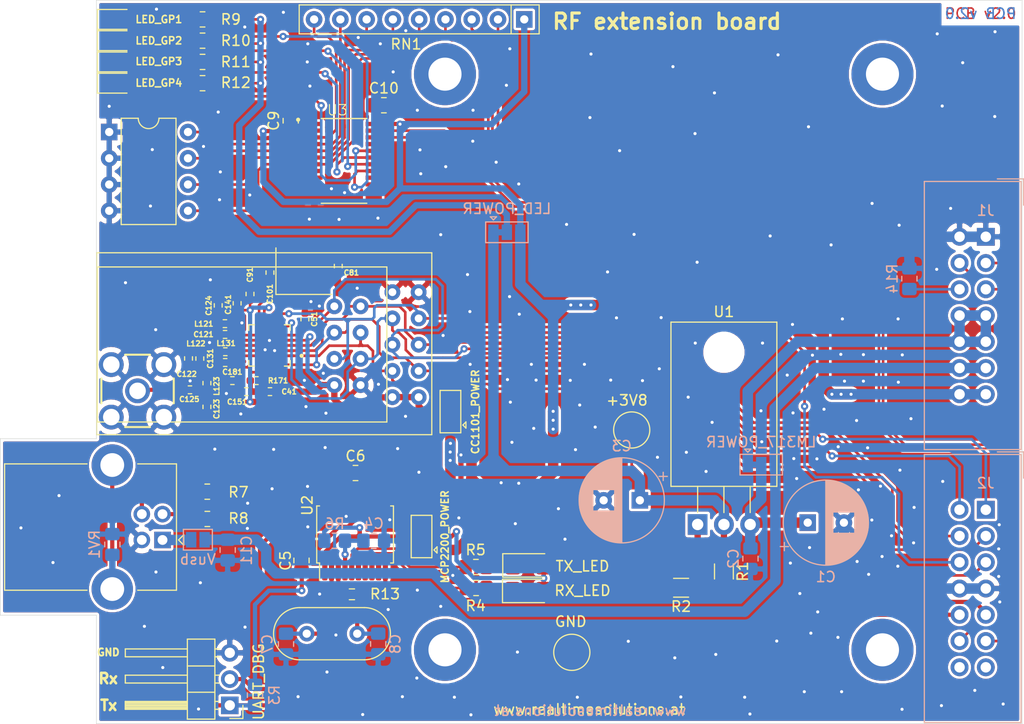
<source format=kicad_pcb>
(kicad_pcb (version 20171130) (host pcbnew "(5.1.9)-1")
  (layers (0 F.Cu signal) (31 B.Cu signal) (34 B.Paste user) (35 F.Paste user) (36 B.SilkS user) (37 F.SilkS user) (38 B.Mask user) (39 F.Mask user) (44 Edge.Cuts user))
  (net 0 "")
  (net 1 +12V)
  (net 2 GND)
  (net 3 +3V3)
  (net 4 HW_ADDR4)
  (net 5 HW_ADDR2)
  (net 6 HW_ADDR3)
  (net 7 HW_ADDR1)
  (net 8 IO2)
  (net 9 IO1)
  (net 10 UART2_RX)
  (net 11 UART2_TX)
  (net 12 UART1_RX)
  (net 13 UART1_TX)
  (net 14 +5V)
  (net 15 SPI_CLK)
  (net 16 SPI_CS)
  (net 17 SPI_MOSI)
  (net 18 SPI_MISO)
  (net 19 "Net-(C1-Pad1)")
  (net 20 +3V8)
  (net 21 "Net-(C4-Pad2)")
  (net 22 "Net-(C5-Pad2)")
  (net 23 "Net-(C6-Pad1)")
  (net 24 "Net-(C7-Pad2)")
  (net 25 "Net-(C8-Pad2)")
  (net 26 "Net-(C51-Pad1)")
  (net 27 "Net-(C81-Pad2)")
  (net 28 "Net-(C141-Pad2)")
  (net 29 "Net-(C101-Pad2)")
  (net 30 "Net-(C121-Pad2)")
  (net 31 "Net-(C121-Pad1)")
  (net 32 "Net-(C122-Pad1)")
  (net 33 "Net-(C123-Pad1)")
  (net 34 "Net-(C124-Pad2)")
  (net 35 "Net-(C125-Pad1)")
  (net 36 "Net-(C131-Pad1)")
  (net 37 "Net-(D1-Pad1)")
  (net 38 "Net-(D2-Pad1)")
  (net 39 "Net-(D3-Pad2)")
  (net 40 "Net-(D3-Pad1)")
  (net 41 "Net-(D4-Pad2)")
  (net 42 "Net-(D4-Pad1)")
  (net 43 "Net-(D5-Pad2)")
  (net 44 "Net-(D5-Pad1)")
  (net 45 "Net-(D6-Pad2)")
  (net 46 "Net-(D6-Pad1)")
  (net 47 I2C_SCK)
  (net 48 I2C_SDA)
  (net 49 "Net-(J4-Pad5)")
  (net 50 "Net-(J4-Pad3)")
  (net 51 "Net-(J4-Pad2)")
  (net 52 "Net-(J4-Pad1)")
  (net 53 "Net-(JP5-Pad2)")
  (net 54 "Net-(R1-Pad2)")
  (net 55 "Net-(R4-Pad2)")
  (net 56 "Net-(R5-Pad2)")
  (net 57 "Net-(R7-Pad2)")
  (net 58 "Net-(R8-Pad2)")
  (net 59 "Net-(R13-Pad2)")
  (net 60 "Net-(R171-Pad2)")
  (net 61 "Net-(RN1-Pad9)")
  (net 62 "Net-(RN1-Pad8)")
  (net 63 "Net-(RN1-Pad7)")
  (net 64 "Net-(RN1-Pad6)")
  (net 65 "Net-(RN1-Pad5)")
  (net 66 "Net-(U2-Pad16)")
  (net 67 "Net-(U2-Pad15)")
  (net 68 "Net-(U2-Pad14)")
  (net 69 "Net-(U2-Pad13)")
  (net 70 "Net-(U2-Pad11)")
  (net 71 "Net-(U2-Pad9)")
  (net 72 "Net-(U2-Pad8)")
  (net 73 "Net-(U2-Pad7)")
  (net 74 "Net-(U3-Pad16)")
  (net 75 "Net-(U3-Pad15)")
  (net 76 "Net-(U3-Pad14)")
  (net 77 "Net-(U3-Pad13)")
  (net 78 "Net-(U3-Pad11)")
  (net 79 "Net-(U3-Pad10)")
  (net 80 "Net-(U3-Pad9)")
  (net 81 "Net-(U3-Pad8)")
  (net 82 "Net-(U3-Pad1)")
  (module Resistor_SMD:R_0402_1005Metric_Pad0.72x0.64mm_HandSolder (layer F.Cu) (at 1.778 -32.131)
    (fp_text reference C41 (at 1.8542 0) (layer F.SilkS) (effects (font (size 0.5 0.5) (thickness 0.125))))
    (fp_text value 100nF)
    (pad 2 smd roundrect (at 0.5975 0) (size 0.715 0.64) (layers F.Cu F.Paste F.Mask) (net 28 "Net-(C141-Pad2)"))
    (pad 1 smd roundrect (at -0.5975 0) (size 0.715 0.64) (layers F.Cu F.Paste F.Mask) (net 2 GND))
  )
  (module Resistor_SMD:R_0805_2012Metric_Pad1.20x1.40mm_HandSolder (layer B.Cu) (at 63.6016 -43.0624 270)
    (fp_text reference R14 (at 0 1.65 90) (layer B.SilkS) (effects (justify mirror)))
    (fp_text value 10K)
    (pad 2 smd roundrect (at 1 0 270) (size 1.2 1.4) (layers B.Cu B.Paste B.Mask) (roundrect_rratio 0.2083325) (net 7 HW_ADDR1))
    (pad 1 smd roundrect (at -1 0 270) (size 1.2 1.4) (layers B.Cu B.Paste B.Mask) (roundrect_rratio 0.2083325) (net 2 GND))
  )
  (module Package_TO_SOT_THT:TO-220-3_Horizontal_TabDown (layer F.Cu) (at 43.1292 -19.2786)
    (fp_text reference U1 (at 2.54 -20.58) (layer F.SilkS))
    (fp_text value LM317_TO-220)
    (pad 3 thru_hole oval (at 5.08 0) (size 1.905 2) (drill 1.1) (layers *.Cu *.Mask) (net 19 "Net-(C1-Pad1)"))
    (pad 2 thru_hole oval (at 2.54 0) (size 1.905 2) (drill 1.1) (layers *.Cu *.Mask) (net 20 +3V8))
    (pad 1 thru_hole rect (at 0 0) (size 1.905 2) (drill 1.1) (layers *.Cu *.Mask) (net 54 "Net-(R1-Pad2)"))
    (pad "" np_thru_hole oval (at 2.54 -16.66) (size 3.5 3.5) (drill 3.5) (layers *.Cu *.Mask))
  )
  (module Crystal:Crystal_HC49-U_Vertical (layer F.Cu) (at 5.334 -8.7122)
    (fp_text reference XTAL2 hide)
    (fp_text value 12MHz)
    (pad 2 thru_hole circle (at 4.88 0) (size 1.5 1.5) (drill 0.8) (layers *.Cu *.Mask) (net 25 "Net-(C8-Pad2)"))
    (pad 1 thru_hole circle (at 0 0) (size 1.5 1.5) (drill 0.8) (layers *.Cu *.Mask) (net 24 "Net-(C7-Pad2)"))
  )
  (module Crystal:Crystal_SMD_3225-4Pin_3.2x2.5mm_HandSoldering (layer F.Cu) (at 5.0546 -43.7896)
    (fp_text reference XTAL1 hide)
    (fp_text value 26Mhz)
    (pad 4 smd rect (at -1.45 -1.15) (size 2.1 1.8) (layers F.Cu F.Paste F.Mask) (net 2 GND))
    (pad 3 smd rect (at 1.45 -1.15) (size 2.1 1.8) (layers F.Cu F.Paste F.Mask) (net 27 "Net-(C81-Pad2)"))
    (pad 2 smd rect (at 1.45 1.15) (size 2.1 1.8) (layers F.Cu F.Paste F.Mask) (net 2 GND))
    (pad 1 smd rect (at -1.45 1.15) (size 2.1 1.8) (layers F.Cu F.Paste F.Mask) (net 29 "Net-(C101-Pad2)"))
  )
  (module CC1101RGPR:QFN50P400X400X100-21N (layer F.Cu) (at 1.7272 -36.6014 180)
    (fp_text reference U6 hide)
    (fp_text value CC1101RGPR)
    (pad 21 smd rect (at 0 0 180) (size 2.4 2.4) (layers F.Cu F.Mask) (net 2 GND))
    (pad 15 smd rect (at 1.87 -1 180) (size 1.04 0.26) (layers F.Cu F.Paste F.Mask) (net 28 "Net-(C141-Pad2)"))
    (pad 14 smd rect (at 1.87 -0.5 180) (size 1.04 0.26) (layers F.Cu F.Paste F.Mask) (net 28 "Net-(C141-Pad2)"))
    (pad 13 smd rect (at 1.87 0 180) (size 1.04 0.26) (layers F.Cu F.Paste F.Mask) (net 36 "Net-(C131-Pad1)"))
    (pad 12 smd rect (at 1.87 0.5 180) (size 1.04 0.26) (layers F.Cu F.Paste F.Mask) (net 30 "Net-(C121-Pad2)"))
    (pad 11 smd rect (at 1.87 1 180) (size 1.04 0.26) (layers F.Cu F.Paste F.Mask) (net 28 "Net-(C141-Pad2)"))
    (pad 5 smd rect (at -1.87 1 180) (size 1.04 0.26) (layers F.Cu F.Paste F.Mask) (net 26 "Net-(C51-Pad1)"))
    (pad 4 smd rect (at -1.87 0.5 180) (size 1.04 0.26) (layers F.Cu F.Paste F.Mask) (net 28 "Net-(C141-Pad2)"))
    (pad 3 smd rect (at -1.87 0 180) (size 1.04 0.26) (layers F.Cu F.Paste F.Mask) (net 8 IO2))
    (pad 2 smd rect (at -1.87 -0.5 180) (size 1.04 0.26) (layers F.Cu F.Paste F.Mask) (net 18 SPI_MISO))
    (pad 1 smd rect (at -1.87 -1 180) (size 1.04 0.26) (layers F.Cu F.Paste F.Mask) (net 15 SPI_CLK))
    (pad 20 smd rect (at -1 -1.87 180) (size 0.26 1.04) (layers F.Cu F.Paste F.Mask) (net 17 SPI_MOSI))
    (pad 19 smd rect (at -0.5 -1.87 180) (size 0.26 1.04) (layers F.Cu F.Paste F.Mask) (net 2 GND))
    (pad 18 smd rect (at 0 -1.87 180) (size 0.26 1.04) (layers F.Cu F.Paste F.Mask) (net 28 "Net-(C141-Pad2)"))
    (pad 17 smd rect (at 0.5 -1.87 180) (size 0.26 1.04) (layers F.Cu F.Paste F.Mask) (net 60 "Net-(R171-Pad2)"))
    (pad 16 smd rect (at 1 -1.87 180) (size 0.26 1.04) (layers F.Cu F.Paste F.Mask) (net 2 GND))
    (pad 10 smd rect (at 1 1.87 180) (size 0.26 1.04) (layers F.Cu F.Paste F.Mask) (net 29 "Net-(C101-Pad2)"))
    (pad 9 smd rect (at 0.5 1.87 180) (size 0.26 1.04) (layers F.Cu F.Paste F.Mask) (net 28 "Net-(C141-Pad2)"))
    (pad 8 smd rect (at 0 1.87 180) (size 0.26 1.04) (layers F.Cu F.Paste F.Mask) (net 27 "Net-(C81-Pad2)"))
    (pad 7 smd rect (at -0.5 1.87 180) (size 0.26 1.04) (layers F.Cu F.Paste F.Mask) (net 16 SPI_CS))
    (pad 6 smd rect (at -1 1.87 180) (size 0.26 1.04) (layers F.Cu F.Paste F.Mask) (net 9 IO1))
  )
  (module cc1101:CC1101_MODULE_SMALL (layer F.Cu) (at 13.081 -44.196 180)
    (fp_text reference U5 hide)
    (fp_text value CC1101_433_MODULE_SMALL hide)
    (pad 8 thru_hole circle (at 5.08 -3.81 180) (size 1.524 1.524) (drill 0.762) (layers *.Cu *.Mask) (net 8 IO2))
    (pad 7 thru_hole circle (at 2.54 -3.81 180) (size 1.524 1.524) (drill 0.762) (layers *.Cu *.Mask) (net 18 SPI_MISO))
    (pad 6 thru_hole circle (at 5.08 -6.35 180) (size 1.524 1.524) (drill 0.762) (layers *.Cu *.Mask) (net 17 SPI_MOSI))
    (pad 5 thru_hole circle (at 2.54 -6.35 180) (size 1.524 1.524) (drill 0.762) (layers *.Cu *.Mask) (net 15 SPI_CLK))
    (pad 4 thru_hole circle (at 5.08 -8.89 180) (size 1.524 1.524) (drill 0.762) (layers *.Cu *.Mask) (net 16 SPI_CS))
    (pad 3 thru_hole circle (at 2.54 -8.89 180) (size 1.524 1.524) (drill 0.762) (layers *.Cu *.Mask) (net 9 IO1))
    (pad 2 thru_hole circle (at 5.08 -11.43 180) (size 1.524 1.524) (drill 0.762) (layers *.Cu *.Mask) (net 28 "Net-(C141-Pad2)"))
    (pad 1 thru_hole circle (at 2.54 -11.43 180) (size 1.524 1.524) (drill 0.762) (layers *.Cu *.Mask) (net 2 GND))
  )
  (module cc1101:CC1101_MODULE (layer F.Cu) (at 17.4244 -45.5676 180)
    (fp_text reference U4 hide)
    (fp_text value CC1101_433_MODULE hide)
    (pad 10 thru_hole circle (at 3.81 -3.81 180) (size 1.524 1.524) (drill 0.762) (layers *.Cu *.Mask) (net 2 GND))
    (pad 9 thru_hole circle (at 1.27 -3.81 180) (size 1.524 1.524) (drill 0.762) (layers *.Cu *.Mask) (net 2 GND))
    (pad 8 thru_hole circle (at 3.81 -6.35 180) (size 1.524 1.524) (drill 0.762) (layers *.Cu *.Mask) (net 9 IO1))
    (pad 7 thru_hole circle (at 1.27 -6.35 180) (size 1.524 1.524) (drill 0.762) (layers *.Cu *.Mask) (net 16 SPI_CS))
    (pad 6 thru_hole circle (at 3.81 -8.89 180) (size 1.524 1.524) (drill 0.762) (layers *.Cu *.Mask) (net 8 IO2))
    (pad 5 thru_hole circle (at 1.27 -8.89 180) (size 1.524 1.524) (drill 0.762) (layers *.Cu *.Mask) (net 18 SPI_MISO))
    (pad 4 thru_hole circle (at 3.81 -11.43 180) (size 1.524 1.524) (drill 0.762) (layers *.Cu *.Mask) (net 15 SPI_CLK))
    (pad 3 thru_hole circle (at 1.27 -11.43 180) (size 1.524 1.524) (drill 0.762) (layers *.Cu *.Mask) (net 17 SPI_MOSI))
    (pad 2 thru_hole circle (at 3.81 -13.97 180) (size 1.524 1.524) (drill 0.762) (layers *.Cu *.Mask) (net 28 "Net-(C141-Pad2)"))
    (pad 1 thru_hole circle (at 1.27 -13.97 180) (size 1.524 1.524) (drill 0.762) (layers *.Cu *.Mask) (net 28 "Net-(C141-Pad2)"))
  )
  (module TCA6416APWR:SOP65P640X120-24N (layer F.Cu) (at 8.9408 -54.4576)
    (fp_text reference U3 (at -0.645 -4.912) (layer F.SilkS) (effects (font (thickness 0.1))))
    (fp_text value TCA6416APWR)
    (pad 24 smd rect (at 2.87 -3.575) (size 1.57 0.41) (layers F.Cu F.Paste F.Mask) (net 3 +3V3))
    (pad 23 smd rect (at 2.87 -2.925) (size 1.57 0.41) (layers F.Cu F.Paste F.Mask) (net 48 I2C_SDA))
    (pad 22 smd rect (at 2.87 -2.275) (size 1.57 0.41) (layers F.Cu F.Paste F.Mask) (net 47 I2C_SCK))
    (pad 21 smd rect (at 2.87 -1.625) (size 1.57 0.41) (layers F.Cu F.Paste F.Mask) (net 2 GND))
    (pad 20 smd rect (at 2.87 -0.975) (size 1.57 0.41) (layers F.Cu F.Paste F.Mask) (net 46 "Net-(D6-Pad1)"))
    (pad 19 smd rect (at 2.87 -0.325) (size 1.57 0.41) (layers F.Cu F.Paste F.Mask) (net 44 "Net-(D5-Pad1)"))
    (pad 18 smd rect (at 2.87 0.325) (size 1.57 0.41) (layers F.Cu F.Paste F.Mask) (net 42 "Net-(D4-Pad1)"))
    (pad 17 smd rect (at 2.87 0.975) (size 1.57 0.41) (layers F.Cu F.Paste F.Mask) (net 40 "Net-(D3-Pad1)"))
    (pad 16 smd rect (at 2.87 1.625) (size 1.57 0.41) (layers F.Cu F.Paste F.Mask) (net 74 "Net-(U3-Pad16)"))
    (pad 15 smd rect (at 2.87 2.275) (size 1.57 0.41) (layers F.Cu F.Paste F.Mask) (net 75 "Net-(U3-Pad15)"))
    (pad 14 smd rect (at 2.87 2.925) (size 1.57 0.41) (layers F.Cu F.Paste F.Mask) (net 76 "Net-(U3-Pad14)"))
    (pad 13 smd rect (at 2.87 3.575) (size 1.57 0.41) (layers F.Cu F.Paste F.Mask) (net 77 "Net-(U3-Pad13)"))
    (pad 12 smd rect (at -2.87 3.575) (size 1.57 0.41) (layers F.Cu F.Paste F.Mask) (net 2 GND))
    (pad 11 smd rect (at -2.87 2.925) (size 1.57 0.41) (layers F.Cu F.Paste F.Mask) (net 78 "Net-(U3-Pad11)"))
    (pad 10 smd rect (at -2.87 2.275) (size 1.57 0.41) (layers F.Cu F.Paste F.Mask) (net 79 "Net-(U3-Pad10)"))
    (pad 9 smd rect (at -2.87 1.625) (size 1.57 0.41) (layers F.Cu F.Paste F.Mask) (net 80 "Net-(U3-Pad9)"))
    (pad 8 smd rect (at -2.87 0.975) (size 1.57 0.41) (layers F.Cu F.Paste F.Mask) (net 81 "Net-(U3-Pad8)"))
    (pad 7 smd rect (at -2.87 0.325) (size 1.57 0.41) (layers F.Cu F.Paste F.Mask) (net 65 "Net-(RN1-Pad5)"))
    (pad 6 smd rect (at -2.87 -0.325) (size 1.57 0.41) (layers F.Cu F.Paste F.Mask) (net 64 "Net-(RN1-Pad6)"))
    (pad 5 smd rect (at -2.87 -0.975) (size 1.57 0.41) (layers F.Cu F.Paste F.Mask) (net 63 "Net-(RN1-Pad7)"))
    (pad 4 smd rect (at -2.87 -1.625) (size 1.57 0.41) (layers F.Cu F.Paste F.Mask) (net 62 "Net-(RN1-Pad8)"))
    (pad 3 smd rect (at -2.87 -2.275) (size 1.57 0.41) (layers F.Cu F.Paste F.Mask) (net 61 "Net-(RN1-Pad9)"))
    (pad 2 smd rect (at -2.87 -2.925) (size 1.57 0.41) (layers F.Cu F.Paste F.Mask) (net 3 +3V3))
    (pad 1 smd rect (at -2.87 -3.575) (size 1.57 0.41) (layers F.Cu F.Paste F.Mask) (net 82 "Net-(U3-Pad1)"))
  )
  (module Package_SO:SSOP-20_5.3x7.2mm_P0.65mm (layer F.Cu) (at 10.0076 -18.3134 90)
    (fp_text reference U2 (at 2.8194 -4.6228 90) (layer F.SilkS))
    (fp_text value MCP2200-I-SS)
    (pad 20 smd roundrect (at 3.5 -2.925 90) (size 1.9 0.5) (layers F.Cu F.Paste F.Mask) (net 2 GND))
    (pad 19 smd roundrect (at 3.5 -2.275 90) (size 1.9 0.5) (layers F.Cu F.Paste F.Mask) (net 57 "Net-(R7-Pad2)"))
    (pad 18 smd roundrect (at 3.5 -1.625 90) (size 1.9 0.5) (layers F.Cu F.Paste F.Mask) (net 58 "Net-(R8-Pad2)"))
    (pad 17 smd roundrect (at 3.5 -0.975 90) (size 1.9 0.5) (layers F.Cu F.Paste F.Mask) (net 23 "Net-(C6-Pad1)"))
    (pad 16 smd roundrect (at 3.5 -0.325 90) (size 1.9 0.5) (layers F.Cu F.Paste F.Mask) (net 66 "Net-(U2-Pad16)"))
    (pad 15 smd roundrect (at 3.5 0.325 90) (size 1.9 0.5) (layers F.Cu F.Paste F.Mask) (net 67 "Net-(U2-Pad15)"))
    (pad 14 smd roundrect (at 3.5 0.975 90) (size 1.9 0.5) (layers F.Cu F.Paste F.Mask) (net 68 "Net-(U2-Pad14)"))
    (pad 13 smd roundrect (at 3.5 1.625 90) (size 1.9 0.5) (layers F.Cu F.Paste F.Mask) (net 69 "Net-(U2-Pad13)"))
    (pad 12 smd roundrect (at 3.5 2.275 90) (size 1.9 0.5) (layers F.Cu F.Paste F.Mask) (net 11 UART2_TX))
    (pad 11 smd roundrect (at 3.5 2.925 90) (size 1.9 0.5) (layers F.Cu F.Paste F.Mask) (net 70 "Net-(U2-Pad11)"))
    (pad 10 smd roundrect (at -3.5 2.925 90) (size 1.9 0.5) (layers F.Cu F.Paste F.Mask) (net 10 UART2_RX))
    (pad 9 smd roundrect (at -3.5 2.275 90) (size 1.9 0.5) (layers F.Cu F.Paste F.Mask) (net 71 "Net-(U2-Pad9)"))
    (pad 8 smd roundrect (at -3.5 1.625 90) (size 1.9 0.5) (layers F.Cu F.Paste F.Mask) (net 72 "Net-(U2-Pad8)"))
    (pad 7 smd roundrect (at -3.5 0.975 90) (size 1.9 0.5) (layers F.Cu F.Paste F.Mask) (net 73 "Net-(U2-Pad7)"))
    (pad 6 smd roundrect (at -3.5 0.325 90) (size 1.9 0.5) (layers F.Cu F.Paste F.Mask) (net 55 "Net-(R4-Pad2)"))
    (pad 5 smd roundrect (at -3.5 -0.325 90) (size 1.9 0.5) (layers F.Cu F.Paste F.Mask) (net 56 "Net-(R5-Pad2)"))
    (pad 4 smd roundrect (at -3.5 -0.975 90) (size 1.9 0.5) (layers F.Cu F.Paste F.Mask) (net 21 "Net-(C4-Pad2)"))
    (pad 3 smd roundrect (at -3.5 -1.625 90) (size 1.9 0.5) (layers F.Cu F.Paste F.Mask) (net 59 "Net-(R13-Pad2)"))
    (pad 2 smd roundrect (at -3.5 -2.275 90) (size 1.9 0.5) (layers F.Cu F.Paste F.Mask) (net 24 "Net-(C7-Pad2)"))
    (pad 1 smd roundrect (at -3.5 -2.925 90) (size 1.9 0.5) (layers F.Cu F.Paste F.Mask) (net 22 "Net-(C5-Pad2)"))
  )
  (module TestPoint:TestPoint_Pad_D3.0mm (layer F.Cu) (at 30.9626 -6.9088)
    (fp_text reference TP2 hide)
    (fp_text value GND (at -0.1016 -2.9718) (layer F.SilkS))
    (pad 1 smd circle (at 0 0) (size 3 3) (layers F.Cu F.Mask) (net 2 GND))
  )
  (module TestPoint:TestPoint_Pad_D3.0mm (layer F.Cu) (at 36.7538 -28.4226)
    (fp_text reference TP1 hide)
    (fp_text value +3V8 (at -0.4572 -2.8702) (layer F.SilkS))
    (pad 1 smd circle (at 0 0) (size 3 3) (layers F.Cu F.Mask) (net 20 +3V8))
  )
  (module Package_DIP:DIP-8_W7.62mm (layer F.Cu) (at -13.7668 -57.2516)
    (fp_text reference SW1 hide)
    (fp_text value SW_DIP_x04)
    (pad 8 thru_hole oval (at 7.62 0) (size 1.6 1.6) (drill 0.8) (layers *.Cu *.Mask) (net 62 "Net-(RN1-Pad8)"))
    (pad 4 thru_hole oval (at 0 7.62) (size 1.6 1.6) (drill 0.8) (layers *.Cu *.Mask) (net 2 GND))
    (pad 7 thru_hole oval (at 7.62 2.54) (size 1.6 1.6) (drill 0.8) (layers *.Cu *.Mask) (net 63 "Net-(RN1-Pad7)"))
    (pad 3 thru_hole oval (at 0 5.08) (size 1.6 1.6) (drill 0.8) (layers *.Cu *.Mask) (net 2 GND))
    (pad 6 thru_hole oval (at 7.62 5.08) (size 1.6 1.6) (drill 0.8) (layers *.Cu *.Mask) (net 64 "Net-(RN1-Pad6)"))
    (pad 2 thru_hole oval (at 0 2.54) (size 1.6 1.6) (drill 0.8) (layers *.Cu *.Mask) (net 2 GND))
    (pad 5 thru_hole oval (at 7.62 7.62) (size 1.6 1.6) (drill 0.8) (layers *.Cu *.Mask) (net 65 "Net-(RN1-Pad5)"))
    (pad 1 thru_hole rect (at 0 0) (size 1.6 1.6) (drill 0.8) (layers *.Cu *.Mask) (net 2 GND))
  )
  (module Resistor_SMD:R_0805_2012Metric_Pad1.20x1.40mm_HandSolder (layer B.Cu) (at -13.462 -17.3482 90)
    (fp_text reference RV1 (at 0 -1.7272 90) (layer B.SilkS) (effects (justify mirror)))
    (fp_text value Varistor)
    (pad 2 smd roundrect (at 1 0 90) (size 1.2 1.4) (layers B.Cu B.Paste B.Mask) (roundrect_rratio 0.2083325) (net 2 GND))
    (pad 1 smd roundrect (at -1 0 90) (size 1.2 1.4) (layers B.Cu B.Paste B.Mask) (roundrect_rratio 0.2083325) (net 49 "Net-(J4-Pad5)"))
  )
  (module Resistor_THT:R_Array_SIP9 (layer F.Cu) (at 26.3652 -68.1482 180)
    (fp_text reference RN1 (at 11.43 -2.4) (layer F.SilkS))
    (fp_text value R_Network08)
    (pad 9 thru_hole oval (at 20.32 0 180) (size 1.6 1.6) (drill 0.8) (layers *.Cu *.Mask) (net 61 "Net-(RN1-Pad9)"))
    (pad 8 thru_hole oval (at 17.78 0 180) (size 1.6 1.6) (drill 0.8) (layers *.Cu *.Mask) (net 62 "Net-(RN1-Pad8)"))
    (pad 7 thru_hole oval (at 15.24 0 180) (size 1.6 1.6) (drill 0.8) (layers *.Cu *.Mask) (net 63 "Net-(RN1-Pad7)"))
    (pad 6 thru_hole oval (at 12.7 0 180) (size 1.6 1.6) (drill 0.8) (layers *.Cu *.Mask) (net 64 "Net-(RN1-Pad6)"))
    (pad 5 thru_hole oval (at 10.16 0 180) (size 1.6 1.6) (drill 0.8) (layers *.Cu *.Mask) (net 65 "Net-(RN1-Pad5)"))
    (pad 4 thru_hole oval (at 7.62 0 180) (size 1.6 1.6) (drill 0.8) (layers *.Cu *.Mask) (net 4 HW_ADDR4))
    (pad 3 thru_hole oval (at 5.08 0 180) (size 1.6 1.6) (drill 0.8) (layers *.Cu *.Mask) (net 6 HW_ADDR3))
    (pad 2 thru_hole oval (at 2.54 0 180) (size 1.6 1.6) (drill 0.8) (layers *.Cu *.Mask) (net 5 HW_ADDR2))
    (pad 1 thru_hole rect (at 0 0 180) (size 1.6 1.6) (drill 0.8) (layers *.Cu *.Mask) (net 3 +3V3))
  )
  (module Resistor_SMD:R_0402_1005Metric_Pad0.72x0.64mm_HandSolder (layer F.Cu) (at 0.4705 -33.1978)
    (fp_text reference R171 (at 2.0949 0) (layer F.SilkS) (effects (font (size 0.5 0.5) (thickness 0.125))))
    (fp_text value 56K)
    (pad 2 smd roundrect (at 0.5975 0) (size 0.715 0.64) (layers F.Cu F.Paste F.Mask) (net 60 "Net-(R171-Pad2)"))
    (pad 1 smd roundrect (at -0.5975 0) (size 0.715 0.64) (layers F.Cu F.Paste F.Mask) (net 2 GND))
  )
  (module Resistor_SMD:R_0603_1608Metric_Pad0.98x0.95mm_HandSolder (layer F.Cu) (at 9.7028 -12.5222 180)
    (fp_text reference R13 (at -3.2004 0.0254) (layer F.SilkS))
    (fp_text value 0R)
    (pad 1 smd roundrect (at -0.9125 0 180) (size 0.975 0.95) (layers F.Cu F.Paste F.Mask) (net 25 "Net-(C8-Pad2)"))
    (pad 2 smd roundrect (at 0.9125 0 180) (size 0.975 0.95) (layers F.Cu F.Paste F.Mask) (net 59 "Net-(R13-Pad2)"))
  )
  (module Resistor_SMD:R_0805_2012Metric_Pad1.20x1.40mm_HandSolder (layer F.Cu) (at -4.7404 -61.976)
    (fp_text reference R12 (at 3.2164 -0.0508) (layer F.SilkS))
    (fp_text value 220R)
    (pad 2 smd roundrect (at 1 0) (size 1.2 1.4) (layers F.Cu F.Paste F.Mask) (roundrect_rratio 0.2083325) (net 53 "Net-(JP5-Pad2)"))
    (pad 1 smd roundrect (at -1 0) (size 1.2 1.4) (layers F.Cu F.Paste F.Mask) (roundrect_rratio 0.2083325) (net 45 "Net-(D6-Pad2)"))
  )
  (module Resistor_SMD:R_0805_2012Metric_Pad1.20x1.40mm_HandSolder (layer F.Cu) (at -4.7404 -64.0334)
    (fp_text reference R11 (at 3.2098 0) (layer F.SilkS))
    (fp_text value 220R)
    (pad 2 smd roundrect (at 1 0) (size 1.2 1.4) (layers F.Cu F.Paste F.Mask) (roundrect_rratio 0.2083325) (net 53 "Net-(JP5-Pad2)"))
    (pad 1 smd roundrect (at -1 0) (size 1.2 1.4) (layers F.Cu F.Paste F.Mask) (roundrect_rratio 0.2083325) (net 43 "Net-(D5-Pad2)"))
  )
  (module Resistor_SMD:R_0805_2012Metric_Pad1.20x1.40mm_HandSolder (layer F.Cu) (at -4.7404 -66.0908)
    (fp_text reference R10 (at 3.2164 0) (layer F.SilkS))
    (fp_text value 220R)
    (pad 2 smd roundrect (at 1 0) (size 1.2 1.4) (layers F.Cu F.Paste F.Mask) (roundrect_rratio 0.2083325) (net 53 "Net-(JP5-Pad2)"))
    (pad 1 smd roundrect (at -1 0) (size 1.2 1.4) (layers F.Cu F.Paste F.Mask) (roundrect_rratio 0.2083325) (net 41 "Net-(D4-Pad2)"))
  )
  (module Resistor_SMD:R_0805_2012Metric_Pad1.20x1.40mm_HandSolder (layer F.Cu) (at -4.7404 -68.1482)
    (fp_text reference R9 (at 2.7338 0) (layer F.SilkS))
    (fp_text value 220R)
    (pad 2 smd roundrect (at 1 0) (size 1.2 1.4) (layers F.Cu F.Paste F.Mask) (roundrect_rratio 0.2083325) (net 53 "Net-(JP5-Pad2)"))
    (pad 1 smd roundrect (at -1 0) (size 1.2 1.4) (layers F.Cu F.Paste F.Mask) (roundrect_rratio 0.2083325) (net 39 "Net-(D3-Pad2)"))
  )
  (module Resistor_SMD:R_0805_2012Metric_Pad1.20x1.40mm_HandSolder (layer F.Cu) (at -4.2766 -19.812)
    (fp_text reference R8 (at 3.0132 -0.0508) (layer F.SilkS))
    (fp_text value 22R)
    (pad 2 smd roundrect (at 1 0) (size 1.2 1.4) (layers F.Cu F.Paste F.Mask) (roundrect_rratio 0.2083325) (net 58 "Net-(R8-Pad2)"))
    (pad 1 smd roundrect (at -1 0) (size 1.2 1.4) (layers F.Cu F.Paste F.Mask) (roundrect_rratio 0.2083325) (net 51 "Net-(J4-Pad2)"))
  )
  (module Resistor_SMD:R_0805_2012Metric_Pad1.20x1.40mm_HandSolder (layer F.Cu) (at -4.2832 -22.4536)
    (fp_text reference R7 (at 3.0132 0.0508) (layer F.SilkS))
    (fp_text value 22R)
    (pad 2 smd roundrect (at 1 0) (size 1.2 1.4) (layers F.Cu F.Paste F.Mask) (roundrect_rratio 0.2083325) (net 57 "Net-(R7-Pad2)"))
    (pad 1 smd roundrect (at -1 0) (size 1.2 1.4) (layers F.Cu F.Paste F.Mask) (roundrect_rratio 0.2083325) (net 50 "Net-(J4-Pad3)"))
  )
  (module Resistor_SMD:R_0805_2012Metric_Pad1.20x1.40mm_HandSolder (layer B.Cu) (at 8.0264 -17.7038)
    (fp_text reference R6 (at 0 -1.651) (layer B.SilkS) (effects (justify mirror)))
    (fp_text value 10K)
    (pad 2 smd roundrect (at 1 0) (size 1.2 1.4) (layers B.Cu B.Paste B.Mask) (roundrect_rratio 0.2083325) (net 21 "Net-(C4-Pad2)"))
    (pad 1 smd roundrect (at -1 0) (size 1.2 1.4) (layers B.Cu B.Paste B.Mask) (roundrect_rratio 0.2083325) (net 22 "Net-(C5-Pad2)"))
  )
  (module Resistor_SMD:R_0805_2012Metric_Pad1.20x1.40mm_HandSolder (layer F.Cu) (at 21.6916 -15.1638 180)
    (fp_text reference R5 (at 0.0254 1.651) (layer F.SilkS))
    (fp_text value 2K2)
    (pad 2 smd roundrect (at 1 0 180) (size 1.2 1.4) (layers F.Cu F.Paste F.Mask) (roundrect_rratio 0.2083325) (net 56 "Net-(R5-Pad2)"))
    (pad 1 smd roundrect (at -1 0 180) (size 1.2 1.4) (layers F.Cu F.Paste F.Mask) (roundrect_rratio 0.2083325) (net 38 "Net-(D2-Pad1)"))
  )
  (module Resistor_SMD:R_0805_2012Metric_Pad1.20x1.40mm_HandSolder (layer F.Cu) (at 21.7076 -13.1318 180)
    (fp_text reference R4 (at 0.0414 -1.7272) (layer F.SilkS))
    (fp_text value 2K2)
    (pad 2 smd roundrect (at 1 0 180) (size 1.2 1.4) (layers F.Cu F.Paste F.Mask) (roundrect_rratio 0.2083325) (net 55 "Net-(R4-Pad2)"))
    (pad 1 smd roundrect (at -1 0 180) (size 1.2 1.4) (layers F.Cu F.Paste F.Mask) (roundrect_rratio 0.2083325) (net 37 "Net-(D1-Pad1)"))
  )
  (module Resistor_SMD:R_0805_2012Metric_Pad1.20x1.40mm_HandSolder (layer B.Cu) (at 0.3302 -2.7686 270)
    (fp_text reference R3 (at 0 -1.8796 90) (layer B.SilkS) (effects (justify mirror)))
    (fp_text value 33K)
    (pad 2 smd roundrect (at 1 0 270) (size 1.2 1.4) (layers B.Cu B.Paste B.Mask) (roundrect_rratio 0.2083325) (net 11 UART2_TX))
    (pad 1 smd roundrect (at -1 0 270) (size 1.2 1.4) (layers B.Cu B.Paste B.Mask) (roundrect_rratio 0.2083325) (net 22 "Net-(C5-Pad2)"))
  )
  (module Resistor_SMD:R_1206_3216Metric_Pad1.30x1.75mm_HandSolder (layer F.Cu) (at 41.529 -13.1572 180)
    (fp_text reference R2 (at 0 -1.82) (layer F.SilkS))
    (fp_text value 2K)
    (pad 2 smd roundrect (at 1.55 0 180) (size 1.3 1.75) (layers F.Cu F.Paste F.Mask) (roundrect_rratio 0.1923076923076923) (net 2 GND))
    (pad 1 smd roundrect (at -1.55 0 180) (size 1.3 1.75) (layers F.Cu F.Paste F.Mask) (roundrect_rratio 0.1923076923076923) (net 54 "Net-(R1-Pad2)"))
  )
  (module Resistor_SMD:R_1206_3216Metric_Pad1.30x1.75mm_HandSolder (layer F.Cu) (at 45.6692 -14.7326 270)
    (fp_text reference R1 (at 0 -1.82 90) (layer F.SilkS))
    (fp_text value 1K2)
    (pad 2 smd roundrect (at 1.55 0 270) (size 1.3 1.75) (layers F.Cu F.Paste F.Mask) (roundrect_rratio 0.1923076923076923) (net 54 "Net-(R1-Pad2)"))
    (pad 1 smd roundrect (at -1.55 0 270) (size 1.3 1.75) (layers F.Cu F.Paste F.Mask) (roundrect_rratio 0.1923076923076923) (net 20 +3V8))
  )
  (module Resistor_SMD:R_0402_1005Metric_Pad0.72x0.64mm_HandSolder (layer F.Cu) (at -2.54 -35.9918 180)
    (fp_text reference L131 (at -0.0762 0.8128 180) (layer F.SilkS) (effects (font (size 0.5 0.5) (thickness 0.125))))
    (fp_text value 27nH)
    (pad 2 smd roundrect (at 0.5975 0 180) (size 0.715 0.64) (layers F.Cu F.Paste F.Mask) (net 31 "Net-(C121-Pad1)"))
    (pad 1 smd roundrect (at -0.5975 0 180) (size 0.715 0.64) (layers F.Cu F.Paste F.Mask) (net 36 "Net-(C131-Pad1)"))
  )
  (module Resistor_SMD:R_0402_1005Metric_Pad0.72x0.64mm_HandSolder (layer F.Cu) (at -4.318 -32.9559 270)
    (fp_text reference L123 (at 0.2915 -0.9398 90) (layer F.SilkS) (effects (font (size 0.5 0.5) (thickness 0.125))))
    (fp_text value 27nH)
    (pad 2 smd roundrect (at 0.5975 0 270) (size 0.715 0.64) (layers F.Cu F.Paste F.Mask) (net 33 "Net-(C123-Pad1)"))
    (pad 1 smd roundrect (at -0.5975 0 270) (size 0.715 0.64) (layers F.Cu F.Paste F.Mask) (net 32 "Net-(C122-Pad1)"))
  )
  (module Resistor_SMD:R_0402_1005Metric_Pad0.72x0.64mm_HandSolder (layer F.Cu) (at -5.0038 -35.3314 270)
    (fp_text reference L122 (at -1.4478 0.381 180) (layer F.SilkS) (effects (font (size 0.5 0.5) (thickness 0.125))))
    (fp_text value 22nH)
    (pad 2 smd roundrect (at 0.5975 0 270) (size 0.715 0.64) (layers F.Cu F.Paste F.Mask) (net 32 "Net-(C122-Pad1)"))
    (pad 1 smd roundrect (at -0.5975 0 270) (size 0.715 0.64) (layers F.Cu F.Paste F.Mask) (net 31 "Net-(C121-Pad1)"))
  )
  (module Resistor_SMD:R_0402_1005Metric_Pad0.72x0.64mm_HandSolder (layer F.Cu) (at -2.5787 -38.7096)
    (fp_text reference L121 (at -2.0441 0.0254) (layer F.SilkS) (effects (font (size 0.5 0.5) (thickness 0.125))))
    (fp_text value 27nH)
    (pad 2 smd roundrect (at 0.5975 0) (size 0.715 0.64) (layers F.Cu F.Paste F.Mask) (net 30 "Net-(C121-Pad2)"))
    (pad 1 smd roundrect (at -0.5975 0) (size 0.715 0.64) (layers F.Cu F.Paste F.Mask) (net 34 "Net-(C124-Pad2)"))
  )
  (module Jumper:SolderJumper-3_P1.3mm_Bridged12_Pad1.0x1.5mm (layer B.Cu) (at 24.6842 -47.5488)
    (fp_text reference JP5 hide)
    (fp_text value LED_POWER (at 0 -2.286 180) (layer B.SilkS) (effects (justify mirror)))
    (fp_poly (pts (xy -0.9 0.3) (xy -0.4 0.3) (xy -0.4 -0.3) (xy -0.9 -0.3)) (layer B.Cu) (width 0))
    (pad 2 smd rect (at 0 0) (size 1 1.5) (layers B.Cu B.Mask) (net 53 "Net-(JP5-Pad2)"))
    (pad 3 smd rect (at 1.3 0) (size 1 1.5) (layers B.Cu B.Mask) (net 3 +3V3))
    (pad 1 smd rect (at -1.3 0) (size 1 1.5) (layers B.Cu B.Mask) (net 20 +3V8))
  )
  (module Jumper:SolderJumper-3_P1.3mm_Bridged12_Pad1.0x1.5mm (layer F.Cu) (at 19.2278 -30.2006 90)
    (fp_text reference JP4 hide)
    (fp_text value CC1101_POWER (at -0.0254 2.413 90) (layer F.SilkS) (effects (font (size 0.7 0.7))))
    (fp_poly (pts (xy -0.9 -0.3) (xy -0.4 -0.3) (xy -0.4 0.3) (xy -0.9 0.3)) (layer F.Cu) (width 0))
    (pad 2 smd rect (at 0 0 90) (size 1 1.5) (layers F.Cu F.Mask) (net 28 "Net-(C141-Pad2)"))
    (pad 3 smd rect (at 1.3 0 90) (size 1 1.5) (layers F.Cu F.Mask) (net 3 +3V3))
    (pad 1 smd rect (at -1.3 0 90) (size 1 1.5) (layers F.Cu F.Mask) (net 20 +3V8))
  )
  (module Jumper:SolderJumper-3_P1.3mm_Bridged12_Pad1.0x1.5mm (layer B.Cu) (at 49.276 -25.0698)
    (fp_text reference JP3 hide)
    (fp_text value LM317_POWER (at 0 -2.1844) (layer B.SilkS) (effects (justify mirror)))
    (fp_poly (pts (xy -0.9 0.3) (xy -0.4 0.3) (xy -0.4 -0.3) (xy -0.9 -0.3)) (layer B.Cu) (width 0))
    (pad 2 smd rect (at 0 0) (size 1 1.5) (layers B.Cu B.Mask) (net 19 "Net-(C1-Pad1)"))
    (pad 3 smd rect (at 1.3 0) (size 1 1.5) (layers B.Cu B.Mask) (net 14 +5V))
    (pad 1 smd rect (at -1.3 0) (size 1 1.5) (layers B.Cu B.Mask) (net 1 +12V))
  )
  (module Jumper:SolderJumper-2_P1.3mm_Open_Pad1.0x1.5mm (layer B.Cu) (at -5.192 -17.8054 180)
    (fp_text reference JP2 hide)
    (fp_text value Vusb (at 0 -1.9) (layer B.SilkS) (effects (justify mirror)))
    (pad 1 smd rect (at -0.65 0 180) (size 1 1.5) (layers B.Cu B.Mask) (net 14 +5V))
    (pad 2 smd rect (at 0.65 0 180) (size 1 1.5) (layers B.Cu B.Mask) (net 52 "Net-(J4-Pad1)"))
  )
  (module Jumper:SolderJumper-3_P1.3mm_Bridged12_Pad1.0x1.5mm (layer F.Cu) (at 16.4338 -18.1148 90)
    (fp_text reference JP1 hide)
    (fp_text value MCP2200_POWER (at -0.0254 2.2606 90) (layer F.SilkS) (effects (font (size 0.7 0.7))))
    (fp_poly (pts (xy -0.9 -0.3) (xy -0.4 -0.3) (xy -0.4 0.3) (xy -0.9 0.3)) (layer F.Cu) (width 0))
    (pad 2 smd rect (at 0 0 90) (size 1 1.5) (layers F.Cu F.Mask) (net 22 "Net-(C5-Pad2)"))
    (pad 3 smd rect (at 1.3 0 90) (size 1 1.5) (layers F.Cu F.Mask) (net 20 +3V8))
    (pad 1 smd rect (at -1.3 0 90) (size 1 1.5) (layers F.Cu F.Mask) (net 3 +3V3))
  )
  (module SMA-J-P-X-ST-TH1:SAMTEC_SMA-J-P-X-ST-TH1 (layer F.Cu) (at -11.0236 -32.2072)
    (fp_text reference J5 hide)
    (fp_text value "Antenna 50 Ohm")
    (pad 5 thru_hole circle (at -2.54 2.54) (size 2.4 2.4) (drill 1.6) (layers *.Cu *.Mask) (net 2 GND))
    (pad 2 thru_hole circle (at 2.54 2.54) (size 2.4 2.4) (drill 1.6) (layers *.Cu *.Mask) (net 2 GND))
    (pad 3 thru_hole circle (at 2.54 -2.54) (size 2.4 2.4) (drill 1.6) (layers *.Cu *.Mask) (net 2 GND))
    (pad 4 thru_hole circle (at -2.54 -2.54) (size 2.4 2.4) (drill 1.6) (layers *.Cu *.Mask) (net 2 GND))
    (pad 1 thru_hole circle (at 0 0) (size 2.4 2.4) (drill 1.6) (layers *.Cu *.Mask) (net 35 "Net-(C125-Pad1)"))
  )
  (module Connector_USB:USB_B_Lumberg_2411_02_Horizontal (layer F.Cu) (at -8.6106 -17.78 180)
    (fp_text reference J4 hide)
    (fp_text value USB_B)
    (pad 5 thru_hole circle (at 4.86 -4.75 270) (size 4 4) (drill 2.3) (layers *.Cu *.Mask) (net 49 "Net-(J4-Pad5)"))
    (pad 5 thru_hole circle (at 4.86 7.25 270) (size 4 4) (drill 2.3) (layers *.Cu *.Mask) (net 49 "Net-(J4-Pad5)"))
    (pad 4 thru_hole circle (at 2 0 270) (size 1.6 1.6) (drill 0.95) (layers *.Cu *.Mask) (net 2 GND))
    (pad 3 thru_hole circle (at 2 2.5 270) (size 1.6 1.6) (drill 0.95) (layers *.Cu *.Mask) (net 50 "Net-(J4-Pad3)"))
    (pad 2 thru_hole circle (at 0 2.5 270) (size 1.6 1.6) (drill 0.95) (layers *.Cu *.Mask) (net 51 "Net-(J4-Pad2)"))
    (pad 1 thru_hole rect (at 0 0 270) (size 1.6 1.6) (drill 0.95) (layers *.Cu *.Mask) (net 52 "Net-(J4-Pad1)"))
  )
  (module LED_SMD:LED_0805_2012Metric_Pad1.15x1.40mm_HandSolder (layer F.Cu) (at -13.0466 -61.976)
    (fp_text reference D6 hide)
    (fp_text value LED_GP4 (at 4.0804 -0.0254) (layer F.SilkS) (effects (font (size 0.7 0.7))))
    (pad 2 smd roundrect (at 1.025 0) (size 1.15 1.4) (layers F.Cu F.Paste F.Mask) (roundrect_rratio 0.2173904347826087) (net 45 "Net-(D6-Pad2)"))
    (pad 1 smd roundrect (at -1.025 0) (size 1.15 1.4) (layers F.Cu F.Paste F.Mask) (roundrect_rratio 0.2173904347826087) (net 46 "Net-(D6-Pad1)"))
  )
  (module LED_SMD:LED_0805_2012Metric_Pad1.15x1.40mm_HandSolder (layer F.Cu) (at -13.0466 -64.0334)
    (fp_text reference D5 hide)
    (fp_text value LED_GP3 (at 4.0804 -0.0508) (layer F.SilkS) (effects (font (size 0.7 0.7))))
    (pad 2 smd roundrect (at 1.025 0) (size 1.15 1.4) (layers F.Cu F.Paste F.Mask) (roundrect_rratio 0.2173904347826087) (net 43 "Net-(D5-Pad2)"))
    (pad 1 smd roundrect (at -1.025 0) (size 1.15 1.4) (layers F.Cu F.Paste F.Mask) (roundrect_rratio 0.2173904347826087) (net 44 "Net-(D5-Pad1)"))
  )
  (module LED_SMD:LED_0805_2012Metric_Pad1.15x1.40mm_HandSolder (layer F.Cu) (at -13.0466 -66.0908)
    (fp_text reference D4 hide)
    (fp_text value LED_GP2 (at 4.0804 0) (layer F.SilkS) (effects (font (size 0.7 0.7))))
    (pad 2 smd roundrect (at 1.025 0) (size 1.15 1.4) (layers F.Cu F.Paste F.Mask) (roundrect_rratio 0.2173904347826087) (net 41 "Net-(D4-Pad2)"))
    (pad 1 smd roundrect (at -1.025 0) (size 1.15 1.4) (layers F.Cu F.Paste F.Mask) (roundrect_rratio 0.2173904347826087) (net 42 "Net-(D4-Pad1)"))
  )
  (module LED_SMD:LED_0805_2012Metric_Pad1.15x1.40mm_HandSolder (layer F.Cu) (at -13.0466 -68.1482)
    (fp_text reference D3 hide)
    (fp_text value LED_GP1 (at 4.0804 0) (layer F.SilkS) (effects (font (size 0.7 0.7))))
    (pad 2 smd roundrect (at 1.025 0) (size 1.15 1.4) (layers F.Cu F.Paste F.Mask) (roundrect_rratio 0.2173904347826087) (net 39 "Net-(D3-Pad2)"))
    (pad 1 smd roundrect (at -1.025 0) (size 1.15 1.4) (layers F.Cu F.Paste F.Mask) (roundrect_rratio 0.2173904347826087) (net 40 "Net-(D3-Pad1)"))
  )
  (module LED_SMD:LED_1206_3216Metric_Pad1.42x1.75mm_HandSolder (layer F.Cu) (at 26.7462 -15.3162)
    (fp_text reference D2 hide)
    (fp_text value TX_LED (at 5.2538 0.0762) (layer F.SilkS))
    (pad 2 smd roundrect (at 1.4875 0) (size 1.425 1.75) (layers F.Cu F.Paste F.Mask) (roundrect_rratio 0.1754385964912281) (net 22 "Net-(C5-Pad2)"))
    (pad 1 smd roundrect (at -1.4875 0) (size 1.425 1.75) (layers F.Cu F.Paste F.Mask) (roundrect_rratio 0.1754385964912281) (net 38 "Net-(D2-Pad1)"))
  )
  (module LED_SMD:LED_1206_3216Metric_Pad1.42x1.75mm_HandSolder (layer F.Cu) (at 26.7208 -12.8524)
    (fp_text reference D1 hide)
    (fp_text value RX_LED (at 5.2792 -0.0254) (layer F.SilkS))
    (pad 2 smd roundrect (at 1.4875 0) (size 1.425 1.75) (layers F.Cu F.Paste F.Mask) (roundrect_rratio 0.1754385964912281) (net 22 "Net-(C5-Pad2)"))
    (pad 1 smd roundrect (at -1.4875 0) (size 1.425 1.75) (layers F.Cu F.Paste F.Mask) (roundrect_rratio 0.1754385964912281) (net 37 "Net-(D1-Pad1)"))
  )
  (module Resistor_SMD:R_0402_1005Metric_Pad0.72x0.64mm_HandSolder (layer F.Cu) (at -1.8542 -33.1978)
    (fp_text reference C181 (at 0 -0.8382) (layer F.SilkS) (effects (font (size 0.5 0.5) (thickness 0.125))))
    (fp_text value 220pF)
    (pad 2 smd roundrect (at 0.5975 0) (size 0.715 0.64) (layers F.Cu F.Paste F.Mask) (net 28 "Net-(C141-Pad2)"))
    (pad 1 smd roundrect (at -0.5975 0) (size 0.715 0.64) (layers F.Cu F.Paste F.Mask) (net 2 GND))
  )
  (module Resistor_SMD:R_0402_1005Metric_Pad0.72x0.64mm_HandSolder (layer F.Cu) (at -0.508 -32.131 180)
    (fp_text reference C151 (at 0.889 -0.9906) (layer F.SilkS) (effects (font (size 0.5 0.5) (thickness 0.125))))
    (fp_text value 220pF)
    (pad 2 smd roundrect (at 0.5975 0 180) (size 0.715 0.64) (layers F.Cu F.Paste F.Mask) (net 28 "Net-(C141-Pad2)"))
    (pad 1 smd roundrect (at -0.5975 0 180) (size 0.715 0.64) (layers F.Cu F.Paste F.Mask) (net 2 GND))
  )
  (module Resistor_SMD:R_0402_1005Metric_Pad0.72x0.64mm_HandSolder (layer F.Cu) (at -1.397 -40.6787 270)
    (fp_text reference C141 (at 0.1149 0.8636 90) (layer F.SilkS) (effects (font (size 0.5 0.5) (thickness 0.125))))
    (fp_text value 10nF)
    (pad 2 smd roundrect (at 0.5975 0 270) (size 0.715 0.64) (layers F.Cu F.Paste F.Mask) (net 28 "Net-(C141-Pad2)"))
    (pad 1 smd roundrect (at -0.5975 0 270) (size 0.715 0.64) (layers F.Cu F.Paste F.Mask) (net 2 GND))
  )
  (module Resistor_SMD:R_0402_1005Metric_Pad0.72x0.64mm_HandSolder (layer F.Cu) (at -2.5533 -34.9504 180)
    (fp_text reference C131 (at 1.4345 0.381 90) (layer F.SilkS) (effects (font (size 0.5 0.5) (thickness 0.125))))
    (fp_text value 3.9pF)
    (pad 2 smd roundrect (at 0.5975 0 180) (size 0.715 0.64) (layers F.Cu F.Paste F.Mask) (net 2 GND))
    (pad 1 smd roundrect (at -0.5975 0 180) (size 0.715 0.64) (layers F.Cu F.Paste F.Mask) (net 36 "Net-(C131-Pad1)"))
  )
  (module Resistor_SMD:R_0402_1005Metric_Pad0.72x0.64mm_HandSolder (layer F.Cu) (at -5.9569 -32.3088)
    (fp_text reference C125 (at -0.0629 0.9144) (layer F.SilkS) (effects (font (size 0.5 0.5) (thickness 0.125))))
    (fp_text value 220pF)
    (pad 2 smd roundrect (at 0.5975 0) (size 0.715 0.64) (layers F.Cu F.Paste F.Mask) (net 33 "Net-(C123-Pad1)"))
    (pad 1 smd roundrect (at -0.5975 0) (size 0.715 0.64) (layers F.Cu F.Paste F.Mask) (net 35 "Net-(C125-Pad1)"))
  )
  (module Resistor_SMD:R_0402_1005Metric_Pad0.72x0.64mm_HandSolder (layer F.Cu) (at -3.2258 -40.4755 270)
    (fp_text reference C124 (at 0.0133 0.9144 90) (layer F.SilkS) (effects (font (size 0.5 0.5) (thickness 0.125))))
    (fp_text value 220pF)
    (pad 2 smd roundrect (at 0.5975 0 270) (size 0.715 0.64) (layers F.Cu F.Paste F.Mask) (net 34 "Net-(C124-Pad2)"))
    (pad 1 smd roundrect (at -0.5975 0 270) (size 0.715 0.64) (layers F.Cu F.Paste F.Mask) (net 2 GND))
  )
  (module Resistor_SMD:R_0402_1005Metric_Pad0.72x0.64mm_HandSolder (layer F.Cu) (at -4.318 -30.6578 270)
    (fp_text reference C123 (at 0.2032 -0.9398 90) (layer F.SilkS) (effects (font (size 0.5 0.5) (thickness 0.125))))
    (fp_text value 5.6pF)
    (pad 2 smd roundrect (at 0.5975 0 270) (size 0.715 0.64) (layers F.Cu F.Paste F.Mask) (net 2 GND))
    (pad 1 smd roundrect (at -0.5975 0 270) (size 0.715 0.64) (layers F.Cu F.Paste F.Mask) (net 33 "Net-(C123-Pad1)"))
  )
  (module Resistor_SMD:R_0402_1005Metric_Pad0.72x0.64mm_HandSolder (layer F.Cu) (at -6.096 -35.3435 90)
    (fp_text reference C122 (at -1.5107 -0.1778 180) (layer F.SilkS) (effects (font (size 0.5 0.5) (thickness 0.125))))
    (fp_text value 8.2pF)
    (pad 2 smd roundrect (at 0.5975 0 90) (size 0.715 0.64) (layers F.Cu F.Paste F.Mask) (net 2 GND))
    (pad 1 smd roundrect (at -0.5975 0 90) (size 0.715 0.64) (layers F.Cu F.Paste F.Mask) (net 32 "Net-(C122-Pad1)"))
  )
  (module Resistor_SMD:R_0402_1005Metric_Pad0.72x0.64mm_HandSolder (layer F.Cu) (at -2.5654 -37.6682)
    (fp_text reference C121 (at -2.0828 0) (layer F.SilkS) (effects (font (size 0.5 0.5) (thickness 0.125))))
    (fp_text value 3.9pF)
    (pad 2 smd roundrect (at 0.5975 0) (size 0.715 0.64) (layers F.Cu F.Paste F.Mask) (net 30 "Net-(C121-Pad2)"))
    (pad 1 smd roundrect (at -0.5975 0) (size 0.715 0.64) (layers F.Cu F.Paste F.Mask) (net 31 "Net-(C121-Pad1)"))
  )
  (module Resistor_SMD:R_0402_1005Metric_Pad0.72x0.64mm_HandSolder (layer F.Cu) (at 1.778 -43.6505 270)
    (fp_text reference C101 (at 2.0707 0 270) (layer F.SilkS) (effects (font (size 0.5 0.5) (thickness 0.125))))
    (fp_text value 27pF)
    (pad 2 smd roundrect (at 0.5975 0 270) (size 0.715 0.64) (layers F.Cu F.Paste F.Mask) (net 29 "Net-(C101-Pad2)"))
    (pad 1 smd roundrect (at -0.5975 0 270) (size 0.715 0.64) (layers F.Cu F.Paste F.Mask) (net 2 GND))
  )
  (module Resistor_SMD:R_0402_1005Metric_Pad0.72x0.64mm_HandSolder (layer F.Cu) (at -0.1524 -41.5798 270)
    (fp_text reference C91 (at -1.8542 0 90) (layer F.SilkS) (effects (font (size 0.5 0.5) (thickness 0.125))))
    (fp_text value 100nF)
    (pad 2 smd roundrect (at 0.5975 0 270) (size 0.715 0.64) (layers F.Cu F.Paste F.Mask) (net 28 "Net-(C141-Pad2)"))
    (pad 1 smd roundrect (at -0.5975 0 270) (size 0.715 0.64) (layers F.Cu F.Paste F.Mask) (net 2 GND))
  )
  (module Resistor_SMD:R_0402_1005Metric_Pad0.72x0.64mm_HandSolder (layer F.Cu) (at 8.382 -44.2843 90)
    (fp_text reference C81 (at -0.6471 1.27 180) (layer F.SilkS) (effects (font (size 0.5 0.5) (thickness 0.125))))
    (fp_text value 27pF)
    (pad 2 smd roundrect (at 0.5975 0 90) (size 0.715 0.64) (layers F.Cu F.Paste F.Mask) (net 27 "Net-(C81-Pad2)"))
    (pad 1 smd roundrect (at -0.5975 0 90) (size 0.715 0.64) (layers F.Cu F.Paste F.Mask) (net 2 GND))
  )
  (module Resistor_SMD:R_0402_1005Metric_Pad0.72x0.64mm_HandSolder (layer F.Cu) (at 5.1562 -39.1414 90)
    (fp_text reference C51 (at 0 0.9144 90) (layer F.SilkS) (effects (font (size 0.5 0.5) (thickness 0.125))))
    (fp_text value 100nF)
    (pad 2 smd roundrect (at 0.5975 0 90) (size 0.715 0.64) (layers F.Cu F.Paste F.Mask) (net 2 GND))
    (pad 1 smd roundrect (at -0.5975 0 90) (size 0.715 0.64) (layers F.Cu F.Paste F.Mask) (net 26 "Net-(C51-Pad1)"))
  )
  (module Resistor_SMD:R_0805_2012Metric_Pad1.20x1.40mm_HandSolder (layer B.Cu) (at -2.3114 -16.8054 90)
    (fp_text reference C11 (at -0.0414 1.8288 90) (layer B.SilkS) (effects (justify mirror)))
    (fp_text value 10nF)
    (pad 2 smd roundrect (at 1 0 90) (size 1.2 1.4) (layers B.Cu B.Paste B.Mask) (roundrect_rratio 0.2083325) (net 14 +5V))
    (pad 1 smd roundrect (at -1 0 90) (size 1.2 1.4) (layers B.Cu B.Paste B.Mask) (roundrect_rratio 0.2083325) (net 2 GND))
  )
  (module Resistor_SMD:R_0805_2012Metric_Pad1.20x1.40mm_HandSolder (layer F.Cu) (at 12.7922 -59.8424)
    (fp_text reference C10 (at 0 -1.65) (layer F.SilkS))
    (fp_text value 100nF)
    (pad 2 smd roundrect (at 1 0) (size 1.2 1.4) (layers F.Cu F.Paste F.Mask) (roundrect_rratio 0.2083325) (net 2 GND))
    (pad 1 smd roundrect (at -1 0) (size 1.2 1.4) (layers F.Cu F.Paste F.Mask) (roundrect_rratio 0.2083325) (net 3 +3V3))
  )
  (module Resistor_SMD:R_0805_2012Metric_Pad1.20x1.40mm_HandSolder (layer F.Cu) (at 3.7846 -58.3438 90)
    (fp_text reference C9 (at 0 -1.65 90) (layer F.SilkS))
    (fp_text value 100nF)
    (pad 2 smd roundrect (at 1 0 90) (size 1.2 1.4) (layers F.Cu F.Paste F.Mask) (roundrect_rratio 0.2083325) (net 2 GND))
    (pad 1 smd roundrect (at -1 0 90) (size 1.2 1.4) (layers F.Cu F.Paste F.Mask) (roundrect_rratio 0.2083325) (net 3 +3V3))
  )
  (module Resistor_SMD:R_0805_2012Metric_Pad1.20x1.40mm_HandSolder (layer B.Cu) (at 12.2428 -7.7216 90)
    (fp_text reference C8 (at 0 1.65 90) (layer B.SilkS) (effects (justify mirror)))
    (fp_text value 22pF)
    (pad 2 smd roundrect (at 1 0 90) (size 1.2 1.4) (layers B.Cu B.Paste B.Mask) (roundrect_rratio 0.2083325) (net 25 "Net-(C8-Pad2)"))
    (pad 1 smd roundrect (at -1 0 90) (size 1.2 1.4) (layers B.Cu B.Paste B.Mask) (roundrect_rratio 0.2083325) (net 2 GND))
  )
  (module Resistor_SMD:R_0805_2012Metric_Pad1.20x1.40mm_HandSolder (layer B.Cu) (at 3.3274 -7.7122 90)
    (fp_text reference C7 (at -0.016 -1.8034 90) (layer B.SilkS) (effects (justify mirror)))
    (fp_text value 22pF)
    (pad 2 smd roundrect (at 1 0 90) (size 1.2 1.4) (layers B.Cu B.Paste B.Mask) (roundrect_rratio 0.2083325) (net 24 "Net-(C7-Pad2)"))
    (pad 1 smd roundrect (at -1 0 90) (size 1.2 1.4) (layers B.Cu B.Paste B.Mask) (roundrect_rratio 0.2083325) (net 2 GND))
  )
  (module Resistor_SMD:R_0805_2012Metric_Pad1.20x1.40mm_HandSolder (layer F.Cu) (at 10.049 -24.257)
    (fp_text reference C6 (at 0 -1.65) (layer F.SilkS))
    (fp_text value 100nF)
    (pad 2 smd roundrect (at 1 0) (size 1.2 1.4) (layers F.Cu F.Paste F.Mask) (roundrect_rratio 0.2083325) (net 2 GND))
    (pad 1 smd roundrect (at -1 0) (size 1.2 1.4) (layers F.Cu F.Paste F.Mask) (roundrect_rratio 0.2083325) (net 23 "Net-(C6-Pad1)"))
  )
  (module Resistor_SMD:R_0805_2012Metric_Pad1.20x1.40mm_HandSolder (layer F.Cu) (at 4.826 -15.7988 270)
    (fp_text reference C5 (at 0.0254 1.5494 90) (layer F.SilkS))
    (fp_text value 100nF)
    (pad 2 smd roundrect (at 1 0 270) (size 1.2 1.4) (layers F.Cu F.Paste F.Mask) (roundrect_rratio 0.2083325) (net 22 "Net-(C5-Pad2)"))
    (pad 1 smd roundrect (at -1 0 270) (size 1.2 1.4) (layers F.Cu F.Paste F.Mask) (roundrect_rratio 0.2083325) (net 2 GND))
  )
  (module Resistor_SMD:R_0805_2012Metric_Pad1.20x1.40mm_HandSolder (layer B.Cu) (at 11.811 -17.7038 180)
    (fp_text reference C4 (at 0 1.65) (layer B.SilkS) (effects (justify mirror)))
    (fp_text value 100nF)
    (pad 2 smd roundrect (at 1 0 180) (size 1.2 1.4) (layers B.Cu B.Paste B.Mask) (roundrect_rratio 0.2083325) (net 21 "Net-(C4-Pad2)"))
    (pad 1 smd roundrect (at -1 0 180) (size 1.2 1.4) (layers B.Cu B.Paste B.Mask) (roundrect_rratio 0.2083325) (net 2 GND))
  )
  (module Capacitor_THT:CP_Radial_D8.0mm_P3.50mm (layer B.Cu) (at 37.5412 -21.6154 180)
    (fp_text reference C3 (at 1.75 5.25) (layer B.SilkS) (effects (justify mirror)))
    (fp_text value 220uF)
    (pad 2 thru_hole circle (at 3.5 0 180) (size 1.6 1.6) (drill 0.8) (layers *.Cu *.Mask) (net 2 GND))
    (pad 1 thru_hole rect (at 0 0 180) (size 1.6 1.6) (drill 0.8) (layers *.Cu *.Mask) (net 20 +3V8))
  )
  (module Resistor_SMD:R_0805_2012Metric_Pad1.20x1.40mm_HandSolder (layer B.Cu) (at 48.2346 -15.9766 270)
    (fp_text reference C2 (at 0 1.65 90) (layer B.SilkS) (effects (justify mirror)))
    (fp_text value 100nF)
    (pad 2 smd roundrect (at 1 0 270) (size 1.2 1.4) (layers B.Cu B.Paste B.Mask) (roundrect_rratio 0.2083325) (net 2 GND))
    (pad 1 smd roundrect (at -1 0 270) (size 1.2 1.4) (layers B.Cu B.Paste B.Mask) (roundrect_rratio 0.2083325) (net 19 "Net-(C1-Pad1)"))
  )
  (module Capacitor_THT:CP_Radial_D8.0mm_P3.50mm (layer B.Cu) (at 53.7718 -19.4564)
    (fp_text reference C1 (at 1.75 5.25) (layer B.SilkS) (effects (justify mirror)))
    (fp_text value 100uF)
    (pad 2 thru_hole circle (at 3.5 0) (size 1.6 1.6) (drill 0.8) (layers *.Cu *.Mask) (net 2 GND))
    (pad 1 thru_hole rect (at 0 0) (size 1.6 1.6) (drill 0.8) (layers *.Cu *.Mask) (net 19 "Net-(C1-Pad1)"))
  )
  (module Connector_IDC:IDC-Header_2x07_P2.54mm_Vertical (layer B.Cu) (at 70.993 -20.701 180)
    (fp_text reference J2 (at 0.019 2.579) (layer B.SilkS) (effects (justify mirror)))
    (fp_text value B2B_B)
    (pad 14 thru_hole oval (at 2.54 -15.24 180) (size 1.7272 1.7272) (drill 1.016) (layers *.Cu *.Mask) (net 13 UART1_TX))
    (pad 13 thru_hole oval (at 0 -15.24 180) (size 1.7272 1.7272) (drill 1.016) (layers *.Cu *.Mask) (net 12 UART1_RX))
    (pad 12 thru_hole oval (at 2.54 -12.7 180) (size 1.7272 1.7272) (drill 1.016) (layers *.Cu *.Mask) (net 47 I2C_SCK))
    (pad 11 thru_hole oval (at 0 -12.7 180) (size 1.7272 1.7272) (drill 1.016) (layers *.Cu *.Mask) (net 48 I2C_SDA))
    (pad 10 thru_hole oval (at 2.54 -10.16 180) (size 1.7272 1.7272) (drill 1.016) (layers *.Cu *.Mask) (net 11 UART2_TX))
    (pad 9 thru_hole oval (at 0 -10.16 180) (size 1.7272 1.7272) (drill 1.016) (layers *.Cu *.Mask) (net 10 UART2_RX))
    (pad 8 thru_hole oval (at 2.54 -7.62 180) (size 1.7272 1.7272) (drill 1.016) (layers *.Cu *.Mask) (net 2 GND))
    (pad 7 thru_hole oval (at 0 -7.62 180) (size 1.7272 1.7272) (drill 1.016) (layers *.Cu *.Mask) (net 2 GND))
    (pad 6 thru_hole oval (at 2.54 -5.08 180) (size 1.7272 1.7272) (drill 1.016) (layers *.Cu *.Mask) (net 16 SPI_CS))
    (pad 5 thru_hole oval (at 0 -5.08 180) (size 1.7272 1.7272) (drill 1.016) (layers *.Cu *.Mask) (net 15 SPI_CLK))
    (pad 4 thru_hole oval (at 2.54 -2.54 180) (size 1.7272 1.7272) (drill 1.016) (layers *.Cu *.Mask) (net 18 SPI_MISO))
    (pad 3 thru_hole oval (at 0 -2.54 180) (size 1.7272 1.7272) (drill 1.016) (layers *.Cu *.Mask) (net 17 SPI_MOSI))
    (pad 2 thru_hole oval (at 2.54 0 180) (size 1.7272 1.7272) (drill 1.016) (layers *.Cu *.Mask) (net 9 IO1))
    (pad 1 thru_hole rect (at 0 0 180) (size 1.7272 1.7272) (drill 1.016) (layers *.Cu *.Mask) (net 8 IO2))
  )
  (module Connector_PinHeader_2.54mm:PinHeader_1x03_P2.54mm_Horizontal (layer F.Cu) (at -2.1082 -1.778 180)
    (fp_text reference J3 hide)
    (fp_text value UART_DBG (at -2.794 2.286 90) (layer F.SilkS))
    (pad 3 thru_hole oval (at 0 5.08 180) (size 1.7 1.7) (drill 1) (layers *.Cu *.Mask) (net 2 GND))
    (pad 2 thru_hole oval (at 0 2.54 180) (size 1.7 1.7) (drill 1) (layers *.Cu *.Mask) (net 10 UART2_RX))
    (pad 1 thru_hole rect (at 0 0 180) (size 1.7 1.7) (drill 1) (layers *.Cu *.Mask) (net 11 UART2_TX))
  )
  (module Connector_IDC:IDC-Header_2x07_P2.54mm_Vertical (layer B.Cu) (at 70.993 -47.117 180)
    (fp_text reference J1 (at 0.019 2.54) (layer B.SilkS) (effects (justify mirror)))
    (fp_text value B2B_A)
    (pad 14 thru_hole oval (at 2.54 -15.24 180) (size 1.7272 1.7272) (drill 1.016) (layers *.Cu *.Mask) (net 3 +3V3))
    (pad 13 thru_hole oval (at 0 -15.24 180) (size 1.7272 1.7272) (drill 1.016) (layers *.Cu *.Mask) (net 3 +3V3))
    (pad 12 thru_hole oval (at 2.54 -12.7 180) (size 1.7272 1.7272) (drill 1.016) (layers *.Cu *.Mask) (net 14 +5V))
    (pad 11 thru_hole oval (at 0 -12.7 180) (size 1.7272 1.7272) (drill 1.016) (layers *.Cu *.Mask) (net 14 +5V))
    (pad 10 thru_hole oval (at 2.54 -10.16 180) (size 1.7272 1.7272) (drill 1.016) (layers *.Cu *.Mask) (net 1 +12V))
    (pad 9 thru_hole oval (at 0 -10.16 180) (size 1.7272 1.7272) (drill 1.016) (layers *.Cu *.Mask) (net 1 +12V))
    (pad 8 thru_hole oval (at 2.54 -7.62 180) (size 1.7272 1.7272) (drill 1.016) (layers *.Cu *.Mask) (net 1 +12V))
    (pad 7 thru_hole oval (at 0 -7.62 180) (size 1.7272 1.7272) (drill 1.016) (layers *.Cu *.Mask) (net 1 +12V))
    (pad 6 thru_hole oval (at 2.54 -5.08 180) (size 1.7272 1.7272) (drill 1.016) (layers *.Cu *.Mask) (net 7 HW_ADDR1))
    (pad 5 thru_hole oval (at 0 -5.08 180) (size 1.7272 1.7272) (drill 1.016) (layers *.Cu *.Mask) (net 5 HW_ADDR2))
    (pad 4 thru_hole oval (at 2.54 -2.54 180) (size 1.7272 1.7272) (drill 1.016) (layers *.Cu *.Mask) (net 6 HW_ADDR3))
    (pad 3 thru_hole oval (at 0 -2.54 180) (size 1.7272 1.7272) (drill 1.016) (layers *.Cu *.Mask) (net 4 HW_ADDR4))
    (pad 2 thru_hole oval (at 2.54 0 180) (size 1.7272 1.7272) (drill 1.016) (layers *.Cu *.Mask) (net 2 GND))
    (pad 1 thru_hole rect (at 0 0 180) (size 1.7272 1.7272) (drill 1.016) (layers *.Cu *.Mask) (net 2 GND))
  )
  (gr_text "GND\n" (at -13.843 -6.9088) (layer F.SilkS) (effects (font (size 0.7 0.7) (thickness 0.175))))
  (gr_text Rx (at -13.8684 -4.3688) (layer F.SilkS) (effects (font (size 1 1) (thickness 0.25))))
  (gr_text Tx (at -13.8176 -1.778) (layer F.SilkS) (effects (font (size 1 1) (thickness 0.25))))
  (gr_line (start -24.3 -10.5) (end -15 -10.5) (layer Edge.Cuts) (width 0.05))
  (gr_line (start -24.3 -27.5844) (end -24.3 -10.5) (layer Edge.Cuts) (width 0.05))
  (gr_line (start -15 -27.5844) (end -24.3 -27.5844) (layer Edge.Cuts) (width 0.05))
  (gr_line (start -15 -70) (end -15 -27.5844) (layer Edge.Cuts) (width 0.05))
  (gr_text "PCB v2.0" (at 70.485 -68.707) (layer F.Cu) (effects (font (size 1 1))))
  (gr_text "PCB v2.0" (at 70.485 -68.707) (layer B.Cu) (effects (font (size 1 1)) (justify mirror)))
  (gr_text www.realtimesolutions.at (at 32.639 -1.397) (layer F.SilkS) (effects (font (size 1 1))))
  (gr_text www.realtimesolutions.at (at 32.766 -1.27) (layer B.SilkS) (effects (font (size 1 1)) (justify mirror)))
  (gr_text "RF extension board" (at 40.1574 -67.945) (layer F.SilkS) (effects (font (size 1.5 1.5) (thickness 0.3))))
  (gr_line (start 74.5 -70) (end 74.5 0) (layer Edge.Cuts) (width 0.05))
  (gr_line (start -15 -70) (end 74.5 -70) (layer Edge.Cuts) (width 0.05))
  (gr_line (start -15 -10.5) (end -15 0) (layer Edge.Cuts) (width 0.05))
  (gr_line (start -15 0) (end 74.5 0) (layer Edge.Cuts) (width 0.05))
  (via (at 61 -7.15) (size 6) (drill 3.2) (layers F.Cu B.Cu) (net 0))
  (via (at 61 -62.85) (size 6) (drill 3.2) (layers F.Cu B.Cu) (net 0))
  (via (at 18.7 -7.15) (size 6) (drill 3.2) (layers F.Cu B.Cu) (net 0))
  (via (at 18.7 -62.85) (size 6) (drill 3.2) (layers F.Cu B.Cu) (net 0))
  (segment (start 21.5138 -35.8394) (end 22.0726 -35.8394) (width 0.254) (layer F.Cu) (net 2))
  (segment (start 22.0726 -35.8394) (end 35.5854 -35.8394) (width 0.254) (layer F.Cu) (net 2))
  (segment (start 35.5854 -35.8394) (end 37.0332 -35.8394) (width 0.254) (layer F.Cu) (net 2))
  (segment (start 37.0332 -35.8394) (end 38.8874 -35.8394) (width 0.254) (layer F.Cu) (net 2))
  (segment (start 38.8874 -35.8394) (end 39.1922 -35.8394) (width 0.254) (layer F.Cu) (net 2))
  (segment (start 39.1922 -35.8394) (end 39.687356 -35.8394) (width 0.254) (layer F.Cu) (net 2))
  (segment (start 47.976 -25.0698) (end 47.976 -32.1772) (width 1.016) (layer B.Cu) (net 1))
  (segment (start 52.7558 -36.957) (end 68.453 -36.957) (width 1.016) (layer B.Cu) (net 1))
  (segment (start 47.976 -32.1772) (end 52.7558 -36.957) (width 1.016) (layer B.Cu) (net 1))
  (segment (start 68.453 -36.957) (end 70.993 -36.957) (width 1.016) (layer B.Cu) (net 1))
  (segment (start 70.993 -36.957) (end 70.993 -39.497) (width 1.016) (layer B.Cu) (net 1))
  (segment (start 68.453 -39.497) (end 70.993 -39.497) (width 1.016) (layer B.Cu) (net 1))
  (segment (start 68.453 -39.497) (end 68.453 -36.957) (width 1.016) (layer B.Cu) (net 1))
  (via (at 1.7272 -37.084) (size 0.7) (drill 0.3) (layers F.Cu B.Cu) (net 2))
  (segment (start 0.7272 -35.6014) (end 1.3081 -36.1823) (width 0.254) (layer F.Cu) (net 2))
  (segment (start 0.7272 -34.7314) (end 0.7272 -35.6014) (width 0.254) (layer F.Cu) (net 2))
  (segment (start 2.2272 -36.1014) (end 2.2272 -36.1014) (width 0.254) (layer F.Cu) (net 2))
  (segment (start 2.2272 -34.7314) (end 2.2272 -36.1014) (width 0.254) (layer F.Cu) (net 2))
  (segment (start 1.3081 -36.1823) (end 1.7272 -36.6014) (width 0.254) (layer F.Cu) (net 2))
  (via (at 1.3081 -36.1823) (size 0.7) (drill 0.3) (layers F.Cu B.Cu) (net 2))
  (segment (start 2.2272 -36.1014) (end 1.7272 -36.6014) (width 0.254) (layer F.Cu) (net 2))
  (via (at 2.2272 -36.1014) (size 0.7) (drill 0.3) (layers F.Cu B.Cu) (net 2))
  (segment (start 2.2272 -33.9574) (end 2.5042 -33.6804) (width 0.254) (layer F.Cu) (net 2))
  (segment (start 2.2272 -34.7314) (end 2.2272 -33.9574) (width 0.254) (layer F.Cu) (net 2))
  (segment (start 2.5042 -33.6804) (end 4.6482 -33.6804) (width 0.254) (layer F.Cu) (net 2))
  (segment (start 4.6482 -33.6804) (end 5.1054 -33.2232) (width 0.254) (layer F.Cu) (net 2))
  (segment (start 5.1054 -33.2232) (end 5.1054 -33.2232) (width 0.254) (layer F.Cu) (net 2))
  (via (at 5.1054 -33.2232) (size 0.7) (drill 0.3) (layers F.Cu B.Cu) (net 2))
  (segment (start 0.7272 -34.7314) (end 0.7272 -34.2552) (width 0.254) (layer F.Cu) (net 2))
  (segment (start 0.7272 -34.2552) (end 0.4826 -34.0106) (width 0.254) (layer F.Cu) (net 2))
  (segment (start 0.4826 -34.0106) (end 0.0508 -34.0106) (width 0.254) (layer F.Cu) (net 2))
  (segment (start -0.127 -33.8328) (end -0.127 -33.1978) (width 0.254) (layer F.Cu) (net 2))
  (segment (start 0.0508 -34.0106) (end -0.127 -33.8328) (width 0.254) (layer F.Cu) (net 2))
  (segment (start 0.0895 -32.131) (end 1.1805 -32.131) (width 0.254) (layer F.Cu) (net 2))
  (segment (start 70.993 -13.081) (end 68.453 -13.081) (width 1.016) (layer B.Cu) (net 2))
  (segment (start 68.453 -13.081) (end 59.2582 -13.081) (width 1.016) (layer B.Cu) (net 2))
  (segment (start 57.2718 -15.0674) (end 57.2718 -19.4564) (width 1.016) (layer B.Cu) (net 2))
  (segment (start 59.2582 -13.081) (end 57.2718 -15.0674) (width 1.016) (layer B.Cu) (net 2))
  (segment (start 63.6016 -45.4406) (end 65.278 -47.117) (width 1.016) (layer B.Cu) (net 2))
  (segment (start 63.6016 -44.0624) (end 63.6016 -45.4406) (width 1.016) (layer B.Cu) (net 2))
  (segment (start 68.453 -47.117) (end 65.278 -47.117) (width 1.016) (layer B.Cu) (net 2))
  (segment (start 68.453 -47.117) (end 70.993 -47.117) (width 1.016) (layer B.Cu) (net 2))
  (via (at 5.7404 -40.8432) (size 0.7) (drill 0.3) (layers F.Cu B.Cu) (net 2))
  (via (at 6.5532 -40.4114) (size 0.7) (drill 0.3) (layers F.Cu B.Cu) (net 2))
  (via (at 6.9342 -33.909) (size 0.7) (drill 0.3) (layers F.Cu B.Cu) (net 2))
  (via (at 5.2578 -30.6832) (size 0.7) (drill 0.3) (layers F.Cu B.Cu) (net 2))
  (via (at 7.1882 -30.0482) (size 0.7) (drill 0.3) (layers F.Cu B.Cu) (net 2))
  (via (at -1.0414 -29.972) (size 0.7) (drill 0.3) (layers F.Cu B.Cu) (net 2))
  (via (at -2.4384 -31.9532) (size 0.7) (drill 0.3) (layers F.Cu B.Cu) (net 2))
  (segment (start -3.5439 -30.0603) (end -4.318 -30.0603) (width 0.4064) (layer F.Cu) (net 2))
  (segment (start -3.1508 -30.4534) (end -3.5439 -30.0603) (width 0.4064) (layer F.Cu) (net 2))
  (segment (start -2.4517 -33.1978) (end -3.1242 -33.1978) (width 0.4064) (layer F.Cu) (net 2))
  (segment (start -3.1508 -33.1712) (end -3.1508 -30.4534) (width 0.4064) (layer F.Cu) (net 2))
  (segment (start -3.1242 -33.1978) (end -3.1508 -33.1712) (width 0.4064) (layer F.Cu) (net 2))
  (segment (start -3.1508 -34.9504) (end -3.1508 -33.1712) (width 0.4064) (layer F.Cu) (net 2))
  (via (at -4.064 -36.8808) (size 0.7) (drill 0.3) (layers F.Cu B.Cu) (net 2))
  (via (at -0.9398 -38.7858) (size 0.7) (drill 0.3) (layers F.Cu B.Cu) (net 2))
  (via (at 10.2108 -42.1386) (size 0.7) (drill 0.3) (layers F.Cu B.Cu) (net 2))
  (via (at -12.192 -42.672) (size 0.7) (drill 0.3) (layers F.Cu B.Cu) (net 2))
  (via (at -3.9878 -42.9514) (size 0.7) (drill 0.3) (layers F.Cu B.Cu) (net 2))
  (via (at -9.271 -38.1254) (size 0.7) (drill 0.3) (layers F.Cu B.Cu) (net 2))
  (via (at -9.779 -50.0888) (size 0.7) (drill 0.3) (layers F.Cu B.Cu) (net 2))
  (via (at -9.6012 -55.5498) (size 0.7) (drill 0.3) (layers F.Cu B.Cu) (net 2))
  (via (at 7.7216 -51.7652) (size 0.7) (drill 0.3) (layers F.Cu B.Cu) (net 2))
  (via (at 8.9916 -51.3842) (size 0.7) (drill 0.3) (layers F.Cu B.Cu) (net 2))
  (via (at 5.588 -48.8188) (size 0.7) (drill 0.3) (layers F.Cu B.Cu) (net 2))
  (via (at 8.4582 -48.7934) (size 0.7) (drill 0.3) (layers F.Cu B.Cu) (net 2))
  (via (at 12.2174 -48.9204) (size 0.7) (drill 0.3) (layers F.Cu B.Cu) (net 2))
  (via (at 10.3124 -66.3956) (size 0.7) (drill 0.3) (layers F.Cu B.Cu) (net 2))
  (via (at 12.446 -65.786) (size 0.7) (drill 0.3) (layers F.Cu B.Cu) (net 2))
  (via (at 14.9098 -67.056) (size 0.7) (drill 0.3) (layers F.Cu B.Cu) (net 2))
  (via (at 13.6906 -63.0682) (size 0.7) (drill 0.3) (layers F.Cu B.Cu) (net 2))
  (via (at 5.4356 -65.786) (size 0.7) (drill 0.3) (layers F.Cu B.Cu) (net 2))
  (via (at 5.3848 -64.0334) (size 0.7) (drill 0.3) (layers F.Cu B.Cu) (net 2))
  (via (at 5.6388 -61.6966) (size 0.7) (drill 0.3) (layers F.Cu B.Cu) (net 2))
  (via (at -3.2258 -59.182) (size 0.7) (drill 0.3) (layers F.Cu B.Cu) (net 2))
  (via (at -0.6604 -67.4116) (size 0.7) (drill 0.3) (layers F.Cu B.Cu) (net 2))
  (via (at 3.0734 -68.834) (size 0.7) (drill 0.3) (layers F.Cu B.Cu) (net 2))
  (via (at -9.1948 -69.1388) (size 0.7) (drill 0.3) (layers F.Cu B.Cu) (net 2))
  (via (at -13.7668 -59.7408) (size 0.7) (drill 0.3) (layers F.Cu B.Cu) (net 2))
  (via (at -4.6482 -55.8546) (size 0.7) (drill 0.3) (layers F.Cu B.Cu) (net 2))
  (via (at -3.0226 -53.3908) (size 0.7) (drill 0.3) (layers F.Cu B.Cu) (net 2))
  (via (at -3.0988 -50.6984) (size 0.7) (drill 0.3) (layers F.Cu B.Cu) (net 2))
  (via (at -0.1778 -51.1556) (size 0.7) (drill 0.3) (layers F.Cu B.Cu) (net 2))
  (via (at 12.2682 -32.8422) (size 0.7) (drill 0.3) (layers F.Cu B.Cu) (net 2))
  (via (at 14.8844 -29.7434) (size 0.7) (drill 0.3) (layers F.Cu B.Cu) (net 2))
  (via (at 9.144 -20.066) (size 0.7) (drill 0.3) (layers F.Cu B.Cu) (net 2))
  (via (at 13.3604 -19.7358) (size 0.7) (drill 0.3) (layers F.Cu B.Cu) (net 2))
  (via (at -0.4064 -18.8976) (size 0.7) (drill 0.3) (layers F.Cu B.Cu) (net 2))
  (via (at 5.4356 -19.05) (size 0.7) (drill 0.3) (layers F.Cu B.Cu) (net 2))
  (via (at 6.5786 -12.5476) (size 0.7) (drill 0.3) (layers F.Cu B.Cu) (net 2))
  (via (at 8.1534 -8.5852) (size 0.7) (drill 0.3) (layers F.Cu B.Cu) (net 2))
  (via (at 13.208 -11.049) (size 0.7) (drill 0.3) (layers F.Cu B.Cu) (net 2))
  (via (at 16.0274 -12.9286) (size 0.7) (drill 0.3) (layers F.Cu B.Cu) (net 2))
  (via (at 18.288 -11.3538) (size 0.7) (drill 0.3) (layers F.Cu B.Cu) (net 2))
  (via (at 15.9766 -4.4196) (size 0.7) (drill 0.3) (layers F.Cu B.Cu) (net 2))
  (via (at 14.5796 -2.6162) (size 0.7) (drill 0.3) (layers F.Cu B.Cu) (net 2))
  (via (at 19.6088 -2.5654) (size 0.7) (drill 0.3) (layers F.Cu B.Cu) (net 2))
  (via (at 4.4958 -2.6162) (size 0.7) (drill 0.3) (layers F.Cu B.Cu) (net 2))
  (via (at 7.2898 -5.0038) (size 0.7) (drill 0.3) (layers F.Cu B.Cu) (net 2))
  (via (at -5.1308 -1.4224) (size 0.7) (drill 0.3) (layers F.Cu B.Cu) (net 2))
  (via (at -0.635 -9.3472) (size 0.7) (drill 0.3) (layers F.Cu B.Cu) (net 2))
  (via (at -8.5852 -5.4356) (size 0.7) (drill 0.3) (layers F.Cu B.Cu) (net 2))
  (via (at -10.3632 -9.4234) (size 0.7) (drill 0.3) (layers F.Cu B.Cu) (net 2))
  (via (at -19.2024 -15.5956) (size 0.7) (drill 0.3) (layers F.Cu B.Cu) (net 2))
  (via (at -22.3012 -18.9484) (size 0.7) (drill 0.3) (layers F.Cu B.Cu) (net 2))
  (via (at -18.6182 -22.0726) (size 0.7) (drill 0.3) (layers F.Cu B.Cu) (net 2))
  (via (at -9.2456 -14.6812) (size 0.7) (drill 0.3) (layers F.Cu B.Cu) (net 2))
  (via (at -4.953 -13.6398) (size 0.7) (drill 0.3) (layers F.Cu B.Cu) (net 2))
  (via (at -0.381 -21.336) (size 0.7) (drill 0.3) (layers F.Cu B.Cu) (net 2))
  (via (at 1.9812 -22.733) (size 0.7) (drill 0.3) (layers F.Cu B.Cu) (net 2))
  (via (at 5.4102 -22.9616) (size 0.7) (drill 0.3) (layers F.Cu B.Cu) (net 2))
  (via (at 16.1798 -24.3332) (size 0.7) (drill 0.3) (layers F.Cu B.Cu) (net 2))
  (via (at -3.556 -26.5684) (size 0.7) (drill 0.3) (layers F.Cu B.Cu) (net 2))
  (via (at 2.1336 -26.543) (size 0.7) (drill 0.3) (layers F.Cu B.Cu) (net 2))
  (via (at 7.112 -26.7208) (size 0.7) (drill 0.3) (layers F.Cu B.Cu) (net 2))
  (via (at 14.1224 -26.6192) (size 0.7) (drill 0.3) (layers F.Cu B.Cu) (net 2))
  (via (at 24.13 -23.3172) (size 0.7) (drill 0.3) (layers F.Cu B.Cu) (net 2))
  (via (at 25.8318 -23.2664) (size 0.7) (drill 0.3) (layers F.Cu B.Cu) (net 2))
  (via (at 20.0406 -19.9136) (size 0.7) (drill 0.3) (layers F.Cu B.Cu) (net 2))
  (via (at 20.2438 -26.0096) (size 0.7) (drill 0.3) (layers F.Cu B.Cu) (net 2))
  (via (at 25.019 -31.115) (size 0.7) (drill 0.3) (layers F.Cu B.Cu) (net 2))
  (via (at 27.2796 -28.575) (size 0.7) (drill 0.3) (layers F.Cu B.Cu) (net 2))
  (via (at 25.1714 -27.2288) (size 0.7) (drill 0.3) (layers F.Cu B.Cu) (net 2))
  (via (at 32.1818 -34.7726) (size 0.7) (drill 0.3) (layers F.Cu B.Cu) (net 2))
  (via (at 27.051 -34.7726) (size 0.7) (drill 0.3) (layers F.Cu B.Cu) (net 2))
  (via (at 21.1328 -34.7726) (size 0.7) (drill 0.3) (layers F.Cu B.Cu) (net 2))
  (via (at 18.5166 -37.5666) (size 0.7) (drill 0.3) (layers F.Cu B.Cu) (net 2))
  (via (at 39.4208 -34.3408) (size 0.7) (drill 0.3) (layers F.Cu B.Cu) (net 2))
  (via (at 42.2148 -31.5976) (size 0.7) (drill 0.3) (layers F.Cu B.Cu) (net 2))
  (via (at 44.5262 -29.1592) (size 0.7) (drill 0.3) (layers F.Cu B.Cu) (net 2))
  (via (at 49.2506 -30.2768) (size 0.7) (drill 0.3) (layers F.Cu B.Cu) (net 2))
  (via (at 49.3268 -27.2796) (size 0.7) (drill 0.3) (layers F.Cu B.Cu) (net 2))
  (via (at 51.7906 -33.7312) (size 0.7) (drill 0.3) (layers F.Cu B.Cu) (net 2))
  (via (at 52.3494 -30.0736) (size 0.7) (drill 0.3) (layers F.Cu B.Cu) (net 2))
  (via (at 55.3466 -30.4292) (size 0.7) (drill 0.3) (layers F.Cu B.Cu) (net 2))
  (via (at 57.3278 -33.147) (size 0.7) (drill 0.3) (layers F.Cu B.Cu) (net 2))
  (via (at 59.1566 -33.147) (size 0.7) (drill 0.3) (layers F.Cu B.Cu) (net 2))
  (via (at 62.5348 -33.0454) (size 0.7) (drill 0.3) (layers F.Cu B.Cu) (net 2))
  (via (at 56.9722 -35.7378) (size 0.7) (drill 0.3) (layers F.Cu B.Cu) (net 2))
  (via (at 59.1566 -35.7124) (size 0.7) (drill 0.3) (layers F.Cu B.Cu) (net 2))
  (via (at 54.229 -35.6616) (size 0.7) (drill 0.3) (layers F.Cu B.Cu) (net 2))
  (via (at 62.9158 -35.687) (size 0.7) (drill 0.3) (layers F.Cu B.Cu) (net 2))
  (via (at 58.4962 -29.337) (size 0.7) (drill 0.3) (layers F.Cu B.Cu) (net 2))
  (via (at 63.754 -29.5148) (size 0.7) (drill 0.3) (layers F.Cu B.Cu) (net 2))
  (via (at 59.563 -26.6954) (size 0.7) (drill 0.3) (layers F.Cu B.Cu) (net 2))
  (via (at 56.7182 -26.797) (size 0.7) (drill 0.3) (layers F.Cu B.Cu) (net 2))
  (via (at 52.4256 -25.654) (size 0.7) (drill 0.3) (layers F.Cu B.Cu) (net 2))
  (via (at 54.6608 -25.6286) (size 0.7) (drill 0.3) (layers F.Cu B.Cu) (net 2))
  (via (at 60.8076 -22.987) (size 0.7) (drill 0.3) (layers F.Cu B.Cu) (net 2))
  (via (at 62.6872 -24.5364) (size 0.7) (drill 0.3) (layers F.Cu B.Cu) (net 2))
  (via (at 64.0588 -20.9296) (size 0.7) (drill 0.3) (layers F.Cu B.Cu) (net 2))
  (via (at 66.8274 -23.4442) (size 0.7) (drill 0.3) (layers F.Cu B.Cu) (net 2))
  (via (at 61.8744 -18.1864) (size 0.7) (drill 0.3) (layers F.Cu B.Cu) (net 2))
  (via (at 64.008 -17.5006) (size 0.7) (drill 0.3) (layers F.Cu B.Cu) (net 2))
  (via (at 60.96 -16.1798) (size 0.7) (drill 0.3) (layers F.Cu B.Cu) (net 2))
  (via (at 62.484 -15.24) (size 0.7) (drill 0.3) (layers F.Cu B.Cu) (net 2))
  (via (at 58.547 -15.6972) (size 0.7) (drill 0.3) (layers F.Cu B.Cu) (net 2))
  (via (at 59.6646 -14.4526) (size 0.7) (drill 0.3) (layers F.Cu B.Cu) (net 2))
  (via (at 72.2376 -14.2494) (size 0.7) (drill 0.3) (layers F.Cu B.Cu) (net 2))
  (via (at 72.2376 -16.9164) (size 0.7) (drill 0.3) (layers F.Cu B.Cu) (net 2))
  (via (at 72.2884 -19.2532) (size 0.7) (drill 0.3) (layers F.Cu B.Cu) (net 2))
  (via (at 72.3392 -11.7856) (size 0.7) (drill 0.3) (layers F.Cu B.Cu) (net 2))
  (via (at 72.6694 -1.905) (size 0.7) (drill 0.3) (layers F.Cu B.Cu) (net 2))
  (via (at 66.7004 -1.7526) (size 0.7) (drill 0.3) (layers F.Cu B.Cu) (net 2))
  (via (at 69.9262 -3.2258) (size 0.7) (drill 0.3) (layers F.Cu B.Cu) (net 2))
  (via (at 62.8904 -1.397) (size 0.7) (drill 0.3) (layers F.Cu B.Cu) (net 2))
  (via (at 57.0484 -3.0988) (size 0.7) (drill 0.3) (layers F.Cu B.Cu) (net 2))
  (via (at 53.4416 -3.0988) (size 0.7) (drill 0.3) (layers F.Cu B.Cu) (net 2))
  (via (at 47.6758 -2.5654) (size 0.7) (drill 0.3) (layers F.Cu B.Cu) (net 2))
  (via (at 41.5036 -2.5908) (size 0.7) (drill 0.3) (layers F.Cu B.Cu) (net 2))
  (via (at 31.496 -2.5654) (size 0.7) (drill 0.3) (layers F.Cu B.Cu) (net 2))
  (via (at 25.7048 -6.9342) (size 0.7) (drill 0.3) (layers F.Cu B.Cu) (net 2))
  (via (at 36.4236 -7.9756) (size 0.7) (drill 0.3) (layers F.Cu B.Cu) (net 2))
  (via (at 40.9194 -6.3754) (size 0.7) (drill 0.3) (layers F.Cu B.Cu) (net 2))
  (via (at 21.209 -0.8636) (size 0.7) (drill 0.3) (layers F.Cu B.Cu) (net 2))
  (via (at 10.7442 -0.889) (size 0.7) (drill 0.3) (layers F.Cu B.Cu) (net 2))
  (via (at 48.1838 -0.9398) (size 0.7) (drill 0.3) (layers F.Cu B.Cu) (net 2))
  (via (at 54.737 -10.8204) (size 0.7) (drill 0.3) (layers F.Cu B.Cu) (net 2))
  (via (at 54.0766 -8.763) (size 0.7) (drill 0.3) (layers F.Cu B.Cu) (net 2))
  (via (at 56.6928 -8.3566) (size 0.7) (drill 0.3) (layers F.Cu B.Cu) (net 2))
  (via (at 52.0954 -15.5448) (size 0.7) (drill 0.3) (layers F.Cu B.Cu) (net 2))
  (via (at 53.9496 -17.0434) (size 0.7) (drill 0.3) (layers F.Cu B.Cu) (net 2))
  (via (at 53.0098 -12.5984) (size 0.7) (drill 0.3) (layers F.Cu B.Cu) (net 2))
  (via (at 50.7746 -8.001) (size 0.7) (drill 0.3) (layers F.Cu B.Cu) (net 2))
  (via (at 44.8818 -6.7056) (size 0.7) (drill 0.3) (layers F.Cu B.Cu) (net 2))
  (via (at 31.7246 -30.8356) (size 0.7) (drill 0.3) (layers F.Cu B.Cu) (net 2))
  (via (at 33.2232 -28.702) (size 0.7) (drill 0.3) (layers F.Cu B.Cu) (net 2))
  (via (at 31.3182 -26.5176) (size 0.7) (drill 0.3) (layers F.Cu B.Cu) (net 2))
  (via (at 29.6672 -20.8026) (size 0.7) (drill 0.3) (layers F.Cu B.Cu) (net 2))
  (via (at 25.5016 -19.3548) (size 0.7) (drill 0.3) (layers F.Cu B.Cu) (net 2))
  (via (at 30.3022 -17.8562) (size 0.7) (drill 0.3) (layers F.Cu B.Cu) (net 2))
  (via (at 39.243 -25.781) (size 0.7) (drill 0.3) (layers F.Cu B.Cu) (net 2))
  (via (at 42.037 -26.2636) (size 0.7) (drill 0.3) (layers F.Cu B.Cu) (net 2))
  (via (at 43.942 -24.4094) (size 0.7) (drill 0.3) (layers F.Cu B.Cu) (net 2))
  (via (at 49.403 -36.83) (size 0.7) (drill 0.3) (layers F.Cu B.Cu) (net 2))
  (via (at 35.2806 -39.2684) (size 0.7) (drill 0.3) (layers F.Cu B.Cu) (net 2))
  (via (at 39.5986 -39.2938) (size 0.7) (drill 0.3) (layers F.Cu B.Cu) (net 2))
  (via (at 52.2986 -38.6334) (size 0.7) (drill 0.3) (layers F.Cu B.Cu) (net 2))
  (via (at 62.5094 -39.1668) (size 0.7) (drill 0.3) (layers F.Cu B.Cu) (net 2))
  (via (at 57.1246 -39.1668) (size 0.7) (drill 0.3) (layers F.Cu B.Cu) (net 2))
  (via (at 56.0324 -46.3296) (size 0.7) (drill 0.3) (layers F.Cu B.Cu) (net 2))
  (via (at 30.4546 -48.3108) (size 0.7) (drill 0.3) (layers F.Cu B.Cu) (net 2))
  (via (at 43.0784 -44.6532) (size 0.7) (drill 0.3) (layers F.Cu B.Cu) (net 2))
  (via (at 25.8826 -39.624) (size 0.7) (drill 0.3) (layers F.Cu B.Cu) (net 2))
  (via (at 24.9428 -41.3258) (size 0.7) (drill 0.3) (layers F.Cu B.Cu) (net 2))
  (via (at 21.1074 -39.878) (size 0.7) (drill 0.3) (layers F.Cu B.Cu) (net 2))
  (via (at 20.8788 -43.4594) (size 0.7) (drill 0.3) (layers F.Cu B.Cu) (net 2))
  (via (at 18.288 -47.3202) (size 0.7) (drill 0.3) (layers F.Cu B.Cu) (net 2))
  (via (at 34.417 -43.7134) (size 0.7) (drill 0.3) (layers F.Cu B.Cu) (net 2))
  (via (at 50.1396 -47.1932) (size 0.7) (drill 0.3) (layers F.Cu B.Cu) (net 2))
  (via (at 66.294 -66.7512) (size 0.7) (drill 0.3) (layers F.Cu B.Cu) (net 2))
  (via (at 71.882 -66.9544) (size 0.7) (drill 0.3) (layers F.Cu B.Cu) (net 2))
  (via (at 68.7578 -63.9572) (size 0.7) (drill 0.3) (layers F.Cu B.Cu) (net 2))
  (via (at 71.8566 -58.7502) (size 0.7) (drill 0.3) (layers F.Cu B.Cu) (net 2))
  (via (at 66.7766 -59.7662) (size 0.7) (drill 0.3) (layers F.Cu B.Cu) (net 2))
  (via (at 32.8168 -64.7954) (size 0.7) (drill 0.3) (layers F.Cu B.Cu) (net 2))
  (via (at 50.9016 -64.7192) (size 0.7) (drill 0.3) (layers F.Cu B.Cu) (net 2))
  (via (at 40.7416 -63.5762) (size 0.7) (drill 0.3) (layers F.Cu B.Cu) (net 2))
  (via (at 32.7152 -58.6486) (size 0.7) (drill 0.3) (layers F.Cu B.Cu) (net 2))
  (via (at 42.8752 -57.0992) (size 0.7) (drill 0.3) (layers F.Cu B.Cu) (net 2))
  (via (at 44.7548 -61.0362) (size 0.7) (drill 0.3) (layers F.Cu B.Cu) (net 2))
  (via (at 53.848 -57.7596) (size 0.7) (drill 0.3) (layers F.Cu B.Cu) (net 2))
  (via (at 35.5854 -55.4482) (size 0.7) (drill 0.3) (layers F.Cu B.Cu) (net 2))
  (via (at 36.9824 -47.3456) (size 0.7) (drill 0.3) (layers F.Cu B.Cu) (net 2))
  (via (at 21.4122 -59.3598) (size 0.7) (drill 0.3) (layers F.Cu B.Cu) (net 2))
  (via (at 16.0274 -59.3598) (size 0.7) (drill 0.3) (layers F.Cu B.Cu) (net 2))
  (via (at 24.9682 -65.3034) (size 0.7) (drill 0.3) (layers F.Cu B.Cu) (net 2))
  (via (at 24.638 -61.7728) (size 0.7) (drill 0.3) (layers F.Cu B.Cu) (net 2))
  (via (at 21.3868 -56.3626) (size 0.7) (drill 0.3) (layers F.Cu B.Cu) (net 2))
  (via (at 23.6474 -54.3306) (size 0.7) (drill 0.3) (layers F.Cu B.Cu) (net 2))
  (via (at 25.8318 -52.2224) (size 0.7) (drill 0.3) (layers F.Cu B.Cu) (net 2))
  (via (at 16.2814 -55.5244) (size 0.7) (drill 0.3) (layers F.Cu B.Cu) (net 2))
  (via (at 18.7706 -53.8988) (size 0.7) (drill 0.3) (layers F.Cu B.Cu) (net 2))
  (via (at 16.3576 -53.213) (size 0.7) (drill 0.3) (layers F.Cu B.Cu) (net 2))
  (via (at 24.7396 -33.2994) (size 0.7) (drill 0.3) (layers F.Cu B.Cu) (net 2))
  (via (at 27.5082 -33.2486) (size 0.7) (drill 0.3) (layers F.Cu B.Cu) (net 2))
  (via (at 30.8102 -33.2232) (size 0.7) (drill 0.3) (layers F.Cu B.Cu) (net 2))
  (via (at 34.7218 -33.2486) (size 0.7) (drill 0.3) (layers F.Cu B.Cu) (net 2))
  (via (at 37.7952 -33.1978) (size 0.7) (drill 0.3) (layers F.Cu B.Cu) (net 2))
  (via (at 52.705 -23.7236) (size 0.7) (drill 0.3) (layers F.Cu B.Cu) (net 2))
  (via (at 58.674 -22.6314) (size 0.7) (drill 0.3) (layers F.Cu B.Cu) (net 2))
  (via (at 59.9694 -19.7104) (size 0.7) (drill 0.3) (layers F.Cu B.Cu) (net 2))
  (via (at 59.9948 -50.3428) (size 0.7) (drill 0.3) (layers F.Cu B.Cu) (net 2))
  (via (at 62.611 -48.2346) (size 0.7) (drill 0.3) (layers F.Cu B.Cu) (net 2))
  (via (at 66.2432 -43.9674) (size 0.7) (drill 0.3) (layers F.Cu B.Cu) (net 2))
  (via (at 67.5894 -49.8602) (size 0.7) (drill 0.3) (layers F.Cu B.Cu) (net 2))
  (via (at -5.9436 -33.1724) (size 0.7) (drill 0.3) (layers F.Cu B.Cu) (net 2))
  (segment (start -2.4517 -33.1978) (end -2.4517 -33.7433) (width 0.254) (layer F.Cu) (net 2))
  (segment (start -2.4517 -33.7433) (end -2.0574 -34.1376) (width 0.254) (layer F.Cu) (net 2))
  (segment (start -1.739756 -34.1376) (end -1.143 -34.734356) (width 0.254) (layer F.Cu) (net 2))
  (segment (start -2.0574 -34.1376) (end -1.739756 -34.1376) (width 0.254) (layer F.Cu) (net 2))
  (segment (start -1.143 -34.734356) (end -1.143 -36.1442) (width 0.254) (layer F.Cu) (net 2))
  (segment (start 18.5166 -37.5666) (end 18.796 -37.846) (width 0.254) (layer F.Cu) (net 2))
  (segment (start 18.796 -37.846) (end 41.8846 -37.846) (width 0.254) (layer F.Cu) (net 2))
  (segment (start 41.8846 -37.846) (end 42.9006 -36.83) (width 0.254) (layer F.Cu) (net 2))
  (segment (start 42.9006 -36.83) (end 42.9006 -36.83) (width 0.254) (layer F.Cu) (net 2))
  (via (at 42.9006 -36.83) (size 0.7) (drill 0.3) (layers F.Cu B.Cu) (net 2))
  (segment (start 56.7182 -27.291974) (end 55.460574 -28.5496) (width 0.254) (layer F.Cu) (net 2))
  (segment (start 56.7182 -26.797) (end 56.7182 -27.291974) (width 0.254) (layer F.Cu) (net 2))
  (segment (start 55.460574 -28.5496) (end 48.4124 -28.5496) (width 0.254) (layer F.Cu) (net 2))
  (segment (start 48.4124 -28.5496) (end 46.1518 -30.8102) (width 0.254) (layer F.Cu) (net 2))
  (segment (start 46.1518 -30.8102) (end 40.1574 -36.8046) (width 0.254) (layer F.Cu) (net 2))
  (segment (start 40.1574 -36.8046) (end 33.02 -36.8046) (width 0.254) (layer F.Cu) (net 2))
  (segment (start 21.851999 -36.898201) (end 20.185001 -36.898201) (width 0.254) (layer F.Cu) (net 2))
  (segment (start 21.9456 -36.8046) (end 21.851999 -36.898201) (width 0.254) (layer F.Cu) (net 2))
  (segment (start 33.02 -36.8046) (end 21.9456 -36.8046) (width 0.254) (layer F.Cu) (net 2))
  (segment (start 20.185001 -36.898201) (end 19.2786 -35.9918) (width 0.254) (layer F.Cu) (net 2))
  (segment (start 19.2786 -35.9918) (end 17.3228 -35.9918) (width 0.254) (layer F.Cu) (net 2))
  (segment (start 49.2506 -27.3558) (end 49.3268 -27.2796) (width 0.254) (layer F.Cu) (net 2))
  (segment (start 48.170956 -27.3558) (end 49.2506 -27.3558) (width 0.254) (layer F.Cu) (net 2))
  (segment (start 39.687356 -35.8394) (end 48.170956 -27.3558) (width 0.254) (layer F.Cu) (net 2))
  (via (at 19.4564 -14.351) (size 0.7) (drill 0.3) (layers F.Cu B.Cu) (net 2))
  (segment (start 60.8076 -22.987) (end 61.468 -22.3266) (width 0.254) (layer F.Cu) (net 2))
  (segment (start 61.468 -18.5928) (end 61.8744 -18.1864) (width 0.254) (layer F.Cu) (net 2))
  (segment (start 61.468 -22.3266) (end 61.468 -18.5928) (width 0.254) (layer F.Cu) (net 2))
  (segment (start 11.8108 -59.8238) (end 11.7922 -59.8424) (width 0.4064) (layer F.Cu) (net 3))
  (segment (start 11.8108 -58.0326) (end 11.8108 -59.8238) (width 0.4064) (layer F.Cu) (net 3))
  (segment (start 6.0708 -57.3826) (end 3.4076 -57.3826) (width 0.4064) (layer F.Cu) (net 3))
  (segment (start 3.7846 -57.3438) (end 1.1336 -57.3438) (width 0.4064) (layer F.Cu) (net 3))
  (segment (start 1.1336 -57.3438) (end 1.1016 -57.3438) (width 0.4064) (layer F.Cu) (net 3))
  (via (at 1.1336 -57.3438) (size 0.7) (drill 0.3) (layers F.Cu B.Cu) (net 3))
  (segment (start 14.351 -58.0136) (end 14.351 -58.0136) (width 0.4064) (layer B.Cu) (net 3))
  (via (at 14.351 -58.0136) (size 0.7) (drill 0.3) (layers F.Cu B.Cu) (net 3))
  (segment (start 14.332 -58.0326) (end 14.351 -58.0136) (width 0.4064) (layer F.Cu) (net 3))
  (segment (start 11.8108 -58.0326) (end 14.332 -58.0326) (width 0.4064) (layer F.Cu) (net 3))
  (segment (start 3.8234 -57.3826) (end 3.7846 -57.3438) (width 0.4064) (layer F.Cu) (net 3))
  (segment (start 6.0708 -57.3826) (end 3.8234 -57.3826) (width 0.4064) (layer F.Cu) (net 3))
  (segment (start 19.8374 -16.8148) (end 21.2598 -18.2372) (width 1.016) (layer F.Cu) (net 3))
  (segment (start 16.4338 -16.8148) (end 19.8374 -16.8148) (width 1.016) (layer F.Cu) (net 3))
  (segment (start 21.2598 -30.734) (end 20.4932 -31.5006) (width 1.016) (layer F.Cu) (net 3))
  (segment (start 19.2278 -31.5006) (end 20.4932 -31.5006) (width 1.016) (layer F.Cu) (net 3))
  (segment (start 70.993 -31.877) (end 68.453 -31.877) (width 1.016) (layer B.Cu) (net 3))
  (segment (start 68.453 -31.877) (end 57.9628 -31.877) (width 1.016) (layer B.Cu) (net 3))
  (segment (start 56.1086 -31.877) (end 56.1086 -31.877) (width 1.016) (layer B.Cu) (net 3))
  (via (at 56.1086 -31.877) (size 0.7) (drill 0.3) (layers F.Cu B.Cu) (net 3))
  (segment (start 56.9976 -31.877) (end 56.1086 -31.877) (width 1.016) (layer B.Cu) (net 3))
  (via (at 56.9976 -31.877) (size 0.7) (drill 0.3) (layers F.Cu B.Cu) (net 3))
  (segment (start 57.9628 -31.877) (end 56.9976 -31.877) (width 1.016) (layer B.Cu) (net 3))
  (via (at 57.9628 -31.877) (size 0.7) (drill 0.3) (layers F.Cu B.Cu) (net 3))
  (segment (start 57.9628 -31.877) (end 56.1086 -31.877) (width 1.016) (layer F.Cu) (net 3))
  (segment (start 56.1086 -31.877) (end 55.3212 -32.6644) (width 1.016) (layer F.Cu) (net 3))
  (segment (start 55.3212 -32.6644) (end 55.3212 -37.5666) (width 1.016) (layer F.Cu) (net 3))
  (segment (start 55.3212 -37.5666) (end 52.3748 -40.513) (width 1.016) (layer F.Cu) (net 3))
  (segment (start 52.3748 -40.513) (end 32.8168 -40.513) (width 1.016) (layer F.Cu) (net 3))
  (segment (start 30.861 -40.513) (end 30.861 -40.513) (width 1.016) (layer F.Cu) (net 3))
  (via (at 30.861 -40.513) (size 0.7) (drill 0.3) (layers F.Cu B.Cu) (net 3))
  (segment (start 31.8262 -40.513) (end 30.861 -40.513) (width 1.016) (layer F.Cu) (net 3))
  (via (at 31.8262 -40.513) (size 0.7) (drill 0.3) (layers F.Cu B.Cu) (net 3))
  (segment (start 32.8168 -40.513) (end 31.8262 -40.513) (width 1.016) (layer F.Cu) (net 3))
  (via (at 32.8168 -40.513) (size 0.7) (drill 0.3) (layers F.Cu B.Cu) (net 3))
  (segment (start 25.9842 -42.5196) (end 25.9842 -47.5488) (width 1.016) (layer B.Cu) (net 3))
  (segment (start 27.9908 -40.513) (end 25.9842 -42.5196) (width 1.016) (layer B.Cu) (net 3))
  (segment (start 26.9748 -22.1234) (end 29.1592 -24.3078) (width 1.016) (layer F.Cu) (net 3))
  (segment (start 29.1592 -24.3078) (end 29.1592 -28.4988) (width 1.016) (layer F.Cu) (net 3))
  (segment (start 22.86 -22.1234) (end 21.2598 -23.7236) (width 1.016) (layer F.Cu) (net 3))
  (segment (start 21.2598 -23.7236) (end 21.2598 -30.734) (width 1.016) (layer F.Cu) (net 3))
  (segment (start 21.2598 -22.1234) (end 21.2598 -23.7236) (width 1.016) (layer F.Cu) (net 3))
  (segment (start 22.9362 -22.1234) (end 22.86 -22.1234) (width 1.016) (layer F.Cu) (net 3))
  (segment (start 21.2598 -22.1234) (end 22.9362 -22.1234) (width 1.016) (layer F.Cu) (net 3))
  (segment (start 22.9362 -22.1234) (end 26.9748 -22.1234) (width 1.016) (layer F.Cu) (net 3))
  (segment (start 22.9108 -22.1234) (end 21.2598 -20.4724) (width 1.016) (layer F.Cu) (net 3))
  (segment (start 22.9362 -22.1234) (end 22.9108 -22.1234) (width 1.016) (layer F.Cu) (net 3))
  (segment (start 21.2598 -20.4724) (end 21.2598 -22.1234) (width 1.016) (layer F.Cu) (net 3))
  (segment (start 21.2598 -18.2372) (end 21.2598 -20.4724) (width 1.016) (layer F.Cu) (net 3))
  (segment (start 29.1592 -30.226) (end 29.1592 -30.226) (width 1.016) (layer F.Cu) (net 3))
  (via (at 29.1592 -30.226) (size 0.7) (drill 0.3) (layers F.Cu B.Cu) (net 3))
  (segment (start 29.1592 -29.3624) (end 29.1592 -30.226) (width 1.016) (layer F.Cu) (net 3))
  (via (at 29.1592 -29.3624) (size 0.7) (drill 0.3) (layers F.Cu B.Cu) (net 3))
  (segment (start 29.1592 -28.4988) (end 29.1592 -29.3624) (width 1.016) (layer F.Cu) (net 3))
  (via (at 29.1592 -28.4988) (size 0.7) (drill 0.3) (layers F.Cu B.Cu) (net 3))
  (segment (start 29.1592 -40.259) (end 29.4132 -40.513) (width 1.016) (layer B.Cu) (net 3))
  (segment (start 29.4132 -40.513) (end 27.9908 -40.513) (width 1.016) (layer B.Cu) (net 3))
  (segment (start 29.083 -39.4208) (end 27.9908 -40.513) (width 1.016) (layer B.Cu) (net 3))
  (segment (start 29.1592 -39.4208) (end 29.083 -39.4208) (width 1.016) (layer B.Cu) (net 3))
  (segment (start 29.1592 -28.4988) (end 29.1592 -39.4208) (width 1.016) (layer B.Cu) (net 3))
  (segment (start 29.1592 -39.4208) (end 29.1592 -40.259) (width 1.016) (layer B.Cu) (net 3))
  (segment (start 29.2608 -39.4208) (end 30.353 -40.513) (width 1.016) (layer B.Cu) (net 3))
  (segment (start 29.1592 -39.4208) (end 29.2608 -39.4208) (width 1.016) (layer B.Cu) (net 3))
  (segment (start 30.353 -40.513) (end 29.4132 -40.513) (width 1.016) (layer B.Cu) (net 3))
  (segment (start 32.8168 -40.513) (end 30.353 -40.513) (width 1.016) (layer B.Cu) (net 3))
  (segment (start 1.1336 -52.435) (end 3.0734 -50.4952) (width 0.6096) (layer B.Cu) (net 3))
  (segment (start 1.1336 -57.3438) (end 1.1336 -52.435) (width 0.6096) (layer B.Cu) (net 3))
  (segment (start 13.0556 -50.4952) (end 14.351 -51.7906) (width 0.6096) (layer B.Cu) (net 3))
  (segment (start 3.0734 -50.4952) (end 13.0556 -50.4952) (width 0.6096) (layer B.Cu) (net 3))
  (segment (start 14.351 -51.7906) (end 24.3586 -51.7906) (width 0.6096) (layer B.Cu) (net 3))
  (segment (start 25.9842 -50.165) (end 25.9842 -47.5488) (width 0.6096) (layer B.Cu) (net 3))
  (segment (start 24.3586 -51.7906) (end 25.9842 -50.165) (width 0.6096) (layer B.Cu) (net 3))
  (segment (start 26.3652 -61.1632) (end 26.3652 -68.1482) (width 0.6096) (layer B.Cu) (net 3))
  (segment (start 23.2156 -58.0136) (end 26.3652 -61.1632) (width 0.6096) (layer B.Cu) (net 3))
  (segment (start 14.351 -57.6072) (end 14.7574 -58.0136) (width 0.6096) (layer B.Cu) (net 3))
  (segment (start 14.351 -57.5056) (end 14.351 -57.6072) (width 0.6096) (layer B.Cu) (net 3))
  (segment (start 14.351 -58.0136) (end 14.7574 -58.0136) (width 0.6096) (layer B.Cu) (net 3))
  (segment (start 14.351 -57.5056) (end 14.351 -58.0136) (width 0.6096) (layer B.Cu) (net 3))
  (segment (start 14.351 -57.2516) (end 15.113 -58.0136) (width 0.6096) (layer B.Cu) (net 3))
  (segment (start 14.351 -56.9214) (end 14.351 -57.2516) (width 0.6096) (layer B.Cu) (net 3))
  (segment (start 15.113 -58.0136) (end 23.2156 -58.0136) (width 0.6096) (layer B.Cu) (net 3))
  (segment (start 14.7574 -58.0136) (end 15.113 -58.0136) (width 0.6096) (layer B.Cu) (net 3))
  (segment (start 14.351 -51.7906) (end 14.351 -56.9214) (width 0.6096) (layer B.Cu) (net 3))
  (segment (start 14.351 -56.9214) (end 14.351 -57.5056) (width 0.6096) (layer B.Cu) (net 3))
  (segment (start 18.7452 -68.1482) (end 18.7452 -66.7512) (width 0.254) (layer F.Cu) (net 4))
  (segment (start 19.369399 -66.127001) (end 20.918799 -66.127001) (width 0.254) (layer F.Cu) (net 4))
  (segment (start 18.7452 -66.7512) (end 19.369399 -66.127001) (width 0.254) (layer F.Cu) (net 4))
  (segment (start 20.918799 -66.127001) (end 22.8854 -64.1604) (width 0.254) (layer F.Cu) (net 4))
  (segment (start 22.8854 -64.1604) (end 22.8854 -61.4172) (width 0.254) (layer F.Cu) (net 4))
  (segment (start 22.8854 -61.4172) (end 22.8854 -56.6928) (width 0.254) (layer F.Cu) (net 4))
  (segment (start 22.8854 -56.6928) (end 27.7622 -51.816) (width 0.254) (layer F.Cu) (net 4))
  (segment (start 27.7622 -51.816) (end 43.1546 -51.816) (width 0.254) (layer F.Cu) (net 4))
  (segment (start 70.993 -51.816) (end 72.75038 -50.05862) (width 0.254) (layer F.Cu) (net 4))
  (segment (start 58.3438 -51.816) (end 70.993 -51.816) (width 0.254) (layer F.Cu) (net 4))
  (segment (start 43.1546 -51.816) (end 58.3438 -51.816) (width 0.254) (layer F.Cu) (net 4))
  (segment (start 58.3438 -51.816) (end 58.7756 -51.816) (width 0.254) (layer F.Cu) (net 4))
  (segment (start 72.75038 -50.05862) (end 72.75038 -45.16598) (width 0.254) (layer F.Cu) (net 4))
  (segment (start 72.1614 -44.577) (end 70.993 -44.577) (width 0.254) (layer F.Cu) (net 4))
  (segment (start 72.75038 -45.16598) (end 72.1614 -44.577) (width 0.254) (layer F.Cu) (net 4))
  (segment (start 72.9742 -42.037) (end 70.993 -42.037) (width 0.254) (layer F.Cu) (net 5))
  (segment (start 73.5584 -42.6212) (end 72.9742 -42.037) (width 0.254) (layer F.Cu) (net 5))
  (segment (start 28.096892 -52.62402) (end 71.93758 -52.62402) (width 0.254) (layer F.Cu) (net 5))
  (segment (start 73.5584 -51.0032) (end 73.5584 -42.6212) (width 0.254) (layer F.Cu) (net 5))
  (segment (start 23.8252 -56.895712) (end 28.096892 -52.62402) (width 0.254) (layer F.Cu) (net 5))
  (segment (start 71.93758 -52.62402) (end 73.5584 -51.0032) (width 0.254) (layer F.Cu) (net 5))
  (segment (start 23.8252 -68.1482) (end 23.8252 -56.895712) (width 0.254) (layer F.Cu) (net 5))
  (segment (start 42.29339 -52.22001) (end 42.987254 -52.22001) (width 0.254) (layer F.Cu) (net 6))
  (segment (start 42.29339 -52.22001) (end 42.5196 -52.22001) (width 0.254) (layer F.Cu) (net 6))
  (segment (start 71.68119 -52.22001) (end 73.15439 -50.74681) (width 0.254) (layer F.Cu) (net 6))
  (segment (start 58.47319 -52.22001) (end 71.68119 -52.22001) (width 0.254) (layer F.Cu) (net 6))
  (segment (start 42.987254 -52.22001) (end 58.47319 -52.22001) (width 0.254) (layer F.Cu) (net 6))
  (segment (start 58.47319 -52.22001) (end 58.6486 -52.22001) (width 0.254) (layer F.Cu) (net 6))
  (segment (start 73.15439 -50.74681) (end 73.15439 -44.14759) (width 0.254) (layer F.Cu) (net 6))
  (segment (start 73.15439 -44.14759) (end 72.3392 -43.3324) (width 0.254) (layer F.Cu) (net 6))
  (segment (start 69.6976 -43.3324) (end 68.453 -44.577) (width 0.254) (layer F.Cu) (net 6))
  (segment (start 72.3392 -43.3324) (end 69.6976 -43.3324) (width 0.254) (layer F.Cu) (net 6))
  (segment (start 21.2852 -67.2084) (end 21.2852 -68.1482) (width 0.254) (layer F.Cu) (net 6))
  (segment (start 23.28941 -65.20419) (end 21.2852 -67.2084) (width 0.254) (layer F.Cu) (net 6))
  (segment (start 23.28941 -56.860146) (end 23.28941 -65.20419) (width 0.254) (layer F.Cu) (net 6))
  (segment (start 27.929546 -52.22001) (end 23.28941 -56.860146) (width 0.254) (layer F.Cu) (net 6))
  (segment (start 42.29339 -52.22001) (end 27.929546 -52.22001) (width 0.254) (layer F.Cu) (net 6))
  (segment (start 63.627 -42.037) (end 63.6016 -42.0624) (width 0.254) (layer B.Cu) (net 7))
  (segment (start 68.453 -42.037) (end 63.627 -42.037) (width 0.254) (layer B.Cu) (net 7))
  (segment (start 13.5382 -36.6014) (end 13.6144 -36.6776) (width 0.254) (layer F.Cu) (net 8))
  (segment (start 6.42859 -38.81359) (end 8.001 -40.386) (width 0.254) (layer F.Cu) (net 8))
  (segment (start 6.42859 -37.301428) (end 6.42859 -38.81359) (width 0.254) (layer F.Cu) (net 8))
  (segment (start 5.728562 -36.6014) (end 6.42859 -37.301428) (width 0.254) (layer F.Cu) (net 8))
  (segment (start 3.5972 -36.6014) (end 5.728562 -36.6014) (width 0.254) (layer F.Cu) (net 8))
  (segment (start 18.4658 -38.5064) (end 18.034 -38.0746) (width 0.254) (layer B.Cu) (net 8))
  (segment (start 13.6144 -37.5666) (end 13.6144 -36.6776) (width 0.254) (layer B.Cu) (net 8))
  (segment (start 14.1224 -38.0746) (end 13.6144 -37.5666) (width 0.254) (layer B.Cu) (net 8))
  (segment (start 18.4658 -42.3418) (end 18.4658 -38.5064) (width 0.254) (layer B.Cu) (net 8))
  (segment (start 17.8054 -43.0022) (end 18.4658 -42.3418) (width 0.254) (layer B.Cu) (net 8))
  (segment (start 9.0678 -43.0022) (end 17.8054 -43.0022) (width 0.254) (layer B.Cu) (net 8))
  (segment (start 18.034 -38.0746) (end 14.1224 -38.0746) (width 0.254) (layer B.Cu) (net 8))
  (segment (start 8.001 -41.9354) (end 9.0678 -43.0022) (width 0.254) (layer B.Cu) (net 8))
  (segment (start 8.001 -40.386) (end 8.001 -41.9354) (width 0.254) (layer B.Cu) (net 8))
  (segment (start 13.6144 -36.6776) (end 13.6144 -36.0426) (width 0.254) (layer B.Cu) (net 8))
  (segment (start 13.6144 -36.0426) (end 14.2494 -35.4076) (width 0.254) (layer B.Cu) (net 8))
  (segment (start 14.2494 -35.4076) (end 17.6784 -35.4076) (width 0.254) (layer B.Cu) (net 8))
  (segment (start 17.6784 -35.4076) (end 19.685 -35.4076) (width 0.254) (layer B.Cu) (net 8))
  (segment (start 19.685 -35.4076) (end 20.5486 -36.2712) (width 0.254) (layer B.Cu) (net 8))
  (segment (start 20.5486 -36.2712) (end 20.5486 -36.2712) (width 0.254) (layer B.Cu) (net 8))
  (via (at 20.5486 -36.2712) (size 0.7) (drill 0.3) (layers F.Cu B.Cu) (net 8))
  (segment (start 20.5486 -36.2712) (end 39.878 -36.2712) (width 0.254) (layer F.Cu) (net 8))
  (segment (start 39.878 -36.2712) (end 40.7162 -35.433) (width 0.254) (layer F.Cu) (net 8))
  (segment (start 40.7162 -35.433) (end 48.1076 -28.0416) (width 0.254) (layer F.Cu) (net 8))
  (segment (start 48.1076 -28.0416) (end 54.7116 -28.0416) (width 0.254) (layer F.Cu) (net 8))
  (segment (start 54.7116 -28.0416) (end 55.2196 -27.5336) (width 0.254) (layer F.Cu) (net 8))
  (segment (start 55.2196 -27.5336) (end 55.2196 -27.5336) (width 0.254) (layer F.Cu) (net 8))
  (via (at 55.2196 -27.5336) (size 0.7) (drill 0.3) (layers F.Cu B.Cu) (net 8))
  (segment (start 55.2196 -27.5336) (end 69.6214 -27.5336) (width 0.254) (layer B.Cu) (net 8))
  (segment (start 70.993 -26.162) (end 70.993 -20.701) (width 0.254) (layer B.Cu) (net 8))
  (segment (start 69.6214 -27.5336) (end 70.993 -26.162) (width 0.254) (layer B.Cu) (net 8))
  (segment (start 2.7272 -38.4714) (end 3.5464 -38.4714) (width 0.254) (layer F.Cu) (net 9))
  (segment (start 3.5464 -38.4714) (end 3.8608 -38.7858) (width 0.254) (layer F.Cu) (net 9))
  (segment (start 3.8608 -38.7858) (end 3.8608 -38.7858) (width 0.254) (layer F.Cu) (net 9))
  (via (at 3.8608 -38.7858) (size 0.7) (drill 0.3) (layers F.Cu B.Cu) (net 9))
  (segment (start 3.8608 -38.7858) (end 3.8608 -33.2994) (width 0.254) (layer B.Cu) (net 9))
  (segment (start 3.8608 -33.2994) (end 5.6896 -31.4706) (width 0.254) (layer B.Cu) (net 9))
  (segment (start 5.6896 -31.4706) (end 8.6106 -31.4706) (width 0.254) (layer B.Cu) (net 9))
  (segment (start 8.6106 -31.4706) (end 9.2964 -32.1564) (width 0.254) (layer B.Cu) (net 9))
  (segment (start 9.2964 -34.0614) (end 10.541 -35.306) (width 0.254) (layer B.Cu) (net 9))
  (segment (start 9.2964 -32.1564) (end 9.2964 -34.0614) (width 0.254) (layer B.Cu) (net 9))
  (segment (start 10.541 -35.306) (end 11.7602 -35.306) (width 0.254) (layer B.Cu) (net 9))
  (segment (start 11.7602 -35.306) (end 12.192 -35.7378) (width 0.254) (layer B.Cu) (net 9))
  (segment (start 12.192 -35.7378) (end 12.192 -38.8874) (width 0.254) (layer B.Cu) (net 9))
  (segment (start 12.5222 -39.2176) (end 13.6144 -39.2176) (width 0.254) (layer B.Cu) (net 9))
  (segment (start 12.192 -38.8874) (end 12.5222 -39.2176) (width 0.254) (layer B.Cu) (net 9))
  (segment (start 13.6144 -38.481) (end 13.6144 -39.2176) (width 0.254) (layer F.Cu) (net 9))
  (segment (start 13.6144 -38.0746) (end 13.6144 -38.481) (width 0.254) (layer F.Cu) (net 9))
  (segment (start 13.8176 -37.8714) (end 13.6144 -38.0746) (width 0.254) (layer F.Cu) (net 9))
  (segment (start 14.224 -37.8714) (end 13.8176 -37.8714) (width 0.254) (layer F.Cu) (net 9))
  (segment (start 14.9098 -37.1856) (end 14.224 -37.8714) (width 0.254) (layer F.Cu) (net 9))
  (segment (start 14.9098 -36.1696) (end 14.9098 -37.1856) (width 0.254) (layer F.Cu) (net 9))
  (segment (start 15.6718 -35.4076) (end 14.9098 -36.1696) (width 0.254) (layer F.Cu) (net 9))
  (segment (start 18.4912 -35.4076) (end 15.6718 -35.4076) (width 0.254) (layer F.Cu) (net 9))
  (segment (start 18.4912 -35.4076) (end 31.2166 -35.4076) (width 0.254) (layer F.Cu) (net 9))
  (segment (start 31.2166 -35.4076) (end 39.5478 -35.4076) (width 0.254) (layer F.Cu) (net 9))
  (segment (start 39.5478 -35.4076) (end 40.4622 -34.4932) (width 0.254) (layer F.Cu) (net 9))
  (segment (start 40.4622 -34.4932) (end 48.5648 -26.3906) (width 0.254) (layer F.Cu) (net 9))
  (segment (start 48.5648 -26.3906) (end 55.6514 -26.3906) (width 0.254) (layer F.Cu) (net 9))
  (segment (start 55.6514 -26.3906) (end 56.134 -25.908) (width 0.254) (layer F.Cu) (net 9))
  (segment (start 56.134 -25.908) (end 56.134 -25.908) (width 0.254) (layer F.Cu) (net 9))
  (via (at 56.134 -25.908) (size 0.7) (drill 0.3) (layers F.Cu B.Cu) (net 9))
  (segment (start 56.134 -25.908) (end 67.4116 -25.908) (width 0.254) (layer B.Cu) (net 9))
  (segment (start 68.453 -24.8666) (end 67.7418 -25.5778) (width 0.254) (layer B.Cu) (net 9))
  (segment (start 68.453 -20.701) (end 68.453 -24.8666) (width 0.254) (layer B.Cu) (net 9))
  (segment (start 67.7418 -25.5778) (end 67.9958 -25.3238) (width 0.254) (layer B.Cu) (net 9))
  (segment (start 67.4116 -25.908) (end 67.7418 -25.5778) (width 0.254) (layer B.Cu) (net 9))
  (segment (start -0.762 -4.318) (end -2.1082 -4.318) (width 0.4064) (layer F.Cu) (net 10))
  (segment (start 53.3146 -4.3942) (end 52.2732 -3.3528) (width 0.4064) (layer F.Cu) (net 10))
  (segment (start 53.3146 -10.668) (end 53.3146 -4.3942) (width 0.4064) (layer F.Cu) (net 10))
  (segment (start 54.4322 -11.7856) (end 53.3146 -10.668) (width 0.4064) (layer F.Cu) (net 10))
  (segment (start 0.2032 -3.3528) (end -0.762 -4.318) (width 0.4064) (layer F.Cu) (net 10))
  (segment (start 69.9516 -11.7856) (end 54.4322 -11.7856) (width 0.4064) (layer F.Cu) (net 10))
  (segment (start 70.993 -10.7442) (end 69.9516 -11.7856) (width 0.4064) (layer F.Cu) (net 10))
  (segment (start 70.993 -10.541) (end 70.993 -10.7442) (width 0.4064) (layer F.Cu) (net 10))
  (segment (start 12.9326 -14.8134) (end 12.9326 -13.1024) (width 0.4064) (layer F.Cu) (net 10))
  (segment (start 12.9326 -13.1024) (end 14.859 -11.176) (width 0.4064) (layer F.Cu) (net 10))
  (segment (start 14.859 -3.8862) (end 14.3256 -3.3528) (width 0.4064) (layer F.Cu) (net 10))
  (segment (start 14.3256 -3.3528) (end 0.2032 -3.3528) (width 0.4064) (layer F.Cu) (net 10))
  (segment (start 14.859 -3.8354) (end 15.3416 -3.3528) (width 0.4064) (layer F.Cu) (net 10))
  (segment (start 14.859 -4.2164) (end 14.859 -3.8354) (width 0.4064) (layer F.Cu) (net 10))
  (segment (start 52.2732 -3.3528) (end 15.3416 -3.3528) (width 0.4064) (layer F.Cu) (net 10))
  (segment (start 14.859 -11.176) (end 14.859 -4.2164) (width 0.4064) (layer F.Cu) (net 10))
  (segment (start 14.859 -4.2164) (end 14.859 -3.8862) (width 0.4064) (layer F.Cu) (net 10))
  (segment (start 14.859 -3.429) (end 14.7828 -3.3528) (width 0.4064) (layer F.Cu) (net 10))
  (segment (start 14.859 -3.8862) (end 14.859 -3.429) (width 0.4064) (layer F.Cu) (net 10))
  (segment (start 14.7828 -3.3528) (end 14.3256 -3.3528) (width 0.4064) (layer F.Cu) (net 10))
  (segment (start 15.3416 -3.3528) (end 14.7828 -3.3528) (width 0.4064) (layer F.Cu) (net 10))
  (segment (start 53.594 -1.778) (end 51.2064 -1.778) (width 0.4064) (layer F.Cu) (net 11))
  (segment (start 54.8894 -3.0734) (end 53.594 -1.778) (width 0.4064) (layer F.Cu) (net 11))
  (segment (start 54.8894 -9.6266) (end 54.8894 -3.0734) (width 0.4064) (layer F.Cu) (net 11))
  (segment (start 55.8038 -10.541) (end 54.8894 -9.6266) (width 0.4064) (layer F.Cu) (net 11))
  (segment (start 68.453 -10.541) (end 55.8038 -10.541) (width 0.4064) (layer F.Cu) (net 11))
  (segment (start 51.2064 -1.778) (end 51.6128 -1.778) (width 0.4064) (layer F.Cu) (net 11))
  (segment (start -2.1082 -1.778) (end 51.2064 -1.778) (width 0.4064) (layer F.Cu) (net 11))
  (segment (start 12.2826 -21.8134) (end 12.2826 -20.4614) (width 0.4064) (layer F.Cu) (net 11))
  (segment (start 12.2826 -20.4614) (end 11.7602 -19.939) (width 0.4064) (layer F.Cu) (net 11))
  (segment (start 11.7602 -19.939) (end 10.2108 -19.939) (width 0.4064) (layer F.Cu) (net 11))
  (segment (start 10.2108 -19.939) (end 9.3218 -19.05) (width 0.4064) (layer F.Cu) (net 11))
  (segment (start 9.3218 -19.05) (end 8.4328 -19.05) (width 0.4064) (layer F.Cu) (net 11))
  (segment (start 8.4328 -19.05) (end 7.5946 -18.2118) (width 0.4064) (layer F.Cu) (net 11))
  (segment (start -2.794 -12.573) (end -4.3434 -11.0236) (width 0.4064) (layer F.Cu) (net 11))
  (segment (start -4.3434 -11.0236) (end -4.3434 -2.4638) (width 0.4064) (layer F.Cu) (net 11))
  (segment (start -3.6576 -1.778) (end -2.1082 -1.778) (width 0.4064) (layer F.Cu) (net 11))
  (segment (start -4.3434 -2.4638) (end -3.6576 -1.778) (width 0.4064) (layer F.Cu) (net 11))
  (segment (start -2.794 -12.573) (end -0.0254 -12.573) (width 0.4064) (layer F.Cu) (net 11))
  (segment (start -0.0254 -12.573) (end 0.8128 -13.4112) (width 0.4064) (layer F.Cu) (net 11))
  (segment (start 0.8128 -13.4112) (end 0.8128 -17.1958) (width 0.4064) (layer F.Cu) (net 11))
  (segment (start 1.8288 -18.2118) (end 4.1148 -18.2118) (width 0.4064) (layer F.Cu) (net 11))
  (segment (start 0.8128 -17.1958) (end 1.8288 -18.2118) (width 0.4064) (layer F.Cu) (net 11))
  (segment (start 4.1148 -18.2118) (end 3.8862 -18.2118) (width 0.4064) (layer F.Cu) (net 11))
  (segment (start 7.5946 -18.2118) (end 4.1148 -18.2118) (width 0.4064) (layer F.Cu) (net 11))
  (segment (start -2.0988 -1.7686) (end -2.1082 -1.778) (width 0.4064) (layer B.Cu) (net 11))
  (segment (start 0.3302 -1.7686) (end -2.0988 -1.7686) (width 0.4064) (layer B.Cu) (net 11))
  (segment (start -4.542 -17.8054) (end -2.3114 -17.8054) (width 1.016) (layer B.Cu) (net 14))
  (segment (start -2.3114 -17.8054) (end 0.4572 -17.8054) (width 1.016) (layer B.Cu) (net 14))
  (segment (start 0.4572 -17.8054) (end 1.4224 -16.8402) (width 1.016) (layer B.Cu) (net 14))
  (segment (start 1.4224 -16.8402) (end 1.4224 -15.4686) (width 1.016) (layer B.Cu) (net 14))
  (segment (start 1.4224 -15.4686) (end 2.3368 -14.5542) (width 1.016) (layer B.Cu) (net 14))
  (segment (start 2.3368 -14.5542) (end 17.6022 -14.5542) (width 1.016) (layer B.Cu) (net 14))
  (segment (start 17.6022 -14.5542) (end 21.3106 -10.8458) (width 1.016) (layer B.Cu) (net 14))
  (segment (start 21.3106 -10.8458) (end 47.6758 -10.8458) (width 1.016) (layer B.Cu) (net 14))
  (segment (start 47.6758 -10.8458) (end 50.6476 -13.8176) (width 1.016) (layer B.Cu) (net 14))
  (segment (start 50.6476 -24.9982) (end 50.576 -25.0698) (width 1.016) (layer B.Cu) (net 14))
  (segment (start 50.6476 -13.8176) (end 50.6476 -24.9982) (width 1.016) (layer B.Cu) (net 14))
  (segment (start 70.993 -34.417) (end 68.453 -34.417) (width 1.016) (layer B.Cu) (net 14))
  (segment (start 68.453 -34.417) (end 54.483 -34.417) (width 1.016) (layer B.Cu) (net 14))
  (segment (start 50.576 -30.51) (end 50.576 -25.0698) (width 1.016) (layer B.Cu) (net 14))
  (segment (start 54.483 -34.417) (end 50.576 -30.51) (width 1.016) (layer B.Cu) (net 14))
  (segment (start 3.5972 -35.6014) (end 6.5184 -35.6014) (width 0.254) (layer F.Cu) (net 15))
  (segment (start 6.5184 -35.6014) (end 7.493 -36.576) (width 0.254) (layer F.Cu) (net 15))
  (segment (start 7.493 -36.576) (end 9.271 -36.576) (width 0.254) (layer F.Cu) (net 15))
  (segment (start 11.7348 -36.068) (end 11.2268 -36.576) (width 0.254) (layer F.Cu) (net 15))
  (segment (start 11.2268 -36.576) (end 10.7442 -36.576) (width 0.254) (layer F.Cu) (net 15))
  (segment (start 11.7348 -34.3916) (end 11.7348 -36.068) (width 0.254) (layer F.Cu) (net 15))
  (segment (start 11.9888 -34.1376) (end 11.7348 -34.3916) (width 0.254) (layer F.Cu) (net 15))
  (segment (start 10.7442 -36.576) (end 10.541 -36.7792) (width 0.254) (layer F.Cu) (net 15))
  (segment (start 13.6144 -34.1376) (end 11.9888 -34.1376) (width 0.254) (layer F.Cu) (net 15))
  (segment (start 10.541 -36.703) (end 10.414 -36.576) (width 0.254) (layer F.Cu) (net 15))
  (segment (start 10.541 -37.0078) (end 10.541 -36.703) (width 0.254) (layer F.Cu) (net 15))
  (segment (start 10.414 -36.576) (end 10.7442 -36.576) (width 0.254) (layer F.Cu) (net 15))
  (segment (start 10.541 -36.7792) (end 10.541 -37.0078) (width 0.254) (layer F.Cu) (net 15))
  (segment (start 10.541 -37.0078) (end 10.541 -37.846) (width 0.254) (layer F.Cu) (net 15))
  (segment (start 10.541 -36.7538) (end 10.3632 -36.576) (width 0.254) (layer F.Cu) (net 15))
  (segment (start 10.541 -36.7792) (end 10.541 -36.7538) (width 0.254) (layer F.Cu) (net 15))
  (segment (start 10.3632 -36.576) (end 10.414 -36.576) (width 0.254) (layer F.Cu) (net 15))
  (segment (start 9.271 -36.576) (end 10.3632 -36.576) (width 0.254) (layer F.Cu) (net 15))
  (segment (start 69.723 -14.351) (end 70.993 -15.621) (width 0.254) (layer F.Cu) (net 15))
  (segment (start 59.944 -15.5702) (end 61.1632 -14.351) (width 0.254) (layer F.Cu) (net 15))
  (segment (start 61.1632 -14.351) (end 69.723 -14.351) (width 0.254) (layer F.Cu) (net 15))
  (segment (start 59.2836 -20.574) (end 59.2836 -16.2306) (width 0.254) (layer F.Cu) (net 15))
  (segment (start 56.9468 -22.9108) (end 59.2836 -20.574) (width 0.254) (layer F.Cu) (net 15))
  (segment (start 47.625 -22.9108) (end 56.9468 -22.9108) (width 0.254) (layer F.Cu) (net 15))
  (segment (start 38.1254 -32.4104) (end 47.625 -22.9108) (width 0.254) (layer F.Cu) (net 15))
  (segment (start 23.3172 -32.4104) (end 38.1254 -32.4104) (width 0.254) (layer F.Cu) (net 15))
  (segment (start 59.2836 -16.2306) (end 59.944 -15.5702) (width 0.254) (layer F.Cu) (net 15))
  (segment (start 22.86 -32.8676) (end 23.3172 -32.4104) (width 0.254) (layer F.Cu) (net 15))
  (segment (start 13.9954 -32.8676) (end 22.86 -32.8676) (width 0.254) (layer F.Cu) (net 15))
  (segment (start 13.6144 -33.2486) (end 13.9954 -32.8676) (width 0.254) (layer F.Cu) (net 15))
  (segment (start 13.6144 -34.1376) (end 13.6144 -33.2486) (width 0.254) (layer F.Cu) (net 15))
  (segment (start 2.2272 -38.4714) (end 2.2272 -39.2604) (width 0.254) (layer F.Cu) (net 16))
  (segment (start 2.2272 -39.2604) (end 2.6416 -39.6748) (width 0.254) (layer F.Cu) (net 16))
  (segment (start 2.6416 -39.6748) (end 3.6068 -39.6748) (width 0.254) (layer F.Cu) (net 16))
  (segment (start 3.6068 -39.6748) (end 3.6068 -39.6748) (width 0.254) (layer F.Cu) (net 16))
  (via (at 3.6068 -39.6748) (size 0.7) (drill 0.3) (layers F.Cu B.Cu) (net 16))
  (segment (start 8.382 -35.306) (end 8.001 -35.306) (width 0.254) (layer B.Cu) (net 16))
  (segment (start 7.239 -39.1414) (end 6.7056 -39.6748) (width 0.254) (layer B.Cu) (net 16))
  (segment (start 6.7056 -39.6748) (end 3.6068 -39.6748) (width 0.254) (layer B.Cu) (net 16))
  (segment (start 8.8392 -39.1414) (end 7.239 -39.1414) (width 0.254) (layer B.Cu) (net 16))
  (segment (start 9.2964 -38.8366) (end 8.9916 -39.1414) (width 0.254) (layer B.Cu) (net 16))
  (segment (start 9.2964 -35.7632) (end 9.2964 -38.8366) (width 0.254) (layer B.Cu) (net 16))
  (segment (start 8.8392 -35.306) (end 9.2964 -35.7632) (width 0.254) (layer B.Cu) (net 16))
  (segment (start 8.001 -35.306) (end 8.8392 -35.306) (width 0.254) (layer B.Cu) (net 16))
  (segment (start 8.8392 -39.1414) (end 8.9916 -39.1414) (width 0.254) (layer B.Cu) (net 16))
  (segment (start 9.2964 -39.0144) (end 9.4234 -39.1414) (width 0.254) (layer B.Cu) (net 16))
  (segment (start 9.2964 -38.8366) (end 9.2964 -39.0144) (width 0.254) (layer B.Cu) (net 16))
  (segment (start 8.9916 -39.1414) (end 9.4234 -39.1414) (width 0.254) (layer B.Cu) (net 16))
  (segment (start 9.2964 -38.8874) (end 9.5504 -39.1414) (width 0.254) (layer B.Cu) (net 16))
  (segment (start 9.2964 -38.8366) (end 9.2964 -38.8874) (width 0.254) (layer B.Cu) (net 16))
  (segment (start 9.5504 -39.1414) (end 11.4046 -39.1414) (width 0.254) (layer B.Cu) (net 16))
  (segment (start 9.4234 -39.1414) (end 9.5504 -39.1414) (width 0.254) (layer B.Cu) (net 16))
  (segment (start 11.8618 -40.2336) (end 11.8618 -39.3446) (width 0.254) (layer B.Cu) (net 16))
  (segment (start 11.6586 -39.1414) (end 11.4046 -39.1414) (width 0.254) (layer B.Cu) (net 16))
  (segment (start 12.1158 -40.4876) (end 11.8618 -40.2336) (width 0.254) (layer B.Cu) (net 16))
  (segment (start 15.4686 -40.4876) (end 12.1158 -40.4876) (width 0.254) (layer B.Cu) (net 16))
  (segment (start 11.8618 -39.3446) (end 11.6586 -39.1414) (width 0.254) (layer B.Cu) (net 16))
  (segment (start 16.1544 -39.8018) (end 15.4686 -40.4876) (width 0.254) (layer B.Cu) (net 16))
  (segment (start 16.1544 -39.2176) (end 16.1544 -39.8018) (width 0.254) (layer B.Cu) (net 16))
  (segment (start 16.1544 -39.2176) (end 19.05 -39.2176) (width 0.254) (layer F.Cu) (net 16))
  (segment (start 19.05 -39.2176) (end 19.8882 -38.3794) (width 0.254) (layer F.Cu) (net 16))
  (segment (start 19.8882 -38.3794) (end 40.9702 -38.3794) (width 0.254) (layer F.Cu) (net 16))
  (segment (start 68.453 -15.621) (end 63.627 -15.621) (width 0.254) (layer B.Cu) (net 16))
  (segment (start 63.627 -15.621) (end 62.5856 -16.6624) (width 0.254) (layer B.Cu) (net 16))
  (segment (start 62.5856 -16.6624) (end 62.5856 -22.225) (width 0.254) (layer B.Cu) (net 16))
  (segment (start 62.5856 -22.225) (end 60.96 -23.8506) (width 0.254) (layer B.Cu) (net 16))
  (segment (start 60.96 -23.8506) (end 54.5592 -23.8506) (width 0.254) (layer B.Cu) (net 16))
  (segment (start 54.5592 -23.8506) (end 53.467 -24.9428) (width 0.254) (layer B.Cu) (net 16))
  (segment (start 53.467 -24.9428) (end 53.467 -30.7086) (width 0.254) (layer B.Cu) (net 16))
  (segment (start 53.467 -30.7086) (end 53.467 -30.7086) (width 0.254) (layer B.Cu) (net 16))
  (via (at 53.467 -30.7086) (size 0.7) (drill 0.3) (layers F.Cu B.Cu) (net 16))
  (segment (start 53.467 -30.7086) (end 53.467 -35.9156) (width 0.254) (layer F.Cu) (net 16))
  (segment (start 51.0032 -38.3794) (end 47.3202 -38.3794) (width 0.254) (layer F.Cu) (net 16))
  (segment (start 53.467 -35.9156) (end 51.0032 -38.3794) (width 0.254) (layer F.Cu) (net 16))
  (segment (start 47.3202 -38.3794) (end 47.3964 -38.3794) (width 0.254) (layer F.Cu) (net 16))
  (segment (start 40.9702 -38.3794) (end 47.3202 -38.3794) (width 0.254) (layer F.Cu) (net 16))
  (segment (start 8.001 -37.655356) (end 8.001 -37.846) (width 0.254) (layer F.Cu) (net 17))
  (segment (start 2.7272 -34.7314) (end 6.2896 -34.7314) (width 0.254) (layer F.Cu) (net 17))
  (segment (start 6.2896 -34.7314) (end 6.2896 -34.7314) (width 0.254) (layer F.Cu) (net 17))
  (via (at 6.2896 -34.7314) (size 0.7) (drill 0.3) (layers F.Cu B.Cu) (net 17))
  (segment (start 6.2896 -36.1346) (end 8.001 -37.846) (width 0.254) (layer B.Cu) (net 17))
  (segment (start 6.2896 -34.7314) (end 6.2896 -36.1346) (width 0.254) (layer B.Cu) (net 17))
  (segment (start 8.001 -37.846) (end 8.7122 -37.846) (width 0.254) (layer F.Cu) (net 17))
  (segment (start 14.8844 -35.4076) (end 16.1544 -34.1376) (width 0.254) (layer F.Cu) (net 17))
  (segment (start 12.8524 -35.4076) (end 14.8844 -35.4076) (width 0.254) (layer F.Cu) (net 17))
  (segment (start 12.3444 -38.4302) (end 12.3444 -35.9156) (width 0.254) (layer F.Cu) (net 17))
  (segment (start 11.6586 -39.116) (end 12.3444 -38.4302) (width 0.254) (layer F.Cu) (net 17))
  (segment (start 9.525 -39.116) (end 11.6586 -39.116) (width 0.254) (layer F.Cu) (net 17))
  (segment (start 12.3444 -35.9156) (end 12.8524 -35.4076) (width 0.254) (layer F.Cu) (net 17))
  (segment (start 9.271 -38.862) (end 9.525 -39.116) (width 0.254) (layer F.Cu) (net 17))
  (segment (start 9.271 -38.0746) (end 9.271 -38.862) (width 0.254) (layer F.Cu) (net 17))
  (segment (start 9.0424 -37.846) (end 9.271 -38.0746) (width 0.254) (layer F.Cu) (net 17))
  (segment (start 8.001 -37.846) (end 9.0424 -37.846) (width 0.254) (layer F.Cu) (net 17))
  (segment (start 16.1544 -34.1376) (end 38.3286 -34.1376) (width 0.254) (layer F.Cu) (net 17))
  (segment (start 38.3286 -34.1376) (end 39.7002 -32.766) (width 0.254) (layer F.Cu) (net 17))
  (segment (start 39.7002 -32.766) (end 43.2562 -29.21) (width 0.254) (layer F.Cu) (net 17))
  (segment (start 43.2562 -29.21) (end 47.625 -24.8412) (width 0.254) (layer F.Cu) (net 17))
  (segment (start 47.625 -24.8412) (end 57.9628 -24.8412) (width 0.254) (layer F.Cu) (net 17))
  (segment (start 59.1693 -23.6347) (end 60.4012 -22.4028) (width 0.254) (layer F.Cu) (net 17))
  (segment (start 57.9628 -24.8412) (end 59.1693 -23.6347) (width 0.254) (layer F.Cu) (net 17))
  (segment (start 59.1693 -23.6347) (end 59.2836 -23.5204) (width 0.254) (layer F.Cu) (net 17))
  (segment (start 60.4012 -22.4028) (end 60.4012 -22.3774) (width 0.254) (layer F.Cu) (net 17))
  (segment (start 60.4012 -22.3774) (end 60.9854 -21.7932) (width 0.254) (layer F.Cu) (net 17))
  (segment (start 60.9854 -21.7932) (end 60.9854 -17.9832) (width 0.254) (layer F.Cu) (net 17))
  (segment (start 60.9854 -17.9832) (end 62.1284 -16.8402) (width 0.254) (layer F.Cu) (net 17))
  (segment (start 69.6722 -16.8402) (end 70.993 -18.161) (width 0.254) (layer F.Cu) (net 17))
  (segment (start 62.1284 -16.8402) (end 69.6722 -16.8402) (width 0.254) (layer F.Cu) (net 17))
  (segment (start 3.5972 -36.1014) (end 6.1294 -36.1014) (width 0.254) (layer F.Cu) (net 18))
  (segment (start 6.1294 -36.1014) (end 6.8326 -36.8046) (width 0.254) (layer F.Cu) (net 18))
  (segment (start 6.8326 -36.8046) (end 6.8326 -38.5318) (width 0.254) (layer F.Cu) (net 18))
  (segment (start 6.8326 -38.5318) (end 7.4168 -39.116) (width 0.254) (layer F.Cu) (net 18))
  (segment (start 10.959956 -40.386) (end 10.541 -40.386) (width 0.254) (layer F.Cu) (net 18))
  (segment (start 7.4168 -39.116) (end 8.763 -39.116) (width 0.254) (layer F.Cu) (net 18))
  (segment (start 8.763 -39.116) (end 9.2202 -39.5732) (width 0.254) (layer F.Cu) (net 18))
  (segment (start 9.2202 -39.5732) (end 9.2202 -40.1828) (width 0.254) (layer F.Cu) (net 18))
  (segment (start 9.4234 -40.386) (end 10.541 -40.386) (width 0.254) (layer F.Cu) (net 18))
  (segment (start 9.2202 -40.1828) (end 9.4234 -40.386) (width 0.254) (layer F.Cu) (net 18))
  (segment (start 14.859 -37.973) (end 16.1544 -36.6776) (width 0.254) (layer F.Cu) (net 18))
  (segment (start 48.5394 -29.1338) (end 40.3098 -37.3634) (width 0.254) (layer F.Cu) (net 18))
  (segment (start 55.6006 -29.1338) (end 48.5394 -29.1338) (width 0.254) (layer F.Cu) (net 18))
  (segment (start 19.7104 -37.3634) (end 19.0246 -36.6776) (width 0.254) (layer F.Cu) (net 18))
  (segment (start 61.9506 -19.4056) (end 61.9506 -22.7838) (width 0.254) (layer F.Cu) (net 18))
  (segment (start 63.1952 -18.161) (end 61.9506 -19.4056) (width 0.254) (layer F.Cu) (net 18))
  (segment (start 19.0246 -36.6776) (end 16.1544 -36.6776) (width 0.254) (layer F.Cu) (net 18))
  (segment (start 40.3098 -37.3634) (end 19.7104 -37.3634) (width 0.254) (layer F.Cu) (net 18))
  (segment (start 61.9506 -22.7838) (end 55.6006 -29.1338) (width 0.254) (layer F.Cu) (net 18))
  (segment (start 68.453 -18.161) (end 63.1952 -18.161) (width 0.254) (layer F.Cu) (net 18))
  (segment (start 14.3002 -40.386) (end 14.859 -39.8272) (width 0.254) (layer F.Cu) (net 18))
  (segment (start 10.541 -40.386) (end 14.3002 -40.386) (width 0.254) (layer F.Cu) (net 18))
  (segment (start 14.859 -39.8272) (end 14.859 -37.973) (width 0.254) (layer F.Cu) (net 18))
  (segment (start 49.276 -25.0698) (end 49.276 -21.7424) (width 1.016) (layer B.Cu) (net 19))
  (segment (start 48.2092 -20.6756) (end 48.2092 -19.2786) (width 1.016) (layer B.Cu) (net 19))
  (segment (start 49.276 -21.7424) (end 48.2092 -20.6756) (width 1.016) (layer B.Cu) (net 19))
  (segment (start 48.387 -19.4564) (end 48.2092 -19.2786) (width 1.016) (layer F.Cu) (net 19))
  (segment (start 53.7718 -19.4564) (end 48.387 -19.4564) (width 1.016) (layer F.Cu) (net 19))
  (segment (start 48.2092 -17.002) (end 48.2346 -16.9766) (width 1.016) (layer B.Cu) (net 19))
  (segment (start 48.2092 -19.2786) (end 48.2092 -17.002) (width 1.016) (layer B.Cu) (net 19))
  (segment (start 37.5412 -21.6154) (end 44.7802 -21.6154) (width 1.016) (layer B.Cu) (net 20))
  (segment (start 45.6692 -20.7264) (end 45.6692 -19.2786) (width 1.016) (layer B.Cu) (net 20))
  (segment (start 44.7802 -21.6154) (end 45.6692 -20.7264) (width 1.016) (layer B.Cu) (net 20))
  (segment (start 45.6692 -16.2826) (end 45.6692 -19.2786) (width 0.6096) (layer F.Cu) (net 20))
  (segment (start 37.5412 -21.6154) (end 37.5412 -23.6728) (width 1.016) (layer B.Cu) (net 20))
  (segment (start 37.5412 -23.6728) (end 36.7538 -24.4602) (width 1.016) (layer B.Cu) (net 20))
  (segment (start 19.2278 -24.511) (end 19.177 -24.4602) (width 0.6096) (layer F.Cu) (net 20))
  (segment (start 19.2278 -28.9006) (end 19.2278 -27.1272) (width 0.6096) (layer F.Cu) (net 20))
  (segment (start 19.177 -20.7518) (end 19.177 -24.4602) (width 0.6096) (layer F.Cu) (net 20))
  (segment (start 17.84 -19.4148) (end 19.177 -20.7518) (width 0.6096) (layer F.Cu) (net 20))
  (segment (start 19.2278 -20.8026) (end 19.177 -20.7518) (width 1.016) (layer F.Cu) (net 20))
  (segment (start 19.2278 -28.9006) (end 19.2278 -20.8026) (width 1.016) (layer F.Cu) (net 20))
  (segment (start 19.2278 -20.8026) (end 17.84 -19.4148) (width 1.016) (layer F.Cu) (net 20))
  (segment (start 17.84 -19.4148) (end 16.4338 -19.4148) (width 1.016) (layer F.Cu) (net 20))
  (segment (start 19.7866 -24.4602) (end 19.2024 -25.0444) (width 1.016) (layer B.Cu) (net 20))
  (segment (start 19.2024 -25.0444) (end 19.2024 -25.4762) (width 1.016) (layer B.Cu) (net 20))
  (segment (start 19.2278 -27.1272) (end 19.2278 -24.511) (width 0.6096) (layer F.Cu) (net 20))
  (via (at 19.2278 -27.1272) (size 0.7) (drill 0.3) (layers F.Cu B.Cu) (net 20))
  (segment (start 19.2024 -26.289) (end 19.2024 -27.1272) (width 1.016) (layer B.Cu) (net 20))
  (via (at 19.2024 -26.289) (size 0.7) (drill 0.3) (layers F.Cu B.Cu) (net 20))
  (segment (start 19.2024 -25.4762) (end 19.2024 -26.289) (width 1.016) (layer B.Cu) (net 20))
  (via (at 19.2024 -25.4762) (size 0.7) (drill 0.3) (layers F.Cu B.Cu) (net 20))
  (segment (start 23.3842 -24.6726) (end 23.5966 -24.4602) (width 1.016) (layer B.Cu) (net 20))
  (segment (start 23.3842 -25.7718) (end 22.0726 -24.4602) (width 1.016) (layer B.Cu) (net 20))
  (segment (start 23.3842 -25.841) (end 23.3842 -25.7718) (width 1.016) (layer B.Cu) (net 20))
  (segment (start 23.5966 -24.4602) (end 22.0726 -24.4602) (width 1.016) (layer B.Cu) (net 20))
  (segment (start 23.3842 -47.5488) (end 23.3842 -25.841) (width 1.016) (layer B.Cu) (net 20))
  (segment (start 22.0726 -24.4602) (end 19.7866 -24.4602) (width 1.016) (layer B.Cu) (net 20))
  (segment (start 23.3842 -25.841) (end 23.3842 -24.6726) (width 1.016) (layer B.Cu) (net 20))
  (segment (start 23.3842 -25.841) (end 23.3842 -25.7648) (width 1.016) (layer B.Cu) (net 20))
  (segment (start 24.6888 -24.4602) (end 23.5966 -24.4602) (width 1.016) (layer B.Cu) (net 20))
  (segment (start 23.3842 -25.7648) (end 24.6888 -24.4602) (width 1.016) (layer B.Cu) (net 20))
  (segment (start 36.7538 -24.4602) (end 24.6888 -24.4602) (width 1.016) (layer B.Cu) (net 20))
  (segment (start 37.5412 -21.6154) (end 37.5412 -24.2316) (width 0.254) (layer F.Cu) (net 20))
  (segment (start 36.7538 -25.019) (end 36.7538 -28.4226) (width 0.254) (layer F.Cu) (net 20))
  (segment (start 37.5412 -24.2316) (end 36.7538 -25.019) (width 0.254) (layer F.Cu) (net 20))
  (segment (start 9.0326 -15.2244) (end 9.0424 -15.2342) (width 0.4064) (layer F.Cu) (net 21))
  (segment (start 9.0326 -14.8134) (end 9.0326 -15.2244) (width 0.4064) (layer F.Cu) (net 21))
  (segment (start 9.0424 -15.2342) (end 9.0424 -16.383) (width 0.4064) (layer F.Cu) (net 21))
  (segment (start 9.0424 -16.383) (end 9.0424 -16.383) (width 0.4064) (layer F.Cu) (net 21))
  (via (at 9.0424 -16.383) (size 0.7) (drill 0.3) (layers F.Cu B.Cu) (net 21))
  (segment (start 9.0424 -17.6878) (end 9.0264 -17.7038) (width 0.4064) (layer B.Cu) (net 21))
  (segment (start 9.0424 -16.383) (end 9.0424 -17.6878) (width 0.4064) (layer B.Cu) (net 21))
  (segment (start 9.0264 -17.7038) (end 10.811 -17.7038) (width 0.4064) (layer B.Cu) (net 21))
  (segment (start 7.0826 -14.8134) (end 7.0826 -16.5822) (width 0.4064) (layer F.Cu) (net 22))
  (segment (start 7.0826 -16.5822) (end 8.6152 -18.1148) (width 0.4064) (layer F.Cu) (net 22))
  (segment (start 10.444 -18.9692) (end 10.444 -18.9692) (width 0.4064) (layer F.Cu) (net 22))
  (via (at 10.444 -18.9692) (size 0.7) (drill 0.3) (layers F.Cu B.Cu) (net 22))
  (segment (start 10.444 -18.3272) (end 10.2316 -18.1148) (width 0.4064) (layer F.Cu) (net 22))
  (segment (start 10.444 -18.5466) (end 10.444 -18.3272) (width 0.4064) (layer F.Cu) (net 22))
  (segment (start 10.2316 -18.1148) (end 10.444 -18.1148) (width 0.4064) (layer F.Cu) (net 22))
  (segment (start 8.6152 -18.1148) (end 10.2316 -18.1148) (width 0.4064) (layer F.Cu) (net 22))
  (segment (start 10.444 -18.1148) (end 10.444 -18.5466) (width 0.4064) (layer F.Cu) (net 22))
  (segment (start 10.444 -18.5466) (end 10.444 -18.9692) (width 0.4064) (layer F.Cu) (net 22))
  (segment (start 10.444 -18.318) (end 10.6472 -18.1148) (width 0.4064) (layer F.Cu) (net 22))
  (segment (start 10.444 -18.9692) (end 10.444 -18.318) (width 0.4064) (layer F.Cu) (net 22))
  (segment (start 10.6472 -18.1148) (end 16.4338 -18.1148) (width 0.4064) (layer F.Cu) (net 22))
  (segment (start 10.444 -18.1148) (end 10.6472 -18.1148) (width 0.4064) (layer F.Cu) (net 22))
  (segment (start 10.444 -18.9692) (end 7.4122 -18.9692) (width 0.4064) (layer B.Cu) (net 22))
  (segment (start 7.0264 -18.5834) (end 7.0264 -17.7038) (width 0.4064) (layer B.Cu) (net 22))
  (segment (start 7.4122 -18.9692) (end 7.0264 -18.5834) (width 0.4064) (layer B.Cu) (net 22))
  (segment (start 4.8406 -14.8134) (end 4.826 -14.7988) (width 0.4064) (layer F.Cu) (net 22))
  (segment (start 7.0826 -14.8134) (end 4.8406 -14.8134) (width 0.4064) (layer F.Cu) (net 22))
  (segment (start 16.4338 -18.1148) (end 19.334 -18.1148) (width 0.4064) (layer F.Cu) (net 22))
  (segment (start 19.334 -18.1148) (end 19.812 -18.5928) (width 0.4064) (layer F.Cu) (net 22))
  (segment (start 19.812 -18.5928) (end 19.812 -18.5928) (width 0.4064) (layer F.Cu) (net 22))
  (via (at 19.812 -18.5928) (size 0.7) (drill 0.3) (layers F.Cu B.Cu) (net 22))
  (segment (start 19.812 -18.5928) (end 19.812 -15.7988) (width 0.4064) (layer B.Cu) (net 22))
  (segment (start 19.812 -15.7988) (end 21.5138 -14.097) (width 0.4064) (layer B.Cu) (net 22))
  (via (at 28.2448 -14.0716) (size 0.7) (drill 0.3) (layers F.Cu B.Cu) (net 22))
  (segment (start 28.2337 -14.1843) (end 28.2337 -12.8778) (width 0.254) (layer F.Cu) (net 22))
  (segment (start 28.2337 -15.3162) (end 28.2337 -14.1843) (width 0.254) (layer F.Cu) (net 22))
  (segment (start 28.2337 -12.8778) (end 28.2083 -12.8524) (width 0.4064) (layer F.Cu) (net 22))
  (segment (start 28.2337 -15.3162) (end 28.2337 -12.8778) (width 0.4064) (layer F.Cu) (net 22))
  (segment (start 28.2194 -14.097) (end 28.2448 -14.0716) (width 0.4064) (layer B.Cu) (net 22))
  (segment (start 21.5138 -14.097) (end 28.2194 -14.097) (width 0.4064) (layer B.Cu) (net 22))
  (segment (start 28.2448 -15.3051) (end 28.2337 -15.3162) (width 0.4064) (layer F.Cu) (net 22))
  (segment (start 28.2448 -14.0716) (end 28.2448 -15.3051) (width 0.4064) (layer F.Cu) (net 22))
  (segment (start 28.2448 -12.8889) (end 28.2083 -12.8524) (width 0.4064) (layer F.Cu) (net 22))
  (segment (start 28.2448 -14.0716) (end 28.2448 -12.8889) (width 0.4064) (layer F.Cu) (net 22))
  (segment (start 0.3302 -3.7686) (end 0.3302 -11.5316) (width 0.4064) (layer B.Cu) (net 22))
  (segment (start 0.3302 -11.5316) (end 1.6764 -12.8778) (width 0.4064) (layer B.Cu) (net 22))
  (segment (start 1.6764 -12.8778) (end 4.8514 -12.8778) (width 0.4064) (layer B.Cu) (net 22))
  (segment (start 4.8514 -12.8778) (end 4.8514 -12.8778) (width 0.4064) (layer B.Cu) (net 22))
  (via (at 4.8514 -12.8778) (size 0.7) (drill 0.3) (layers F.Cu B.Cu) (net 22))
  (segment (start 4.8514 -14.7734) (end 4.826 -14.7988) (width 0.4064) (layer F.Cu) (net 22))
  (segment (start 4.8514 -12.8778) (end 4.8514 -14.7734) (width 0.4064) (layer F.Cu) (net 22))
  (segment (start 9.0326 -24.2406) (end 9.049 -24.257) (width 0.4064) (layer F.Cu) (net 23))
  (segment (start 9.0326 -21.8134) (end 9.0326 -24.2406) (width 0.4064) (layer F.Cu) (net 23))
  (segment (start 7.7326 -14.8134) (end 7.7326 -9.8408) (width 0.4064) (layer F.Cu) (net 24))
  (segment (start 6.604 -8.7122) (end 5.334 -8.7122) (width 0.4064) (layer F.Cu) (net 24))
  (segment (start 7.7326 -9.8408) (end 6.604 -8.7122) (width 0.4064) (layer F.Cu) (net 24))
  (segment (start 5.334 -8.7122) (end 3.3274 -8.7122) (width 0.4064) (layer B.Cu) (net 24))
  (segment (start 10.6153 -12.5222) (end 10.6153 -10.5899) (width 0.4064) (layer F.Cu) (net 25))
  (segment (start 10.214 -10.1886) (end 10.214 -8.7122) (width 0.4064) (layer F.Cu) (net 25))
  (segment (start 10.6153 -10.5899) (end 10.214 -10.1886) (width 0.4064) (layer F.Cu) (net 25))
  (segment (start 12.2334 -8.7122) (end 12.2428 -8.7216) (width 0.4064) (layer B.Cu) (net 25))
  (segment (start 10.214 -8.7122) (end 12.2334 -8.7122) (width 0.4064) (layer B.Cu) (net 25))
  (segment (start 3.5972 -37.6014) (end 4.7846 -37.6014) (width 0.254) (layer F.Cu) (net 26))
  (segment (start 5.1562 -37.973) (end 5.1562 -38.5439) (width 0.254) (layer F.Cu) (net 26))
  (segment (start 4.7846 -37.6014) (end 5.1562 -37.973) (width 0.254) (layer F.Cu) (net 26))
  (segment (start 6.355998 -44.9396) (end 6.5046 -44.9396) (width 0.254) (layer F.Cu) (net 27))
  (segment (start 5.1308 -43.714402) (end 6.355998 -44.9396) (width 0.254) (layer F.Cu) (net 27))
  (segment (start 5.1308 -41.3766) (end 5.1308 -43.714402) (width 0.254) (layer F.Cu) (net 27))
  (segment (start 2.806844 -40.4114) (end 4.1656 -40.4114) (width 0.254) (layer F.Cu) (net 27))
  (segment (start 4.1656 -40.4114) (end 5.1308 -41.3766) (width 0.254) (layer F.Cu) (net 27))
  (segment (start 1.7272 -39.331756) (end 2.806844 -40.4114) (width 0.254) (layer F.Cu) (net 27))
  (segment (start 1.7272 -38.4714) (end 1.7272 -39.331756) (width 0.254) (layer F.Cu) (net 27))
  (segment (start 8.3242 -44.9396) (end 8.382 -44.8818) (width 0.254) (layer F.Cu) (net 27))
  (segment (start 6.5046 -44.9396) (end 8.3242 -44.9396) (width 0.254) (layer F.Cu) (net 27))
  (segment (start 3.5972 -37.1014) (end 5.3006 -37.1014) (width 0.254) (layer F.Cu) (net 28))
  (segment (start 5.3006 -37.1014) (end 5.6388 -37.4396) (width 0.254) (layer F.Cu) (net 28))
  (segment (start 5.6388 -37.4396) (end 5.6388 -37.4396) (width 0.254) (layer F.Cu) (net 28))
  (via (at 5.6388 -37.4396) (size 0.7) (drill 0.3) (layers F.Cu B.Cu) (net 28))
  (segment (start 1.2272 -38.4714) (end 1.2272 -39.632) (width 0.254) (layer F.Cu) (net 28))
  (segment (start 1.2272 -39.632) (end 1.2272 -40.013) (width 0.254) (layer F.Cu) (net 28))
  (segment (start 1.2272 -40.013) (end 1.4478 -40.2336) (width 0.254) (layer F.Cu) (net 28))
  (segment (start 1.4478 -40.2336) (end 1.4732 -40.259) (width 0.254) (layer F.Cu) (net 28))
  (segment (start 1.4732 -40.259) (end 1.6764 -40.259) (width 0.254) (layer F.Cu) (net 28))
  (segment (start 1.6764 -40.259) (end 1.6764 -40.259) (width 0.254) (layer F.Cu) (net 28))
  (via (at 1.6764 -40.259) (size 0.7) (drill 0.3) (layers F.Cu B.Cu) (net 28))
  (segment (start 5.4102 -37.211) (end 5.6388 -37.4396) (width 0.4064) (layer B.Cu) (net 28))
  (segment (start 5.4102 -34.1376) (end 5.4102 -37.211) (width 0.4064) (layer B.Cu) (net 28))
  (segment (start 6.7818 -32.766) (end 5.4102 -34.1376) (width 0.4064) (layer B.Cu) (net 28))
  (segment (start 8.001 -32.766) (end 6.7818 -32.766) (width 0.4064) (layer B.Cu) (net 28))
  (segment (start -0.1428 -36.1014) (end -0.1428 -35.6014) (width 0.254) (layer F.Cu) (net 28))
  (segment (start 1.7272 -33.886044) (end 2.336853 -33.276391) (width 0.254) (layer F.Cu) (net 28))
  (segment (start 1.7272 -34.7314) (end 1.7272 -33.886044) (width 0.254) (layer F.Cu) (net 28))
  (segment (start 2.336853 -32.169647) (end 2.3755 -32.131) (width 0.254) (layer F.Cu) (net 28))
  (segment (start 2.336853 -33.276391) (end 2.336853 -32.169647) (width 0.254) (layer F.Cu) (net 28))
  (segment (start 4.0894 -32.131) (end 6.1468 -32.131) (width 0.4064) (layer F.Cu) (net 28))
  (segment (start 2.3755 -32.131) (end 4.0894 -32.131) (width 0.4064) (layer F.Cu) (net 28))
  (segment (start 4.0894 -32.131) (end 4.3434 -32.131) (width 0.4064) (layer F.Cu) (net 28))
  (segment (start -1.1055 -31.5601) (end -1.1055 -32.131) (width 0.4064) (layer F.Cu) (net 28))
  (segment (start -1.1055 -31.4077) (end -1.1055 -31.5601) (width 0.4064) (layer F.Cu) (net 28))
  (segment (start -1.1055 -32.131) (end -1.1055 -34.0735) (width 0.254) (layer F.Cu) (net 28))
  (segment (start -0.1428 -35.6014) (end -0.1428 -34.7568) (width 0.254) (layer F.Cu) (net 28))
  (segment (start -0.1428 -34.7568) (end -0.4064 -34.4932) (width 0.254) (layer F.Cu) (net 28))
  (segment (start -0.4064 -34.4932) (end -0.8128 -34.4932) (width 0.254) (layer F.Cu) (net 28))
  (segment (start -1.1055 -34.2005) (end -1.1055 -34.0735) (width 0.254) (layer F.Cu) (net 28))
  (segment (start -0.8128 -34.4932) (end -1.1055 -34.2005) (width 0.254) (layer F.Cu) (net 28))
  (segment (start -0.1428 -37.6014) (end -0.1428 -40.0146) (width 0.254) (layer F.Cu) (net 28))
  (segment (start -0.1428 -40.0146) (end -0.1428 -40.0146) (width 0.254) (layer F.Cu) (net 28))
  (via (at -0.1428 -40.0146) (size 0.7) (drill 0.3) (layers F.Cu B.Cu) (net 28))
  (segment (start 0.1016 -40.259) (end -0.1428 -40.0146) (width 0.4064) (layer B.Cu) (net 28))
  (segment (start 1.6764 -40.259) (end 0.1016 -40.259) (width 0.4064) (layer B.Cu) (net 28))
  (segment (start -0.1428 -40.0146) (end -0.1428 -31.15) (width 0.4064) (layer B.Cu) (net 28))
  (via (at -0.1524 -31.1404) (size 0.7) (drill 0.3) (layers F.Cu B.Cu) (net 28))
  (segment (start -0.1428 -40.9727) (end -0.1524 -40.9823) (width 0.254) (layer F.Cu) (net 28))
  (segment (start -0.1428 -40.0146) (end -0.1428 -40.9727) (width 0.254) (layer F.Cu) (net 28))
  (segment (start -1.3304 -40.0146) (end -1.397 -40.0812) (width 0.254) (layer F.Cu) (net 28))
  (segment (start -0.1428 -40.0146) (end -1.3304 -40.0146) (width 0.254) (layer F.Cu) (net 28))
  (segment (start 19.2278 -30.2006) (end 16.6878 -30.2006) (width 0.6096) (layer F.Cu) (net 28))
  (segment (start 16.1544 -30.734) (end 16.1544 -31.5976) (width 0.6096) (layer F.Cu) (net 28))
  (segment (start 16.6878 -30.2006) (end 16.1544 -30.734) (width 0.6096) (layer F.Cu) (net 28))
  (segment (start 13.6144 -31.5976) (end 16.1544 -31.5976) (width 0.6096) (layer F.Cu) (net 28))
  (segment (start 2.3755 -32.131) (end 6.1468 -32.131) (width 0.6096) (layer F.Cu) (net 28))
  (segment (start 6.1468 -32.131) (end 6.7818 -32.766) (width 0.6096) (layer F.Cu) (net 28))
  (segment (start 8.001 -32.766) (end 6.7818 -32.766) (width 0.6096) (layer F.Cu) (net 28))
  (segment (start -0.1524 -31.1404) (end 2.0828 -31.1404) (width 0.6096) (layer F.Cu) (net 28))
  (segment (start 2.0828 -31.1404) (end 2.3755 -31.4331) (width 0.6096) (layer F.Cu) (net 28))
  (segment (start 2.3755 -31.4331) (end 2.3755 -32.131) (width 0.6096) (layer F.Cu) (net 28))
  (segment (start -0.8382 -31.1404) (end -1.1055 -31.4077) (width 0.4064) (layer F.Cu) (net 28))
  (segment (start -0.1524 -31.1404) (end -0.8382 -31.1404) (width 0.4064) (layer F.Cu) (net 28))
  (segment (start -1.1055 -33.0466) (end -1.2567 -33.1978) (width 0.4064) (layer F.Cu) (net 28))
  (segment (start -1.1055 -32.131) (end -1.1055 -33.0466) (width 0.4064) (layer F.Cu) (net 28))
  (segment (start 8.001 -31.3944) (end 8.559799 -30.835601) (width 0.6096) (layer F.Cu) (net 28))
  (segment (start 8.001 -32.766) (end 8.001 -31.3944) (width 0.6096) (layer F.Cu) (net 28))
  (segment (start 8.559799 -30.835601) (end 11.633201 -30.835601) (width 0.6096) (layer F.Cu) (net 28))
  (segment (start 13.589 -31.5722) (end 13.6144 -31.5976) (width 0.6096) (layer F.Cu) (net 28))
  (segment (start 12.3698 -31.5722) (end 13.589 -31.5722) (width 0.6096) (layer F.Cu) (net 28))
  (segment (start 11.633201 -30.835601) (end 12.3698 -31.5722) (width 0.6096) (layer F.Cu) (net 28))
  (segment (start 3.6046 -41.6538) (end 3.6046 -42.6396) (width 0.254) (layer F.Cu) (net 29))
  (segment (start 3.0988 -41.148) (end 3.6046 -41.6538) (width 0.254) (layer F.Cu) (net 29))
  (segment (start 1.3716 -41.148) (end 3.0988 -41.148) (width 0.254) (layer F.Cu) (net 29))
  (segment (start 0.7272 -40.5036) (end 1.3716 -41.148) (width 0.254) (layer F.Cu) (net 29))
  (segment (start 0.7272 -38.4714) (end 0.7272 -40.5036) (width 0.254) (layer F.Cu) (net 29))
  (segment (start 3.1912 -43.053) (end 3.6046 -42.6396) (width 0.254) (layer F.Cu) (net 29))
  (segment (start 1.778 -43.053) (end 3.1912 -43.053) (width 0.254) (layer F.Cu) (net 29))
  (segment (start -0.1428 -37.1014) (end -1.77 -37.1014) (width 0.254) (layer F.Cu) (net 30))
  (segment (start -1.9679 -37.2993) (end -1.9679 -37.6682) (width 0.254) (layer F.Cu) (net 30))
  (segment (start -1.77 -37.1014) (end -1.9679 -37.2993) (width 0.254) (layer F.Cu) (net 30))
  (segment (start -1.9812 -37.6815) (end -1.9679 -37.6682) (width 0.254) (layer F.Cu) (net 30))
  (segment (start -1.9812 -38.7096) (end -1.9812 -37.6815) (width 0.254) (layer F.Cu) (net 30))
  (segment (start -3.1375 -37.6428) (end -3.1629 -37.6682) (width 0.254) (layer F.Cu) (net 31))
  (segment (start -3.1375 -35.9918) (end -3.1375 -37.6428) (width 0.254) (layer F.Cu) (net 31))
  (segment (start -4.9409 -35.9918) (end -5.0038 -35.9289) (width 0.254) (layer F.Cu) (net 31))
  (segment (start -3.1375 -35.9918) (end -4.9409 -35.9918) (width 0.254) (layer F.Cu) (net 31))
  (segment (start -5.0159 -34.746) (end -5.0038 -34.7339) (width 0.254) (layer F.Cu) (net 32))
  (segment (start -6.096 -34.746) (end -5.0159 -34.746) (width 0.254) (layer F.Cu) (net 32))
  (segment (start -5.0038 -34.1884) (end -5.0038 -34.7339) (width 0.254) (layer F.Cu) (net 32))
  (segment (start -4.318 -33.5534) (end -4.7244 -33.5534) (width 0.254) (layer F.Cu) (net 32))
  (segment (start -5.0038 -33.8328) (end -5.0038 -34.1884) (width 0.254) (layer F.Cu) (net 32))
  (segment (start -4.7244 -33.5534) (end -5.0038 -33.8328) (width 0.254) (layer F.Cu) (net 32))
  (segment (start -4.318 -31.2553) (end -4.318 -32.3584) (width 0.254) (layer F.Cu) (net 33))
  (segment (start -4.3676 -32.3088) (end -4.318 -32.3584) (width 0.254) (layer F.Cu) (net 33))
  (segment (start -5.3594 -32.3088) (end -4.3676 -32.3088) (width 0.254) (layer F.Cu) (net 33))
  (segment (start -3.1762 -39.8284) (end -3.2258 -39.878) (width 0.254) (layer F.Cu) (net 34))
  (segment (start -3.1762 -38.7096) (end -3.1762 -39.8284) (width 0.254) (layer F.Cu) (net 34))
  (segment (start -10.922 -32.3088) (end -11.0236 -32.2072) (width 0.4064) (layer F.Cu) (net 35))
  (segment (start -6.5544 -32.3088) (end -10.922 -32.3088) (width 0.4064) (layer F.Cu) (net 35))
  (segment (start -1.9558 -35.9785) (end -1.9425 -35.9918) (width 0.254) (layer F.Cu) (net 36))
  (segment (start -1.9558 -34.9504) (end -1.9558 -35.9785) (width 0.254) (layer F.Cu) (net 36))
  (segment (start -0.1428 -36.6014) (end -1.778 -36.6014) (width 0.254) (layer F.Cu) (net 36))
  (segment (start -1.9425 -36.4369) (end -1.9425 -35.9918) (width 0.254) (layer F.Cu) (net 36))
  (segment (start -1.778 -36.6014) (end -1.9425 -36.4369) (width 0.254) (layer F.Cu) (net 36))
  (segment (start 24.9539 -13.1318) (end 25.2333 -12.8524) (width 0.254) (layer F.Cu) (net 37))
  (segment (start 22.7076 -13.1318) (end 24.9539 -13.1318) (width 0.254) (layer F.Cu) (net 37))
  (segment (start 25.1063 -15.1638) (end 25.2587 -15.3162) (width 0.254) (layer F.Cu) (net 38))
  (segment (start 22.6916 -15.1638) (end 25.1063 -15.1638) (width 0.254) (layer F.Cu) (net 38))
  (segment (start -12.0216 -68.1482) (end -5.7404 -68.1482) (width 0.254) (layer F.Cu) (net 39))
  (segment (start 7.3914 -66.4972) (end 7.3914 -66.4972) (width 0.254) (layer B.Cu) (net 40))
  (segment (start -2.0828 -67.1576) (end -1.4224 -66.4972) (width 0.254) (layer F.Cu) (net 40))
  (segment (start -13.081 -67.1576) (end -2.0828 -67.1576) (width 0.254) (layer F.Cu) (net 40))
  (segment (start -14.0716 -68.1482) (end -13.081 -67.1576) (width 0.254) (layer F.Cu) (net 40))
  (segment (start 11.8108 -53.4826) (end 10.2518 -53.4826) (width 0.254) (layer F.Cu) (net 40))
  (segment (start 10.2518 -53.4826) (end 9.9568 -53.1876) (width 0.254) (layer F.Cu) (net 40))
  (segment (start 9.9568 -53.1876) (end 9.9568 -52.2224) (width 0.254) (layer F.Cu) (net 40))
  (segment (start 9.9568 -52.2224) (end 9.9568 -51.9176) (width 0.254) (layer F.Cu) (net 40))
  (segment (start 9.9568 -51.9176) (end 9.9568 -51.9176) (width 0.254) (layer F.Cu) (net 40))
  (via (at 9.9568 -51.9176) (size 0.7) (drill 0.3) (layers F.Cu B.Cu) (net 40))
  (segment (start 11.176 -52.451) (end 11.176 -64.0334) (width 0.254) (layer B.Cu) (net 40))
  (segment (start 10.6426 -51.9176) (end 11.176 -52.451) (width 0.254) (layer B.Cu) (net 40))
  (segment (start 9.9568 -51.9176) (end 10.6426 -51.9176) (width 0.254) (layer B.Cu) (net 40))
  (segment (start 8.7122 -66.4972) (end 9.2583 -65.9511) (width 0.254) (layer B.Cu) (net 40))
  (segment (start 9.2583 -65.9511) (end 9.1186 -66.0908) (width 0.254) (layer B.Cu) (net 40))
  (segment (start 11.176 -64.0334) (end 9.2583 -65.9511) (width 0.254) (layer B.Cu) (net 40))
  (segment (start 7.6708 -66.4972) (end 3.048 -66.4972) (width 0.254) (layer B.Cu) (net 40))
  (segment (start 7.3914 -66.4972) (end 7.6708 -66.4972) (width 0.254) (layer B.Cu) (net 40))
  (segment (start 7.6708 -66.4972) (end 8.7122 -66.4972) (width 0.254) (layer B.Cu) (net 40))
  (segment (start 3.048 -66.4972) (end 3.048 -66.4972) (width 0.254) (layer B.Cu) (net 40))
  (via (at 3.048 -66.4972) (size 0.7) (drill 0.3) (layers F.Cu B.Cu) (net 40))
  (segment (start -1.4224 -66.4972) (end 3.048 -66.4972) (width 0.254) (layer F.Cu) (net 40))
  (segment (start -12.0216 -66.0908) (end -5.7404 -66.0908) (width 0.254) (layer F.Cu) (net 41))
  (segment (start -14.0716 -66.0908) (end -14.0716 -66.3702) (width 0.254) (layer F.Cu) (net 42))
  (segment (start -14.0716 -66.0908) (end -14.0716 -66.0654) (width 0.254) (layer F.Cu) (net 42))
  (segment (start -14.0716 -66.0654) (end -13.11999 -65.11379) (width 0.254) (layer F.Cu) (net 42))
  (segment (start 11.8108 -54.1326) (end 9.5048 -54.1326) (width 0.254) (layer F.Cu) (net 42))
  (segment (start 9.5048 -54.1326) (end 9.2964 -53.9242) (width 0.254) (layer F.Cu) (net 42))
  (segment (start 9.2964 -53.9242) (end 9.2964 -53.9242) (width 0.254) (layer F.Cu) (net 42))
  (via (at 9.2964 -53.9242) (size 0.7) (drill 0.3) (layers F.Cu B.Cu) (net 42))
  (segment (start 9.2964 -53.9242) (end 9.2964 -63.1698) (width 0.254) (layer B.Cu) (net 42))
  (segment (start 9.2964 -63.1698) (end 7.3914 -65.0748) (width 0.254) (layer B.Cu) (net 42))
  (segment (start 7.3914 -65.0748) (end 7.3914 -65.0748) (width 0.254) (layer B.Cu) (net 42))
  (via (at 7.3914 -65.0748) (size 0.7) (drill 0.3) (layers F.Cu B.Cu) (net 42))
  (segment (start 7.35241 -65.11379) (end 7.3914 -65.0748) (width 0.254) (layer F.Cu) (net 42))
  (segment (start -10.45299 -65.11379) (end 7.35241 -65.11379) (width 0.254) (layer F.Cu) (net 42))
  (segment (start -13.11999 -65.11379) (end -10.45299 -65.11379) (width 0.254) (layer F.Cu) (net 42))
  (segment (start -10.45299 -65.11379) (end -10.30059 -65.11379) (width 0.254) (layer F.Cu) (net 42))
  (segment (start -12.0216 -64.0334) (end -5.7404 -64.0334) (width 0.254) (layer F.Cu) (net 43))
  (segment (start -14.0716 -64.0334) (end -13.1064 -63.0682) (width 0.254) (layer F.Cu) (net 44))
  (segment (start -13.1064 -63.0682) (end -13.0556 -63.0174) (width 0.254) (layer F.Cu) (net 44))
  (segment (start 11.8108 -54.7826) (end 8.961 -54.7826) (width 0.254) (layer F.Cu) (net 44))
  (segment (start 8.961 -54.7826) (end 8.255 -54.0766) (width 0.254) (layer F.Cu) (net 44))
  (segment (start 8.255 -54.0766) (end 8.255 -53.3908) (width 0.254) (layer F.Cu) (net 44))
  (segment (start 8.255 -53.3908) (end 8.255 -53.3908) (width 0.254) (layer F.Cu) (net 44))
  (via (at 8.255 -53.3908) (size 0.7) (drill 0.3) (layers F.Cu B.Cu) (net 44))
  (segment (start 8.255 -53.3908) (end 8.255 -61.7474) (width 0.254) (layer B.Cu) (net 44))
  (segment (start 8.255 -61.7474) (end 7.112 -62.8904) (width 0.254) (layer B.Cu) (net 44))
  (segment (start 7.112 -62.8904) (end 7.112 -62.8904) (width 0.254) (layer B.Cu) (net 44))
  (via (at 7.112 -62.8904) (size 0.7) (drill 0.3) (layers F.Cu B.Cu) (net 44))
  (segment (start 6.985 -63.0174) (end 7.112 -62.8904) (width 0.254) (layer F.Cu) (net 44))
  (segment (start -8.1788 -63.0174) (end 6.985 -63.0174) (width 0.254) (layer F.Cu) (net 44))
  (segment (start -13.0556 -63.0174) (end -8.1788 -63.0174) (width 0.254) (layer F.Cu) (net 44))
  (segment (start -8.1788 -63.0174) (end -8.0264 -63.0174) (width 0.254) (layer F.Cu) (net 44))
  (segment (start -12.0216 -61.976) (end -5.7404 -61.976) (width 0.254) (layer F.Cu) (net 45))
  (segment (start 11.8108 -55.4326) (end 10.074 -55.4326) (width 0.254) (layer F.Cu) (net 46))
  (segment (start 10.074 -55.4326) (end 10.074 -55.4326) (width 0.254) (layer F.Cu) (net 46))
  (via (at 10.074 -55.4326) (size 0.7) (drill 0.3) (layers F.Cu B.Cu) (net 46))
  (segment (start 6.731 -59.817) (end 6.731 -59.817) (width 0.254) (layer F.Cu) (net 46))
  (via (at 6.731 -59.817) (size 0.7) (drill 0.3) (layers F.Cu B.Cu) (net 46))
  (segment (start 6.731 -59.817) (end 6.731 -53.086) (width 0.254) (layer B.Cu) (net 46))
  (segment (start 6.731 -53.086) (end 7.239 -52.578) (width 0.254) (layer B.Cu) (net 46))
  (segment (start 7.239 -52.578) (end 9.4488 -52.578) (width 0.254) (layer B.Cu) (net 46))
  (segment (start 10.074 -53.2032) (end 10.074 -55.4326) (width 0.254) (layer B.Cu) (net 46))
  (segment (start 9.4488 -52.578) (end 10.074 -53.2032) (width 0.254) (layer B.Cu) (net 46))
  (segment (start 6.731 -59.817) (end 5.842 -60.706) (width 0.254) (layer F.Cu) (net 46))
  (segment (start -14.0208 -61.976) (end -12.7508 -60.706) (width 0.254) (layer F.Cu) (net 46))
  (segment (start -14.0716 -61.976) (end -14.0208 -61.976) (width 0.254) (layer F.Cu) (net 46))
  (segment (start -12.7508 -60.706) (end 5.842 -60.706) (width 0.254) (layer F.Cu) (net 46))
  (segment (start 11.8108 -56.7326) (end 18.718244 -56.7326) (width 0.254) (layer F.Cu) (net 47))
  (segment (start 18.718244 -56.7326) (end 25.412844 -50.038) (width 0.254) (layer F.Cu) (net 47))
  (segment (start 25.412844 -50.038) (end 32.512 -50.038) (width 0.254) (layer F.Cu) (net 47))
  (segment (start 32.512 -50.038) (end 32.7152 -50.038) (width 0.254) (layer F.Cu) (net 47))
  (segment (start 72.136 -9.271) (end 69.723 -9.271) (width 0.254) (layer F.Cu) (net 47))
  (segment (start 69.723 -9.271) (end 68.453 -8.001) (width 0.254) (layer F.Cu) (net 47))
  (segment (start 73.1774 -10.3124) (end 72.136 -9.271) (width 0.254) (layer F.Cu) (net 47))
  (segment (start 72.39 -26.5938) (end 73.1774 -25.8064) (width 0.254) (layer F.Cu) (net 47))
  (segment (start 62.979444 -26.5938) (end 72.39 -26.5938) (width 0.254) (layer F.Cu) (net 47))
  (segment (start 60.657591 -28.915653) (end 62.979444 -26.5938) (width 0.254) (layer F.Cu) (net 47))
  (segment (start 60.65759 -45.628854) (end 60.657591 -28.915653) (width 0.254) (layer F.Cu) (net 47))
  (segment (start 73.1774 -25.8064) (end 73.1774 -10.3124) (width 0.254) (layer F.Cu) (net 47))
  (segment (start 56.248444 -50.038) (end 60.65759 -45.628854) (width 0.254) (layer F.Cu) (net 47))
  (segment (start 32.512 -50.038) (end 56.248444 -50.038) (width 0.254) (layer F.Cu) (net 47))
  (segment (start 18.6396 -57.3826) (end 25.5778 -50.4444) (width 0.254) (layer F.Cu) (net 48))
  (segment (start 11.8108 -57.3826) (end 18.6396 -57.3826) (width 0.254) (layer F.Cu) (net 48))
  (segment (start 25.5778 -50.4444) (end 32.6644 -50.4444) (width 0.254) (layer F.Cu) (net 48))
  (segment (start 32.6644 -50.4444) (end 32.893 -50.4444) (width 0.254) (layer F.Cu) (net 48))
  (segment (start 32.6644 -50.4444) (end 56.4134 -50.4444) (width 0.254) (layer F.Cu) (net 48))
  (segment (start 56.4134 -50.4444) (end 61.0616 -45.7962) (width 0.254) (layer F.Cu) (net 48))
  (segment (start 61.0616 -31.1912) (end 61.0616 -29.083) (width 0.254) (layer F.Cu) (net 48))
  (segment (start 61.0616 -45.7962) (end 61.0616 -31.1912) (width 0.254) (layer F.Cu) (net 48))
  (segment (start 61.0616 -29.083) (end 63.1444 -27.0002) (width 0.254) (layer F.Cu) (net 48))
  (segment (start 72.554956 -27.0002) (end 73.58141 -25.973746) (width 0.254) (layer F.Cu) (net 48))
  (segment (start 71.12 -27.0002) (end 72.554956 -27.0002) (width 0.254) (layer F.Cu) (net 48))
  (segment (start 63.1444 -27.0002) (end 71.12 -27.0002) (width 0.254) (layer F.Cu) (net 48))
  (segment (start 71.12 -27.0002) (end 71.3232 -27.0002) (width 0.254) (layer F.Cu) (net 48))
  (segment (start 73.58141 -25.973746) (end 73.58141 -9.06541) (width 0.254) (layer F.Cu) (net 48))
  (segment (start 72.517 -8.001) (end 70.993 -8.001) (width 0.254) (layer F.Cu) (net 48))
  (segment (start 73.58141 -9.06541) (end 72.517 -8.001) (width 0.254) (layer F.Cu) (net 48))
  (segment (start -13.462 -13.0386) (end -13.4706 -13.03) (width 0.6096) (layer B.Cu) (net 49))
  (segment (start -13.462 -16.3482) (end -13.462 -13.0386) (width 0.6096) (layer B.Cu) (net 49))
  (segment (start -13.4706 -13.03) (end -13.4706 -25.03) (width 0.4064) (layer F.Cu) (net 49))
  (segment (start -9.8552 -22.4536) (end -10.6106 -21.6982) (width 0.4064) (layer F.Cu) (net 50))
  (segment (start -5.2832 -22.4536) (end -9.8552 -22.4536) (width 0.4064) (layer F.Cu) (net 50))
  (segment (start -10.6106 -21.6982) (end -10.6106 -20.28) (width 0.4064) (layer F.Cu) (net 50))
  (segment (start -8.596 -20.2946) (end -8.6106 -20.28) (width 0.4064) (layer F.Cu) (net 51))
  (segment (start -5.2766 -19.812) (end -6.8834 -19.812) (width 0.4064) (layer F.Cu) (net 51))
  (segment (start -7.3514 -20.28) (end -8.6106 -20.28) (width 0.4064) (layer F.Cu) (net 51))
  (segment (start -6.8834 -19.812) (end -7.3514 -20.28) (width 0.4064) (layer F.Cu) (net 51))
  (segment (start -5.8674 -17.78) (end -5.842 -17.8054) (width 1.016) (layer B.Cu) (net 52))
  (segment (start -8.6106 -17.78) (end -5.8674 -17.78) (width 1.016) (layer B.Cu) (net 52))
  (segment (start -3.7404 -61.976) (end 0.8636 -61.976) (width 0.254) (layer F.Cu) (net 53))
  (segment (start 0.8636 -61.976) (end 0.8636 -61.976) (width 0.254) (layer F.Cu) (net 53))
  (via (at 0.8636 -61.976) (size 0.7) (drill 0.3) (layers F.Cu B.Cu) (net 53))
  (segment (start -3.7404 -64.0334) (end 0.8382 -64.0334) (width 0.254) (layer F.Cu) (net 53))
  (segment (start 0.8636 -61.976) (end 0.8636 -65.8368) (width 0.6096) (layer B.Cu) (net 53))
  (segment (start 24.6842 -49.2552) (end 24.6842 -47.5488) (width 0.6096) (layer B.Cu) (net 53))
  (segment (start 15.9004 -50.165) (end 23.7744 -50.165) (width 0.6096) (layer B.Cu) (net 53))
  (segment (start 13.335 -47.5996) (end 15.9004 -50.165) (width 0.6096) (layer B.Cu) (net 53))
  (segment (start 0.7366 -47.5996) (end 13.335 -47.5996) (width 0.6096) (layer B.Cu) (net 53))
  (segment (start -1.1938 -49.53) (end 0.7366 -47.5996) (width 0.6096) (layer B.Cu) (net 53))
  (segment (start -1.1938 -57.8866) (end -1.1938 -49.53) (width 0.6096) (layer B.Cu) (net 53))
  (segment (start 23.7744 -50.165) (end 24.6842 -49.2552) (width 0.6096) (layer B.Cu) (net 53))
  (segment (start 0.8636 -59.944) (end -1.1938 -57.8866) (width 0.6096) (layer B.Cu) (net 53))
  (segment (start 0.8636 -61.976) (end 0.8636 -59.944) (width 0.6096) (layer B.Cu) (net 53))
  (segment (start 0.8382 -64.0334) (end 0.8636 -64.008) (width 0.254) (layer F.Cu) (net 53))
  (segment (start 0.8636 -64.008) (end 0.8636 -64.008) (width 0.254) (layer F.Cu) (net 53))
  (via (at 0.8636 -64.008) (size 0.7) (drill 0.3) (layers F.Cu B.Cu) (net 53))
  (segment (start -3.7404 -66.0908) (end -1.7526 -66.0908) (width 0.254) (layer F.Cu) (net 53))
  (segment (start -1.7526 -66.0908) (end -1.4732 -65.8114) (width 0.254) (layer F.Cu) (net 53))
  (segment (start -1.4732 -65.8114) (end 0.8382 -65.8114) (width 0.254) (layer F.Cu) (net 53))
  (segment (start 0.8636 -65.8368) (end 0.8636 -67.818) (width 0.6096) (layer B.Cu) (net 53))
  (via (at 0.8636 -65.8368) (size 0.7) (drill 0.3) (layers F.Cu B.Cu) (net 53))
  (segment (start -3.7404 -68.1482) (end 0.8382 -68.1482) (width 0.254) (layer F.Cu) (net 53))
  (segment (start 0.8636 -68.1482) (end 0.8636 -68.1482) (width 0.254) (layer F.Cu) (net 53))
  (segment (start 0.8636 -68.1482) (end 0.8382 -68.1482) (width 0.254) (layer F.Cu) (net 53))
  (via (at 0.8636 -68.1482) (size 0.7) (drill 0.3) (layers F.Cu B.Cu) (net 53))
  (segment (start 0.8636 -68.1482) (end 0.8636 -67.818) (width 0.6096) (layer B.Cu) (net 53))
  (segment (start 43.1292 -13.2074) (end 43.079 -13.1572) (width 0.6096) (layer F.Cu) (net 54))
  (segment (start 43.1292 -19.2786) (end 43.1292 -13.2074) (width 0.6096) (layer F.Cu) (net 54))
  (segment (start 45.6438 -13.1572) (end 45.6692 -13.1826) (width 0.6096) (layer F.Cu) (net 54))
  (segment (start 43.079 -13.1572) (end 45.6438 -13.1572) (width 0.6096) (layer F.Cu) (net 54))
  (segment (start 14.0716 -16.4846) (end 14.45499 -16.10121) (width 0.254) (layer F.Cu) (net 55))
  (segment (start 10.7696 -16.4846) (end 14.0716 -16.4846) (width 0.254) (layer F.Cu) (net 55))
  (segment (start 10.3326 -16.0476) (end 10.7696 -16.4846) (width 0.254) (layer F.Cu) (net 55))
  (segment (start 10.3326 -14.8134) (end 10.3326 -16.0476) (width 0.254) (layer F.Cu) (net 55))
  (segment (start 14.454991 -15.428253) (end 15.123454 -14.75979) (width 0.254) (layer F.Cu) (net 55))
  (segment (start 14.45499 -16.10121) (end 14.454991 -15.428253) (width 0.254) (layer F.Cu) (net 55))
  (segment (start 15.123454 -14.75979) (end 18.28561 -14.75979) (width 0.254) (layer F.Cu) (net 55))
  (segment (start 18.28561 -14.75979) (end 18.7452 -14.3002) (width 0.254) (layer F.Cu) (net 55))
  (segment (start 18.7452 -14.3002) (end 18.7452 -13.462) (width 0.254) (layer F.Cu) (net 55))
  (segment (start 19.0754 -13.1318) (end 20.7076 -13.1318) (width 0.254) (layer F.Cu) (net 55))
  (segment (start 18.7452 -13.462) (end 19.0754 -13.1318) (width 0.254) (layer F.Cu) (net 55))
  (segment (start 14.2748 -16.9418) (end 14.859 -16.3576) (width 0.254) (layer F.Cu) (net 56))
  (segment (start 10.2616 -16.9418) (end 14.2748 -16.9418) (width 0.254) (layer F.Cu) (net 56))
  (segment (start 9.6826 -16.3628) (end 10.2616 -16.9418) (width 0.254) (layer F.Cu) (net 56))
  (segment (start 9.6826 -14.8134) (end 9.6826 -16.3628) (width 0.254) (layer F.Cu) (net 56))
  (segment (start 15.2908 -15.1638) (end 14.859 -15.5956) (width 0.254) (layer F.Cu) (net 56))
  (segment (start 20.6916 -15.1638) (end 15.2908 -15.1638) (width 0.254) (layer F.Cu) (net 56))
  (segment (start 14.859 -16.3576) (end 14.859 -15.5956) (width 0.254) (layer F.Cu) (net 56))
  (segment (start 7.7326 -23.1792) (end 7.7326 -21.8134) (width 0.4064) (layer F.Cu) (net 57))
  (segment (start 6.6802 -24.2316) (end 7.7326 -23.1792) (width 0.4064) (layer F.Cu) (net 57))
  (segment (start -2.4892 -24.2316) (end 6.6802 -24.2316) (width 0.4064) (layer F.Cu) (net 57))
  (segment (start -3.2832 -23.4376) (end -2.4892 -24.2316) (width 0.4064) (layer F.Cu) (net 57))
  (segment (start -3.2832 -22.4536) (end -3.2832 -23.4376) (width 0.4064) (layer F.Cu) (net 57))
  (segment (start 8.3826 -21.8134) (end 8.3826 -20.4476) (width 0.4064) (layer F.Cu) (net 58))
  (segment (start 8.3826 -20.4476) (end 7.6962 -19.7612) (width 0.4064) (layer F.Cu) (net 58))
  (segment (start -3.2258 -19.7612) (end -3.2766 -19.812) (width 0.4064) (layer F.Cu) (net 58))
  (segment (start -0.635 -19.7612) (end -3.2258 -19.7612) (width 0.4064) (layer F.Cu) (net 58))
  (segment (start 7.6962 -19.7612) (end -0.635 -19.7612) (width 0.4064) (layer F.Cu) (net 58))
  (segment (start -0.635 -19.7612) (end -0.8636 -19.7612) (width 0.4064) (layer F.Cu) (net 58))
  (segment (start 8.3839 -14.8121) (end 8.3826 -14.8134) (width 0.4064) (layer F.Cu) (net 59))
  (segment (start 8.3826 -13.5122) (end 8.3826 -14.8134) (width 0.4064) (layer F.Cu) (net 59))
  (segment (start 8.7903 -13.1045) (end 8.3826 -13.5122) (width 0.4064) (layer F.Cu) (net 59))
  (segment (start 8.7903 -12.5222) (end 8.7903 -13.1045) (width 0.4064) (layer F.Cu) (net 59))
  (segment (start 1.068 -33.1978) (end 1.068 -33.6054) (width 0.254) (layer F.Cu) (net 60))
  (segment (start 1.2272 -33.7646) (end 1.2272 -34.7314) (width 0.254) (layer F.Cu) (net 60))
  (segment (start 1.068 -33.6054) (end 1.2272 -33.7646) (width 0.254) (layer F.Cu) (net 60))
  (segment (start 6.0452 -66.802) (end 6.0452 -68.1482) (width 0.254) (layer F.Cu) (net 61))
  (segment (start 6.3754 -66.4718) (end 6.0452 -66.802) (width 0.254) (layer F.Cu) (net 61))
  (segment (start 7.3914 -66.4718) (end 6.3754 -66.4718) (width 0.254) (layer F.Cu) (net 61))
  (segment (start 8.18119 -65.68201) (end 7.3914 -66.4718) (width 0.254) (layer F.Cu) (net 61))
  (segment (start 8.18119 -57.48259) (end 8.18119 -65.68201) (width 0.254) (layer F.Cu) (net 61))
  (segment (start 7.4312 -56.7326) (end 8.18119 -57.48259) (width 0.254) (layer F.Cu) (net 61))
  (segment (start 6.0708 -56.7326) (end 7.4312 -56.7326) (width 0.254) (layer F.Cu) (net 61))
  (segment (start -1.0154 -56.0826) (end 6.0708 -56.0826) (width 0.254) (layer F.Cu) (net 62))
  (segment (start -1.0154 -56.0826) (end -3.4792 -56.0826) (width 0.254) (layer F.Cu) (net 62))
  (segment (start -4.6482 -57.2516) (end -3.4792 -56.0826) (width 0.254) (layer F.Cu) (net 62))
  (segment (start -6.1468 -57.2516) (end -4.6482 -57.2516) (width 0.254) (layer F.Cu) (net 62))
  (segment (start 6.0708 -56.0826) (end 7.7972 -56.0826) (width 0.254) (layer F.Cu) (net 62))
  (segment (start 7.7972 -56.0826) (end 8.5852 -56.8706) (width 0.254) (layer F.Cu) (net 62))
  (segment (start 8.5852 -56.8706) (end 8.5852 -58.293) (width 0.254) (layer F.Cu) (net 62))
  (segment (start 8.5852 -58.293) (end 8.5852 -68.1482) (width 0.254) (layer F.Cu) (net 62))
  (segment (start -4.2926 -54.7116) (end -6.1468 -54.7116) (width 0.254) (layer F.Cu) (net 63))
  (segment (start -3.5716 -55.4326) (end -4.2926 -54.7116) (width 0.254) (layer F.Cu) (net 63))
  (segment (start 6.0708 -55.4326) (end -3.5716 -55.4326) (width 0.254) (layer F.Cu) (net 63))
  (segment (start 7.718556 -55.4326) (end 8.98921 -56.703254) (width 0.254) (layer F.Cu) (net 63))
  (segment (start 6.0708 -55.4326) (end 7.718556 -55.4326) (width 0.254) (layer F.Cu) (net 63))
  (segment (start 8.98921 -56.703254) (end 8.98921 -57.68579) (width 0.254) (layer F.Cu) (net 63))
  (segment (start 8.98921 -57.68579) (end 8.98921 -57.9374) (width 0.254) (layer F.Cu) (net 63))
  (segment (start 11.1252 -65.6844) (end 11.1252 -68.1482) (width 0.254) (layer F.Cu) (net 63))
  (segment (start 10.6172 -65.1764) (end 11.1252 -65.6844) (width 0.254) (layer F.Cu) (net 63))
  (segment (start 9.4742 -65.1764) (end 10.6172 -65.1764) (width 0.254) (layer F.Cu) (net 63))
  (segment (start 8.98921 -64.69141) (end 9.4742 -65.1764) (width 0.254) (layer F.Cu) (net 63))
  (segment (start 8.98921 -57.68579) (end 8.98921 -64.69141) (width 0.254) (layer F.Cu) (net 63))
  (segment (start 0.4774 -54.7826) (end 6.0708 -54.7826) (width 0.254) (layer F.Cu) (net 64))
  (segment (start -0.1778 -54.1274) (end 0.4774 -54.7826) (width 0.254) (layer F.Cu) (net 64))
  (segment (start -0.1778 -52.6288) (end -0.1778 -54.1274) (width 0.254) (layer F.Cu) (net 64))
  (segment (start -0.635 -52.1716) (end -0.1778 -52.6288) (width 0.254) (layer F.Cu) (net 64))
  (segment (start -6.1468 -52.1716) (end -0.635 -52.1716) (width 0.254) (layer F.Cu) (net 64))
  (segment (start 13.03259 -64.77239) (end 13.6652 -65.405) (width 0.254) (layer F.Cu) (net 64))
  (segment (start 10.08619 -64.77239) (end 13.03259 -64.77239) (width 0.254) (layer F.Cu) (net 64))
  (segment (start 13.6652 -65.405) (end 13.6652 -68.1482) (width 0.254) (layer F.Cu) (net 64))
  (segment (start 9.39322 -64.07942) (end 10.08619 -64.77239) (width 0.254) (layer F.Cu) (net 64))
  (segment (start 9.39322 -56.535908) (end 9.39322 -64.07942) (width 0.254) (layer F.Cu) (net 64))
  (segment (start 7.639912 -54.7826) (end 9.39322 -56.535908) (width 0.254) (layer F.Cu) (net 64))
  (segment (start 6.0708 -54.7826) (end 7.639912 -54.7826) (width 0.254) (layer F.Cu) (net 64))
  (segment (start -6.1468 -49.6316) (end -0.1778 -49.6316) (width 0.254) (layer F.Cu) (net 65))
  (segment (start -0.1778 -49.6316) (end 0.635 -50.4444) (width 0.254) (layer F.Cu) (net 65))
  (segment (start 0.635 -50.4444) (end 0.635 -53.5432) (width 0.254) (layer F.Cu) (net 65))
  (segment (start 1.2244 -54.1326) (end 6.0708 -54.1326) (width 0.254) (layer F.Cu) (net 65))
  (segment (start 0.635 -53.5432) (end 1.2244 -54.1326) (width 0.254) (layer F.Cu) (net 65))
  (segment (start 16.2052 -65.5574) (end 16.2052 -68.1482) (width 0.254) (layer F.Cu) (net 65))
  (segment (start 15.01618 -64.36838) (end 16.2052 -65.5574) (width 0.254) (layer F.Cu) (net 65))
  (segment (start 10.67278 -64.36838) (end 15.01618 -64.36838) (width 0.254) (layer F.Cu) (net 65))
  (segment (start 9.79723 -63.49283) (end 10.67278 -64.36838) (width 0.254) (layer F.Cu) (net 65))
  (segment (start 9.79723 -56.368562) (end 9.79723 -63.49283) (width 0.254) (layer F.Cu) (net 65))
  (segment (start 7.561268 -54.1326) (end 9.79723 -56.368562) (width 0.254) (layer F.Cu) (net 65))
  (segment (start 6.0708 -54.1326) (end 7.561268 -54.1326) (width 0.254) (layer F.Cu) (net 65))
  (zone (net 2) (net_name GND) (layer F.Cu) (connect_pads (clearance 0.254)) (min_thickness 0.254) (fill yes (arc_segments 32) (thermal_gap 0.508) (thermal_bridge_width 0.508))
    (polygon (pts (xy 74.4982 0) (xy -15.0114 0) (xy -15.0114 -10.4902) (xy -24.3078 -10.4902) (xy -24.3078 -27.5844) (xy -15.0114 -27.5844) (xy -15.0114 -27.8892) (xy -14.986 -70.0024) (xy 74.4982 -70.0024)))
  )
  (zone (net 0) (net_name "") (layer F.Cu) (connect_pads (clearance 0.254)) (min_thickness 0.254)
    (keepout (tracks allowed) (vias allowed) (copperpour not_allowed))
    (fill (arc_segments 32) (thermal_gap 0.508) (thermal_bridge_width 0.508))
    (polygon (pts (xy -7.1882 -32.5374) (xy -9.6266 -32.5374) (xy -9.6266 -32.893) (xy -7.1882 -32.893)))
  )
  (zone (net 0) (net_name "") (layer F.Cu) (connect_pads (clearance 0.254)) (min_thickness 0.254)
    (keepout (tracks allowed) (vias allowed) (copperpour not_allowed))
    (fill (arc_segments 32) (thermal_gap 0.508) (thermal_bridge_width 0.508))
    (polygon (pts (xy -7.1882 -31.6484) (xy -9.6266 -31.6484) (xy -9.6266 -32.004) (xy -7.1882 -32.004)))
  )
  (zone (net 2) (net_name GND) (layer B.Cu) (connect_pads (clearance 0.254)) (min_thickness 0.254) (fill yes (arc_segments 32) (thermal_gap 0.508) (thermal_bridge_width 0.508))
    (polygon (pts (xy 74.4982 0) (xy -15.0114 0) (xy -15.0114 -10.4902) (xy -24.3078 -10.4902) (xy -24.3078 -27.5844) (xy -14.986 -27.5844) (xy -15.0114 -70.0024) (xy 74.4982 -70.0024)))
  )
)
</source>
